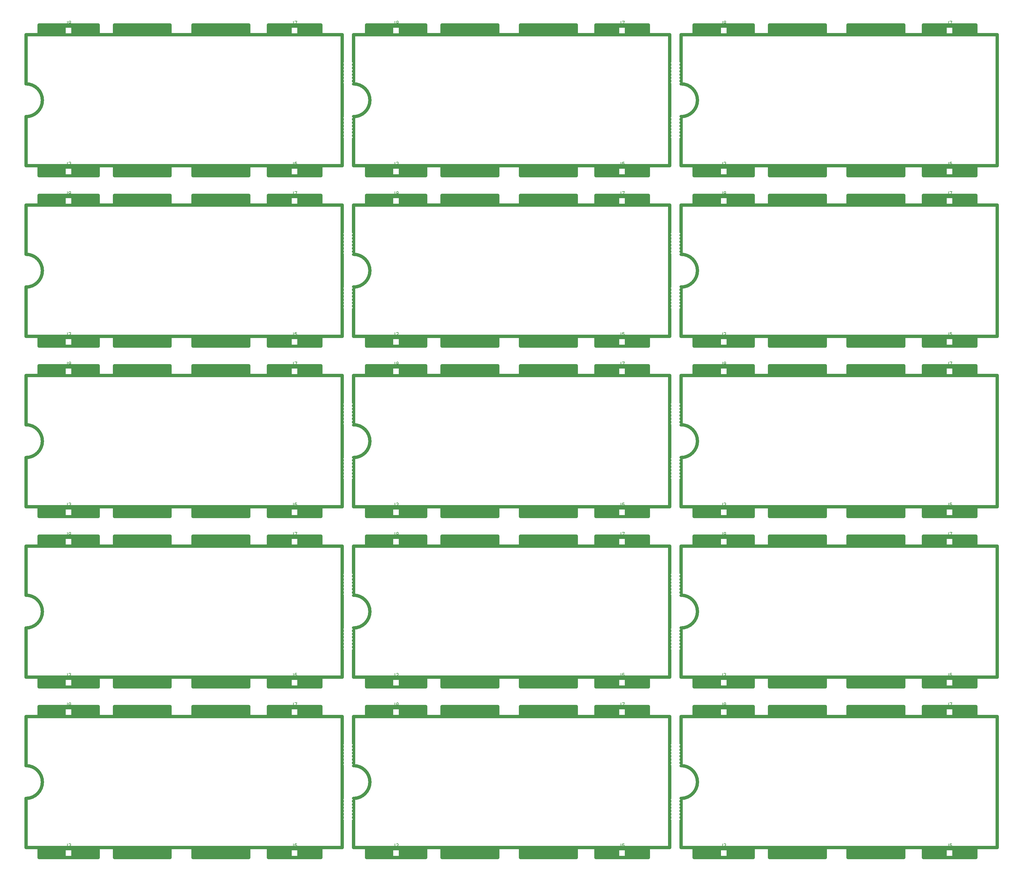
<source format=gto>
%TF.GenerationSoftware,KiCad,Pcbnew,7.0.1-3b83917a11~171~ubuntu20.04.1*%
%TF.CreationDate,2023-10-26T02:19:52+02:00*%
%TF.ProjectId,panel_top,70616e65-6c5f-4746-9f70-2e6b69636164,rev?*%
%TF.SameCoordinates,Original*%
%TF.FileFunction,Legend,Top*%
%TF.FilePolarity,Positive*%
%FSLAX46Y46*%
G04 Gerber Fmt 4.6, Leading zero omitted, Abs format (unit mm)*
G04 Created by KiCad (PCBNEW 7.0.1-3b83917a11~171~ubuntu20.04.1) date 2023-10-26 02:19:52*
%MOMM*%
%LPD*%
G01*
G04 APERTURE LIST*
%ADD10C,1.000000*%
%ADD11C,0.150000*%
%ADD12C,0.120000*%
%ADD13C,0.500000*%
%ADD14R,1.700000X1.700000*%
G04 APERTURE END LIST*
D10*
X44200000Y-22000000D02*
X44200000Y-25000000D01*
X144200000Y-22000000D02*
X144200000Y-25000000D01*
X244200000Y-22000000D02*
X244200000Y-25000000D01*
X44200000Y-74000000D02*
X44200000Y-77000000D01*
X144200000Y-74000000D02*
X144200000Y-77000000D01*
X244200000Y-74000000D02*
X244200000Y-77000000D01*
X44200000Y-126000000D02*
X44200000Y-129000000D01*
X144200000Y-126000000D02*
X144200000Y-129000000D01*
X244200000Y-126000000D02*
X244200000Y-129000000D01*
X44200000Y-178000000D02*
X44200000Y-181000000D01*
X144200000Y-178000000D02*
X144200000Y-181000000D01*
X244200000Y-178000000D02*
X244200000Y-181000000D01*
X44200000Y-230000000D02*
X44200000Y-233000000D01*
X144200000Y-230000000D02*
X144200000Y-233000000D01*
X244200000Y-230000000D02*
X244200000Y-233000000D01*
X68200000Y-22000000D02*
X68200000Y-25000000D01*
X168200000Y-22000000D02*
X168200000Y-25000000D01*
X268200000Y-22000000D02*
X268200000Y-25000000D01*
X68200000Y-74000000D02*
X68200000Y-77000000D01*
X168200000Y-74000000D02*
X168200000Y-77000000D01*
X268200000Y-74000000D02*
X268200000Y-77000000D01*
X68200000Y-126000000D02*
X68200000Y-129000000D01*
X168200000Y-126000000D02*
X168200000Y-129000000D01*
X268200000Y-126000000D02*
X268200000Y-129000000D01*
X68200000Y-178000000D02*
X68200000Y-181000000D01*
X168200000Y-178000000D02*
X168200000Y-181000000D01*
X268200000Y-178000000D02*
X268200000Y-181000000D01*
X68200000Y-230000000D02*
X68200000Y-233000000D01*
X168200000Y-230000000D02*
X168200000Y-233000000D01*
X268200000Y-230000000D02*
X268200000Y-233000000D01*
X43200000Y-22000000D02*
X44200000Y-22000000D01*
X143200000Y-22000000D02*
X144200000Y-22000000D01*
X243200000Y-22000000D02*
X244200000Y-22000000D01*
X43200000Y-74000000D02*
X44200000Y-74000000D01*
X143200000Y-74000000D02*
X144200000Y-74000000D01*
X243200000Y-74000000D02*
X244200000Y-74000000D01*
X43200000Y-126000000D02*
X44200000Y-126000000D01*
X143200000Y-126000000D02*
X144200000Y-126000000D01*
X243200000Y-126000000D02*
X244200000Y-126000000D01*
X43200000Y-178000000D02*
X44200000Y-178000000D01*
X143200000Y-178000000D02*
X144200000Y-178000000D01*
X243200000Y-178000000D02*
X244200000Y-178000000D01*
X43200000Y-230000000D02*
X44200000Y-230000000D01*
X143200000Y-230000000D02*
X144200000Y-230000000D01*
X243200000Y-230000000D02*
X244200000Y-230000000D01*
X96700000Y-25000000D02*
X96700000Y-65000000D01*
X196700000Y-25000000D02*
X196700000Y-65000000D01*
X296700000Y-25000000D02*
X296700000Y-65000000D01*
X96700000Y-77000000D02*
X96700000Y-117000000D01*
X196700000Y-77000000D02*
X196700000Y-117000000D01*
X296700000Y-77000000D02*
X296700000Y-117000000D01*
X96700000Y-129000000D02*
X96700000Y-169000000D01*
X196700000Y-129000000D02*
X196700000Y-169000000D01*
X296700000Y-129000000D02*
X296700000Y-169000000D01*
X96700000Y-181000000D02*
X96700000Y-221000000D01*
X196700000Y-181000000D02*
X196700000Y-221000000D01*
X296700000Y-181000000D02*
X296700000Y-221000000D01*
X96700000Y-233000000D02*
X96700000Y-273000000D01*
X196700000Y-233000000D02*
X196700000Y-273000000D01*
X296700000Y-233000000D02*
X296700000Y-273000000D01*
X68200000Y-22000000D02*
X52200000Y-22000000D01*
X168200000Y-22000000D02*
X152200000Y-22000000D01*
X268200000Y-22000000D02*
X252200000Y-22000000D01*
X68200000Y-74000000D02*
X52200000Y-74000000D01*
X168200000Y-74000000D02*
X152200000Y-74000000D01*
X268200000Y-74000000D02*
X252200000Y-74000000D01*
X68200000Y-126000000D02*
X52200000Y-126000000D01*
X168200000Y-126000000D02*
X152200000Y-126000000D01*
X268200000Y-126000000D02*
X252200000Y-126000000D01*
X68200000Y-178000000D02*
X52200000Y-178000000D01*
X168200000Y-178000000D02*
X152200000Y-178000000D01*
X268200000Y-178000000D02*
X252200000Y-178000000D01*
X68200000Y-230000000D02*
X52200000Y-230000000D01*
X168200000Y-230000000D02*
X152200000Y-230000000D01*
X268200000Y-230000000D02*
X252200000Y-230000000D01*
X51200000Y-68000000D02*
X51200000Y-65000000D01*
X151200000Y-68000000D02*
X151200000Y-65000000D01*
X251200000Y-68000000D02*
X251200000Y-65000000D01*
X51200000Y-120000000D02*
X51200000Y-117000000D01*
X151200000Y-120000000D02*
X151200000Y-117000000D01*
X251200000Y-120000000D02*
X251200000Y-117000000D01*
X51200000Y-172000000D02*
X51200000Y-169000000D01*
X151200000Y-172000000D02*
X151200000Y-169000000D01*
X251200000Y-172000000D02*
X251200000Y-169000000D01*
X51200000Y-224000000D02*
X51200000Y-221000000D01*
X151200000Y-224000000D02*
X151200000Y-221000000D01*
X251200000Y-224000000D02*
X251200000Y-221000000D01*
X51200000Y-276000000D02*
X51200000Y-273000000D01*
X151200000Y-276000000D02*
X151200000Y-273000000D01*
X251200000Y-276000000D02*
X251200000Y-273000000D01*
X200200000Y-117000000D02*
X208200000Y-117000000D01*
X200000Y-169000000D02*
X8200000Y-169000000D01*
X100200000Y-169000000D02*
X108200000Y-169000000D01*
X200200000Y-169000000D02*
X208200000Y-169000000D01*
X200000Y-221000000D02*
X8200000Y-221000000D01*
X100200000Y-221000000D02*
X108200000Y-221000000D01*
X200200000Y-221000000D02*
X208200000Y-221000000D01*
X200000Y-273000000D02*
X8200000Y-273000000D01*
X100200000Y-273000000D02*
X108200000Y-273000000D01*
X200200000Y-273000000D02*
X208200000Y-273000000D01*
X200000Y-65000000D02*
X8200000Y-65000000D01*
X100200000Y-65000000D02*
X108200000Y-65000000D01*
X200200000Y-65000000D02*
X208200000Y-65000000D01*
X200000Y-117000000D02*
X8200000Y-117000000D01*
X100200000Y-117000000D02*
X108200000Y-117000000D01*
X5200000Y-22000000D02*
X21200000Y-22000000D01*
X105200000Y-22000000D02*
X121200000Y-22000000D01*
X205200000Y-22000000D02*
X221200000Y-22000000D01*
X5200000Y-74000000D02*
X21200000Y-74000000D01*
X105200000Y-74000000D02*
X121200000Y-74000000D01*
X205200000Y-74000000D02*
X221200000Y-74000000D01*
X5200000Y-126000000D02*
X21200000Y-126000000D01*
X105200000Y-126000000D02*
X121200000Y-126000000D01*
X205200000Y-126000000D02*
X221200000Y-126000000D01*
X5200000Y-178000000D02*
X21200000Y-178000000D01*
X105200000Y-178000000D02*
X121200000Y-178000000D01*
X205200000Y-178000000D02*
X221200000Y-178000000D01*
X5200000Y-230000000D02*
X21200000Y-230000000D01*
X105200000Y-230000000D02*
X121200000Y-230000000D01*
X205200000Y-230000000D02*
X221200000Y-230000000D01*
X8200000Y-65000000D02*
X96700000Y-65000000D01*
X108200000Y-65000000D02*
X196700000Y-65000000D01*
X208200000Y-65000000D02*
X296700000Y-65000000D01*
X8200000Y-117000000D02*
X96700000Y-117000000D01*
X108200000Y-117000000D02*
X196700000Y-117000000D01*
X208200000Y-117000000D02*
X296700000Y-117000000D01*
X8200000Y-169000000D02*
X96700000Y-169000000D01*
X108200000Y-169000000D02*
X196700000Y-169000000D01*
X208200000Y-169000000D02*
X296700000Y-169000000D01*
X8200000Y-221000000D02*
X96700000Y-221000000D01*
X108200000Y-221000000D02*
X196700000Y-221000000D01*
X208200000Y-221000000D02*
X296700000Y-221000000D01*
X8200000Y-273000000D02*
X96700000Y-273000000D01*
X108200000Y-273000000D02*
X196700000Y-273000000D01*
X208200000Y-273000000D02*
X296700000Y-273000000D01*
X43200000Y-68000000D02*
X44200000Y-68000000D01*
X143200000Y-68000000D02*
X144200000Y-68000000D01*
X243200000Y-68000000D02*
X244200000Y-68000000D01*
X43200000Y-120000000D02*
X44200000Y-120000000D01*
X143200000Y-120000000D02*
X144200000Y-120000000D01*
X243200000Y-120000000D02*
X244200000Y-120000000D01*
X43200000Y-172000000D02*
X44200000Y-172000000D01*
X143200000Y-172000000D02*
X144200000Y-172000000D01*
X243200000Y-172000000D02*
X244200000Y-172000000D01*
X43200000Y-224000000D02*
X44200000Y-224000000D01*
X143200000Y-224000000D02*
X144200000Y-224000000D01*
X243200000Y-224000000D02*
X244200000Y-224000000D01*
X43200000Y-276000000D02*
X44200000Y-276000000D01*
X143200000Y-276000000D02*
X144200000Y-276000000D01*
X243200000Y-276000000D02*
X244200000Y-276000000D01*
X200000Y-25000000D02*
X200000Y-40000000D01*
X100200000Y-25000000D02*
X100200000Y-40000000D01*
X200200000Y-25000000D02*
X200200000Y-40000000D01*
X200000Y-77000000D02*
X200000Y-92000000D01*
X100200000Y-77000000D02*
X100200000Y-92000000D01*
X200200000Y-77000000D02*
X200200000Y-92000000D01*
X200000Y-129000000D02*
X200000Y-144000000D01*
X100200000Y-129000000D02*
X100200000Y-144000000D01*
X200200000Y-129000000D02*
X200200000Y-144000000D01*
X200000Y-181000000D02*
X200000Y-196000000D01*
X100200000Y-181000000D02*
X100200000Y-196000000D01*
X200200000Y-181000000D02*
X200200000Y-196000000D01*
X200000Y-233000000D02*
X200000Y-248000000D01*
X100200000Y-233000000D02*
X100200000Y-248000000D01*
X200200000Y-233000000D02*
X200200000Y-248000000D01*
X200000Y-25000000D02*
X8200000Y-25000000D01*
X100200000Y-25000000D02*
X108200000Y-25000000D01*
X200200000Y-25000000D02*
X208200000Y-25000000D01*
X200000Y-77000000D02*
X8200000Y-77000000D01*
X100200000Y-77000000D02*
X108200000Y-77000000D01*
X200200000Y-77000000D02*
X208200000Y-77000000D01*
X200000Y-129000000D02*
X8200000Y-129000000D01*
X100200000Y-129000000D02*
X108200000Y-129000000D01*
X200200000Y-129000000D02*
X208200000Y-129000000D01*
X200000Y-181000000D02*
X8200000Y-181000000D01*
X100200000Y-181000000D02*
X108200000Y-181000000D01*
X200200000Y-181000000D02*
X208200000Y-181000000D01*
X200000Y-233000000D02*
X8200000Y-233000000D01*
X100200000Y-233000000D02*
X108200000Y-233000000D01*
X200200000Y-233000000D02*
X208200000Y-233000000D01*
X200000Y-50000000D02*
X200000Y-65000000D01*
X100200000Y-50000000D02*
X100200000Y-65000000D01*
X200200000Y-50000000D02*
X200200000Y-65000000D01*
X200000Y-102000000D02*
X200000Y-117000000D01*
X100200000Y-102000000D02*
X100200000Y-117000000D01*
X200200000Y-102000000D02*
X200200000Y-117000000D01*
X200000Y-154000000D02*
X200000Y-169000000D01*
X100200000Y-154000000D02*
X100200000Y-169000000D01*
X200200000Y-154000000D02*
X200200000Y-169000000D01*
X200000Y-206000000D02*
X200000Y-221000000D01*
X100200000Y-206000000D02*
X100200000Y-221000000D01*
X200200000Y-206000000D02*
X200200000Y-221000000D01*
X200000Y-258000000D02*
X200000Y-273000000D01*
X100200000Y-258000000D02*
X100200000Y-273000000D01*
X200200000Y-258000000D02*
X200200000Y-273000000D01*
X22200000Y-68000000D02*
X22200000Y-65000000D01*
X122200000Y-68000000D02*
X122200000Y-65000000D01*
X222200000Y-68000000D02*
X222200000Y-65000000D01*
X22200000Y-120000000D02*
X22200000Y-117000000D01*
X122200000Y-120000000D02*
X122200000Y-117000000D01*
X222200000Y-120000000D02*
X222200000Y-117000000D01*
X22200000Y-172000000D02*
X22200000Y-169000000D01*
X122200000Y-172000000D02*
X122200000Y-169000000D01*
X222200000Y-172000000D02*
X222200000Y-169000000D01*
X22200000Y-224000000D02*
X22200000Y-221000000D01*
X122200000Y-224000000D02*
X122200000Y-221000000D01*
X222200000Y-224000000D02*
X222200000Y-221000000D01*
X22200000Y-276000000D02*
X22200000Y-273000000D01*
X122200000Y-276000000D02*
X122200000Y-273000000D01*
X222200000Y-276000000D02*
X222200000Y-273000000D01*
X22200000Y-22000000D02*
X22200000Y-25000000D01*
X122200000Y-22000000D02*
X122200000Y-25000000D01*
X222200000Y-22000000D02*
X222200000Y-25000000D01*
X22200000Y-74000000D02*
X22200000Y-77000000D01*
X122200000Y-74000000D02*
X122200000Y-77000000D01*
X222200000Y-74000000D02*
X222200000Y-77000000D01*
X22200000Y-126000000D02*
X22200000Y-129000000D01*
X122200000Y-126000000D02*
X122200000Y-129000000D01*
X222200000Y-126000000D02*
X222200000Y-129000000D01*
X22200000Y-178000000D02*
X22200000Y-181000000D01*
X122200000Y-178000000D02*
X122200000Y-181000000D01*
X222200000Y-178000000D02*
X222200000Y-181000000D01*
X22200000Y-230000000D02*
X22200000Y-233000000D01*
X122200000Y-230000000D02*
X122200000Y-233000000D01*
X222200000Y-230000000D02*
X222200000Y-233000000D01*
X4200000Y-68000000D02*
X4200000Y-65000000D01*
X104200000Y-68000000D02*
X104200000Y-65000000D01*
X204200000Y-68000000D02*
X204200000Y-65000000D01*
X4200000Y-120000000D02*
X4200000Y-117000000D01*
X104200000Y-120000000D02*
X104200000Y-117000000D01*
X204200000Y-120000000D02*
X204200000Y-117000000D01*
X4200000Y-172000000D02*
X4200000Y-169000000D01*
X104200000Y-172000000D02*
X104200000Y-169000000D01*
X204200000Y-172000000D02*
X204200000Y-169000000D01*
X4200000Y-224000000D02*
X4200000Y-221000000D01*
X104200000Y-224000000D02*
X104200000Y-221000000D01*
X204200000Y-224000000D02*
X204200000Y-221000000D01*
X4200000Y-276000000D02*
X4200000Y-273000000D01*
X104200000Y-276000000D02*
X104200000Y-273000000D01*
X204200000Y-276000000D02*
X204200000Y-273000000D01*
X74200000Y-68000000D02*
X74200000Y-65000000D01*
X174200000Y-68000000D02*
X174200000Y-65000000D01*
X274200000Y-68000000D02*
X274200000Y-65000000D01*
X74200000Y-120000000D02*
X74200000Y-117000000D01*
X174200000Y-120000000D02*
X174200000Y-117000000D01*
X274200000Y-120000000D02*
X274200000Y-117000000D01*
X74200000Y-172000000D02*
X74200000Y-169000000D01*
X174200000Y-172000000D02*
X174200000Y-169000000D01*
X274200000Y-172000000D02*
X274200000Y-169000000D01*
X74200000Y-224000000D02*
X74200000Y-221000000D01*
X174200000Y-224000000D02*
X174200000Y-221000000D01*
X274200000Y-224000000D02*
X274200000Y-221000000D01*
X74200000Y-276000000D02*
X74200000Y-273000000D01*
X174200000Y-276000000D02*
X174200000Y-273000000D01*
X274200000Y-276000000D02*
X274200000Y-273000000D01*
X51200000Y-22000000D02*
X51200000Y-25000000D01*
X151200000Y-22000000D02*
X151200000Y-25000000D01*
X251200000Y-22000000D02*
X251200000Y-25000000D01*
X51200000Y-74000000D02*
X51200000Y-77000000D01*
X151200000Y-74000000D02*
X151200000Y-77000000D01*
X251200000Y-74000000D02*
X251200000Y-77000000D01*
X51200000Y-126000000D02*
X51200000Y-129000000D01*
X151200000Y-126000000D02*
X151200000Y-129000000D01*
X251200000Y-126000000D02*
X251200000Y-129000000D01*
X51200000Y-178000000D02*
X51200000Y-181000000D01*
X151200000Y-178000000D02*
X151200000Y-181000000D01*
X251200000Y-178000000D02*
X251200000Y-181000000D01*
X51200000Y-230000000D02*
X51200000Y-233000000D01*
X151200000Y-230000000D02*
X151200000Y-233000000D01*
X251200000Y-230000000D02*
X251200000Y-233000000D01*
X8200000Y-25000000D02*
X96700000Y-25000000D01*
X108200000Y-25000000D02*
X196700000Y-25000000D01*
X208200000Y-25000000D02*
X296700000Y-25000000D01*
X8200000Y-77000000D02*
X96700000Y-77000000D01*
X108200000Y-77000000D02*
X196700000Y-77000000D01*
X208200000Y-77000000D02*
X296700000Y-77000000D01*
X8200000Y-129000000D02*
X96700000Y-129000000D01*
X108200000Y-129000000D02*
X196700000Y-129000000D01*
X208200000Y-129000000D02*
X296700000Y-129000000D01*
X8200000Y-181000000D02*
X96700000Y-181000000D01*
X108200000Y-181000000D02*
X196700000Y-181000000D01*
X208200000Y-181000000D02*
X296700000Y-181000000D01*
X8200000Y-233000000D02*
X96700000Y-233000000D01*
X108200000Y-233000000D02*
X196700000Y-233000000D01*
X208200000Y-233000000D02*
X296700000Y-233000000D01*
X90200000Y-22000000D02*
X90200000Y-25000000D01*
X190200000Y-22000000D02*
X190200000Y-25000000D01*
X290200000Y-22000000D02*
X290200000Y-25000000D01*
X90200000Y-74000000D02*
X90200000Y-77000000D01*
X190200000Y-74000000D02*
X190200000Y-77000000D01*
X290200000Y-74000000D02*
X290200000Y-77000000D01*
X90200000Y-126000000D02*
X90200000Y-129000000D01*
X190200000Y-126000000D02*
X190200000Y-129000000D01*
X290200000Y-126000000D02*
X290200000Y-129000000D01*
X90200000Y-178000000D02*
X90200000Y-181000000D01*
X190200000Y-178000000D02*
X190200000Y-181000000D01*
X290200000Y-178000000D02*
X290200000Y-181000000D01*
X90200000Y-230000000D02*
X90200000Y-233000000D01*
X190200000Y-230000000D02*
X190200000Y-233000000D01*
X290200000Y-230000000D02*
X290200000Y-233000000D01*
X21200000Y-68000000D02*
X22200000Y-68000000D01*
X121200000Y-68000000D02*
X122200000Y-68000000D01*
X221200000Y-68000000D02*
X222200000Y-68000000D01*
X21200000Y-120000000D02*
X22200000Y-120000000D01*
X121200000Y-120000000D02*
X122200000Y-120000000D01*
X221200000Y-120000000D02*
X222200000Y-120000000D01*
X21200000Y-172000000D02*
X22200000Y-172000000D01*
X121200000Y-172000000D02*
X122200000Y-172000000D01*
X221200000Y-172000000D02*
X222200000Y-172000000D01*
X21200000Y-224000000D02*
X22200000Y-224000000D01*
X121200000Y-224000000D02*
X122200000Y-224000000D01*
X221200000Y-224000000D02*
X222200000Y-224000000D01*
X21200000Y-276000000D02*
X22200000Y-276000000D01*
X121200000Y-276000000D02*
X122200000Y-276000000D01*
X221200000Y-276000000D02*
X222200000Y-276000000D01*
X27200000Y-68000000D02*
X43200000Y-68000000D01*
X127200000Y-68000000D02*
X143200000Y-68000000D01*
X227200000Y-68000000D02*
X243200000Y-68000000D01*
X27200000Y-120000000D02*
X43200000Y-120000000D01*
X127200000Y-120000000D02*
X143200000Y-120000000D01*
X227200000Y-120000000D02*
X243200000Y-120000000D01*
X27200000Y-172000000D02*
X43200000Y-172000000D01*
X127200000Y-172000000D02*
X143200000Y-172000000D01*
X227200000Y-172000000D02*
X243200000Y-172000000D01*
X27200000Y-224000000D02*
X43200000Y-224000000D01*
X127200000Y-224000000D02*
X143200000Y-224000000D01*
X227200000Y-224000000D02*
X243200000Y-224000000D01*
X27200000Y-276000000D02*
X43200000Y-276000000D01*
X127200000Y-276000000D02*
X143200000Y-276000000D01*
X227200000Y-276000000D02*
X243200000Y-276000000D01*
X27200000Y-22000000D02*
X43200000Y-22000000D01*
X127200000Y-22000000D02*
X143200000Y-22000000D01*
X227200000Y-22000000D02*
X243200000Y-22000000D01*
X27200000Y-74000000D02*
X43200000Y-74000000D01*
X127200000Y-74000000D02*
X143200000Y-74000000D01*
X227200000Y-74000000D02*
X243200000Y-74000000D01*
X27200000Y-126000000D02*
X43200000Y-126000000D01*
X127200000Y-126000000D02*
X143200000Y-126000000D01*
X227200000Y-126000000D02*
X243200000Y-126000000D01*
X27200000Y-178000000D02*
X43200000Y-178000000D01*
X127200000Y-178000000D02*
X143200000Y-178000000D01*
X227200000Y-178000000D02*
X243200000Y-178000000D01*
X27200000Y-230000000D02*
X43200000Y-230000000D01*
X127200000Y-230000000D02*
X143200000Y-230000000D01*
X227200000Y-230000000D02*
X243200000Y-230000000D01*
X90200000Y-68000000D02*
X90200000Y-65000000D01*
X190200000Y-68000000D02*
X190200000Y-65000000D01*
X290200000Y-68000000D02*
X290200000Y-65000000D01*
X90200000Y-120000000D02*
X90200000Y-117000000D01*
X190200000Y-120000000D02*
X190200000Y-117000000D01*
X290200000Y-120000000D02*
X290200000Y-117000000D01*
X90200000Y-172000000D02*
X90200000Y-169000000D01*
X190200000Y-172000000D02*
X190200000Y-169000000D01*
X290200000Y-172000000D02*
X290200000Y-169000000D01*
X90200000Y-224000000D02*
X90200000Y-221000000D01*
X190200000Y-224000000D02*
X190200000Y-221000000D01*
X290200000Y-224000000D02*
X290200000Y-221000000D01*
X90200000Y-276000000D02*
X90200000Y-273000000D01*
X190200000Y-276000000D02*
X190200000Y-273000000D01*
X290200000Y-276000000D02*
X290200000Y-273000000D01*
X90200000Y-22000000D02*
X74200000Y-22000000D01*
X190200000Y-22000000D02*
X174200000Y-22000000D01*
X290200000Y-22000000D02*
X274200000Y-22000000D01*
X90200000Y-74000000D02*
X74200000Y-74000000D01*
X190200000Y-74000000D02*
X174200000Y-74000000D01*
X290200000Y-74000000D02*
X274200000Y-74000000D01*
X90200000Y-126000000D02*
X74200000Y-126000000D01*
X190200000Y-126000000D02*
X174200000Y-126000000D01*
X290200000Y-126000000D02*
X274200000Y-126000000D01*
X90200000Y-178000000D02*
X74200000Y-178000000D01*
X190200000Y-178000000D02*
X174200000Y-178000000D01*
X290200000Y-178000000D02*
X274200000Y-178000000D01*
X90200000Y-230000000D02*
X74200000Y-230000000D01*
X190200000Y-230000000D02*
X174200000Y-230000000D01*
X290200000Y-230000000D02*
X274200000Y-230000000D01*
X4200000Y-22000000D02*
X5200000Y-22000000D01*
X104200000Y-22000000D02*
X105200000Y-22000000D01*
X204200000Y-22000000D02*
X205200000Y-22000000D01*
X4200000Y-74000000D02*
X5200000Y-74000000D01*
X104200000Y-74000000D02*
X105200000Y-74000000D01*
X204200000Y-74000000D02*
X205200000Y-74000000D01*
X4200000Y-126000000D02*
X5200000Y-126000000D01*
X104200000Y-126000000D02*
X105200000Y-126000000D01*
X204200000Y-126000000D02*
X205200000Y-126000000D01*
X4200000Y-178000000D02*
X5200000Y-178000000D01*
X104200000Y-178000000D02*
X105200000Y-178000000D01*
X204200000Y-178000000D02*
X205200000Y-178000000D01*
X4200000Y-230000000D02*
X5200000Y-230000000D01*
X104200000Y-230000000D02*
X105200000Y-230000000D01*
X204200000Y-230000000D02*
X205200000Y-230000000D01*
X52200000Y-22000000D02*
X51200000Y-22000000D01*
X152200000Y-22000000D02*
X151200000Y-22000000D01*
X252200000Y-22000000D02*
X251200000Y-22000000D01*
X52200000Y-74000000D02*
X51200000Y-74000000D01*
X152200000Y-74000000D02*
X151200000Y-74000000D01*
X252200000Y-74000000D02*
X251200000Y-74000000D01*
X52200000Y-126000000D02*
X51200000Y-126000000D01*
X152200000Y-126000000D02*
X151200000Y-126000000D01*
X252200000Y-126000000D02*
X251200000Y-126000000D01*
X52200000Y-178000000D02*
X51200000Y-178000000D01*
X152200000Y-178000000D02*
X151200000Y-178000000D01*
X252200000Y-178000000D02*
X251200000Y-178000000D01*
X52200000Y-230000000D02*
X51200000Y-230000000D01*
X152200000Y-230000000D02*
X151200000Y-230000000D01*
X252200000Y-230000000D02*
X251200000Y-230000000D01*
X68200000Y-68000000D02*
X68200000Y-65000000D01*
X168200000Y-68000000D02*
X168200000Y-65000000D01*
X268200000Y-68000000D02*
X268200000Y-65000000D01*
X68200000Y-120000000D02*
X68200000Y-117000000D01*
X168200000Y-120000000D02*
X168200000Y-117000000D01*
X268200000Y-120000000D02*
X268200000Y-117000000D01*
X68200000Y-172000000D02*
X68200000Y-169000000D01*
X168200000Y-172000000D02*
X168200000Y-169000000D01*
X268200000Y-172000000D02*
X268200000Y-169000000D01*
X68200000Y-224000000D02*
X68200000Y-221000000D01*
X168200000Y-224000000D02*
X168200000Y-221000000D01*
X268200000Y-224000000D02*
X268200000Y-221000000D01*
X68200000Y-276000000D02*
X68200000Y-273000000D01*
X168200000Y-276000000D02*
X168200000Y-273000000D01*
X268200000Y-276000000D02*
X268200000Y-273000000D01*
X4200000Y-22000000D02*
X4200000Y-25000000D01*
X104200000Y-22000000D02*
X104200000Y-25000000D01*
X204200000Y-22000000D02*
X204200000Y-25000000D01*
X4200000Y-74000000D02*
X4200000Y-77000000D01*
X104200000Y-74000000D02*
X104200000Y-77000000D01*
X204200000Y-74000000D02*
X204200000Y-77000000D01*
X4200000Y-126000000D02*
X4200000Y-129000000D01*
X104200000Y-126000000D02*
X104200000Y-129000000D01*
X204200000Y-126000000D02*
X204200000Y-129000000D01*
X4200000Y-178000000D02*
X4200000Y-181000000D01*
X104200000Y-178000000D02*
X104200000Y-181000000D01*
X204200000Y-178000000D02*
X204200000Y-181000000D01*
X4200000Y-230000000D02*
X4200000Y-233000000D01*
X104200000Y-230000000D02*
X104200000Y-233000000D01*
X204200000Y-230000000D02*
X204200000Y-233000000D01*
X44200000Y-68000000D02*
X44200000Y-65000000D01*
X144200000Y-68000000D02*
X144200000Y-65000000D01*
X244200000Y-68000000D02*
X244200000Y-65000000D01*
X44200000Y-120000000D02*
X44200000Y-117000000D01*
X144200000Y-120000000D02*
X144200000Y-117000000D01*
X244200000Y-120000000D02*
X244200000Y-117000000D01*
X44200000Y-172000000D02*
X44200000Y-169000000D01*
X144200000Y-172000000D02*
X144200000Y-169000000D01*
X244200000Y-172000000D02*
X244200000Y-169000000D01*
X44200000Y-224000000D02*
X44200000Y-221000000D01*
X144200000Y-224000000D02*
X144200000Y-221000000D01*
X244200000Y-224000000D02*
X244200000Y-221000000D01*
X44200000Y-276000000D02*
X44200000Y-273000000D01*
X144200000Y-276000000D02*
X144200000Y-273000000D01*
X244200000Y-276000000D02*
X244200000Y-273000000D01*
D11*
X4200000Y-68000000D02*
X4200000Y-67000000D01*
X104200000Y-68000000D02*
X104200000Y-67000000D01*
X204200000Y-68000000D02*
X204200000Y-67000000D01*
X4200000Y-120000000D02*
X4200000Y-119000000D01*
X104200000Y-120000000D02*
X104200000Y-119000000D01*
X204200000Y-120000000D02*
X204200000Y-119000000D01*
X4200000Y-172000000D02*
X4200000Y-171000000D01*
X104200000Y-172000000D02*
X104200000Y-171000000D01*
X204200000Y-172000000D02*
X204200000Y-171000000D01*
X4200000Y-224000000D02*
X4200000Y-223000000D01*
X104200000Y-224000000D02*
X104200000Y-223000000D01*
X204200000Y-224000000D02*
X204200000Y-223000000D01*
X4200000Y-276000000D02*
X4200000Y-275000000D01*
X104200000Y-276000000D02*
X104200000Y-275000000D01*
X204200000Y-276000000D02*
X204200000Y-275000000D01*
D10*
X68200000Y-22000000D02*
X68200000Y-22000000D01*
X168200000Y-22000000D02*
X168200000Y-22000000D01*
X268200000Y-22000000D02*
X268200000Y-22000000D01*
X68200000Y-74000000D02*
X68200000Y-74000000D01*
X168200000Y-74000000D02*
X168200000Y-74000000D01*
X268200000Y-74000000D02*
X268200000Y-74000000D01*
X68200000Y-126000000D02*
X68200000Y-126000000D01*
X168200000Y-126000000D02*
X168200000Y-126000000D01*
X268200000Y-126000000D02*
X268200000Y-126000000D01*
X68200000Y-178000000D02*
X68200000Y-178000000D01*
X168200000Y-178000000D02*
X168200000Y-178000000D01*
X268200000Y-178000000D02*
X268200000Y-178000000D01*
X68200000Y-230000000D02*
X68200000Y-230000000D01*
X168200000Y-230000000D02*
X168200000Y-230000000D01*
X268200000Y-230000000D02*
X268200000Y-230000000D01*
X200000Y-50000000D02*
G75*
G03*
X200000Y-40000000I0J5000000D01*
G01*
X100200000Y-50000000D02*
G75*
G03*
X100200000Y-40000000I0J5000000D01*
G01*
X200200000Y-50000000D02*
G75*
G03*
X200200000Y-40000000I0J5000000D01*
G01*
X200000Y-102000000D02*
G75*
G03*
X200000Y-92000000I0J5000000D01*
G01*
X100200000Y-102000000D02*
G75*
G03*
X100200000Y-92000000I0J5000000D01*
G01*
X200200000Y-102000000D02*
G75*
G03*
X200200000Y-92000000I0J5000000D01*
G01*
X200000Y-154000000D02*
G75*
G03*
X200000Y-144000000I0J5000000D01*
G01*
X100200000Y-154000000D02*
G75*
G03*
X100200000Y-144000000I0J5000000D01*
G01*
X200200000Y-154000000D02*
G75*
G03*
X200200000Y-144000000I0J5000000D01*
G01*
X200000Y-206000000D02*
G75*
G03*
X200000Y-196000000I0J5000000D01*
G01*
X100200000Y-206000000D02*
G75*
G03*
X100200000Y-196000000I0J5000000D01*
G01*
X200200000Y-206000000D02*
G75*
G03*
X200200000Y-196000000I0J5000000D01*
G01*
X200000Y-258000000D02*
G75*
G03*
X200000Y-248000000I0J5000000D01*
G01*
X100200000Y-258000000D02*
G75*
G03*
X100200000Y-248000000I0J5000000D01*
G01*
X200200000Y-258000000D02*
G75*
G03*
X200200000Y-248000000I0J5000000D01*
G01*
X5200000Y-68000000D02*
X21200000Y-68000000D01*
X105200000Y-68000000D02*
X121200000Y-68000000D01*
X205200000Y-68000000D02*
X221200000Y-68000000D01*
X5200000Y-120000000D02*
X21200000Y-120000000D01*
X105200000Y-120000000D02*
X121200000Y-120000000D01*
X205200000Y-120000000D02*
X221200000Y-120000000D01*
X5200000Y-172000000D02*
X21200000Y-172000000D01*
X105200000Y-172000000D02*
X121200000Y-172000000D01*
X205200000Y-172000000D02*
X221200000Y-172000000D01*
X5200000Y-224000000D02*
X21200000Y-224000000D01*
X105200000Y-224000000D02*
X121200000Y-224000000D01*
X205200000Y-224000000D02*
X221200000Y-224000000D01*
X5200000Y-276000000D02*
X21200000Y-276000000D01*
X105200000Y-276000000D02*
X121200000Y-276000000D01*
X205200000Y-276000000D02*
X221200000Y-276000000D01*
X27200000Y-22000000D02*
X27200000Y-25000000D01*
X127200000Y-22000000D02*
X127200000Y-25000000D01*
X227200000Y-22000000D02*
X227200000Y-25000000D01*
X27200000Y-74000000D02*
X27200000Y-77000000D01*
X127200000Y-74000000D02*
X127200000Y-77000000D01*
X227200000Y-74000000D02*
X227200000Y-77000000D01*
X27200000Y-126000000D02*
X27200000Y-129000000D01*
X127200000Y-126000000D02*
X127200000Y-129000000D01*
X227200000Y-126000000D02*
X227200000Y-129000000D01*
X27200000Y-178000000D02*
X27200000Y-181000000D01*
X127200000Y-178000000D02*
X127200000Y-181000000D01*
X227200000Y-178000000D02*
X227200000Y-181000000D01*
X27200000Y-230000000D02*
X27200000Y-233000000D01*
X127200000Y-230000000D02*
X127200000Y-233000000D01*
X227200000Y-230000000D02*
X227200000Y-233000000D01*
X21200000Y-22000000D02*
X22200000Y-22000000D01*
X121200000Y-22000000D02*
X122200000Y-22000000D01*
X221200000Y-22000000D02*
X222200000Y-22000000D01*
X21200000Y-74000000D02*
X22200000Y-74000000D01*
X121200000Y-74000000D02*
X122200000Y-74000000D01*
X221200000Y-74000000D02*
X222200000Y-74000000D01*
X21200000Y-126000000D02*
X22200000Y-126000000D01*
X121200000Y-126000000D02*
X122200000Y-126000000D01*
X221200000Y-126000000D02*
X222200000Y-126000000D01*
X21200000Y-178000000D02*
X22200000Y-178000000D01*
X121200000Y-178000000D02*
X122200000Y-178000000D01*
X221200000Y-178000000D02*
X222200000Y-178000000D01*
X21200000Y-230000000D02*
X22200000Y-230000000D01*
X121200000Y-230000000D02*
X122200000Y-230000000D01*
X221200000Y-230000000D02*
X222200000Y-230000000D01*
X27200000Y-68000000D02*
X27200000Y-65000000D01*
X127200000Y-68000000D02*
X127200000Y-65000000D01*
X227200000Y-68000000D02*
X227200000Y-65000000D01*
X27200000Y-120000000D02*
X27200000Y-117000000D01*
X127200000Y-120000000D02*
X127200000Y-117000000D01*
X227200000Y-120000000D02*
X227200000Y-117000000D01*
X27200000Y-172000000D02*
X27200000Y-169000000D01*
X127200000Y-172000000D02*
X127200000Y-169000000D01*
X227200000Y-172000000D02*
X227200000Y-169000000D01*
X27200000Y-224000000D02*
X27200000Y-221000000D01*
X127200000Y-224000000D02*
X127200000Y-221000000D01*
X227200000Y-224000000D02*
X227200000Y-221000000D01*
X27200000Y-276000000D02*
X27200000Y-273000000D01*
X127200000Y-276000000D02*
X127200000Y-273000000D01*
X227200000Y-276000000D02*
X227200000Y-273000000D01*
D11*
X4200000Y-22000000D02*
X4200000Y-23000000D01*
X104200000Y-22000000D02*
X104200000Y-23000000D01*
X204200000Y-22000000D02*
X204200000Y-23000000D01*
X4200000Y-74000000D02*
X4200000Y-75000000D01*
X104200000Y-74000000D02*
X104200000Y-75000000D01*
X204200000Y-74000000D02*
X204200000Y-75000000D01*
X4200000Y-126000000D02*
X4200000Y-127000000D01*
X104200000Y-126000000D02*
X104200000Y-127000000D01*
X204200000Y-126000000D02*
X204200000Y-127000000D01*
X4200000Y-178000000D02*
X4200000Y-179000000D01*
X104200000Y-178000000D02*
X104200000Y-179000000D01*
X204200000Y-178000000D02*
X204200000Y-179000000D01*
X4200000Y-230000000D02*
X4200000Y-231000000D01*
X104200000Y-230000000D02*
X104200000Y-231000000D01*
X204200000Y-230000000D02*
X204200000Y-231000000D01*
D10*
X90200000Y-68000000D02*
X74200000Y-68000000D01*
X190200000Y-68000000D02*
X174200000Y-68000000D01*
X290200000Y-68000000D02*
X274200000Y-68000000D01*
X90200000Y-120000000D02*
X74200000Y-120000000D01*
X190200000Y-120000000D02*
X174200000Y-120000000D01*
X290200000Y-120000000D02*
X274200000Y-120000000D01*
X90200000Y-172000000D02*
X74200000Y-172000000D01*
X190200000Y-172000000D02*
X174200000Y-172000000D01*
X290200000Y-172000000D02*
X274200000Y-172000000D01*
X90200000Y-224000000D02*
X74200000Y-224000000D01*
X190200000Y-224000000D02*
X174200000Y-224000000D01*
X290200000Y-224000000D02*
X274200000Y-224000000D01*
X90200000Y-276000000D02*
X74200000Y-276000000D01*
X190200000Y-276000000D02*
X174200000Y-276000000D01*
X290200000Y-276000000D02*
X274200000Y-276000000D01*
X68200000Y-68000000D02*
X52200000Y-68000000D01*
X168200000Y-68000000D02*
X152200000Y-68000000D01*
X268200000Y-68000000D02*
X252200000Y-68000000D01*
X68200000Y-120000000D02*
X52200000Y-120000000D01*
X168200000Y-120000000D02*
X152200000Y-120000000D01*
X268200000Y-120000000D02*
X252200000Y-120000000D01*
X68200000Y-172000000D02*
X52200000Y-172000000D01*
X168200000Y-172000000D02*
X152200000Y-172000000D01*
X268200000Y-172000000D02*
X252200000Y-172000000D01*
X68200000Y-224000000D02*
X52200000Y-224000000D01*
X168200000Y-224000000D02*
X152200000Y-224000000D01*
X268200000Y-224000000D02*
X252200000Y-224000000D01*
X68200000Y-276000000D02*
X52200000Y-276000000D01*
X168200000Y-276000000D02*
X152200000Y-276000000D01*
X268200000Y-276000000D02*
X252200000Y-276000000D01*
X68200000Y-68000000D02*
X68200000Y-68000000D01*
X168200000Y-68000000D02*
X168200000Y-68000000D01*
X268200000Y-68000000D02*
X268200000Y-68000000D01*
X68200000Y-120000000D02*
X68200000Y-120000000D01*
X168200000Y-120000000D02*
X168200000Y-120000000D01*
X268200000Y-120000000D02*
X268200000Y-120000000D01*
X68200000Y-172000000D02*
X68200000Y-172000000D01*
X168200000Y-172000000D02*
X168200000Y-172000000D01*
X268200000Y-172000000D02*
X268200000Y-172000000D01*
X68200000Y-224000000D02*
X68200000Y-224000000D01*
X168200000Y-224000000D02*
X168200000Y-224000000D01*
X268200000Y-224000000D02*
X268200000Y-224000000D01*
X68200000Y-276000000D02*
X68200000Y-276000000D01*
X168200000Y-276000000D02*
X168200000Y-276000000D01*
X268200000Y-276000000D02*
X268200000Y-276000000D01*
X4200000Y-68000000D02*
X5200000Y-68000000D01*
X104200000Y-68000000D02*
X105200000Y-68000000D01*
X204200000Y-68000000D02*
X205200000Y-68000000D01*
X4200000Y-120000000D02*
X5200000Y-120000000D01*
X104200000Y-120000000D02*
X105200000Y-120000000D01*
X204200000Y-120000000D02*
X205200000Y-120000000D01*
X4200000Y-172000000D02*
X5200000Y-172000000D01*
X104200000Y-172000000D02*
X105200000Y-172000000D01*
X204200000Y-172000000D02*
X205200000Y-172000000D01*
X4200000Y-224000000D02*
X5200000Y-224000000D01*
X104200000Y-224000000D02*
X105200000Y-224000000D01*
X204200000Y-224000000D02*
X205200000Y-224000000D01*
X4200000Y-276000000D02*
X5200000Y-276000000D01*
X104200000Y-276000000D02*
X105200000Y-276000000D01*
X204200000Y-276000000D02*
X205200000Y-276000000D01*
X74200000Y-22000000D02*
X74200000Y-25000000D01*
X174200000Y-22000000D02*
X174200000Y-25000000D01*
X274200000Y-22000000D02*
X274200000Y-25000000D01*
X74200000Y-74000000D02*
X74200000Y-77000000D01*
X174200000Y-74000000D02*
X174200000Y-77000000D01*
X274200000Y-74000000D02*
X274200000Y-77000000D01*
X74200000Y-126000000D02*
X74200000Y-129000000D01*
X174200000Y-126000000D02*
X174200000Y-129000000D01*
X274200000Y-126000000D02*
X274200000Y-129000000D01*
X74200000Y-178000000D02*
X74200000Y-181000000D01*
X174200000Y-178000000D02*
X174200000Y-181000000D01*
X274200000Y-178000000D02*
X274200000Y-181000000D01*
X74200000Y-230000000D02*
X74200000Y-233000000D01*
X174200000Y-230000000D02*
X174200000Y-233000000D01*
X274200000Y-230000000D02*
X274200000Y-233000000D01*
X52200000Y-68000000D02*
X51200000Y-68000000D01*
X152200000Y-68000000D02*
X151200000Y-68000000D01*
X252200000Y-68000000D02*
X251200000Y-68000000D01*
X52200000Y-120000000D02*
X51200000Y-120000000D01*
X152200000Y-120000000D02*
X151200000Y-120000000D01*
X252200000Y-120000000D02*
X251200000Y-120000000D01*
X52200000Y-172000000D02*
X51200000Y-172000000D01*
X152200000Y-172000000D02*
X151200000Y-172000000D01*
X252200000Y-172000000D02*
X251200000Y-172000000D01*
X52200000Y-224000000D02*
X51200000Y-224000000D01*
X152200000Y-224000000D02*
X151200000Y-224000000D01*
X252200000Y-224000000D02*
X251200000Y-224000000D01*
X52200000Y-276000000D02*
X51200000Y-276000000D01*
X152200000Y-276000000D02*
X151200000Y-276000000D01*
X252200000Y-276000000D02*
X251200000Y-276000000D01*
D11*
%TO.C,J7*%
X181866666Y-72832619D02*
X181866666Y-73546904D01*
X181866666Y-73546904D02*
X181819047Y-73689761D01*
X181819047Y-73689761D02*
X181723809Y-73785000D01*
X181723809Y-73785000D02*
X181580952Y-73832619D01*
X181580952Y-73832619D02*
X181485714Y-73832619D01*
X182247619Y-72832619D02*
X182914285Y-72832619D01*
X182914285Y-72832619D02*
X182485714Y-73832619D01*
X281866666Y-72832619D02*
X281866666Y-73546904D01*
X281866666Y-73546904D02*
X281819047Y-73689761D01*
X281819047Y-73689761D02*
X281723809Y-73785000D01*
X281723809Y-73785000D02*
X281580952Y-73832619D01*
X281580952Y-73832619D02*
X281485714Y-73832619D01*
X282247619Y-72832619D02*
X282914285Y-72832619D01*
X282914285Y-72832619D02*
X282485714Y-73832619D01*
X81866666Y-124832619D02*
X81866666Y-125546904D01*
X81866666Y-125546904D02*
X81819047Y-125689761D01*
X81819047Y-125689761D02*
X81723809Y-125785000D01*
X81723809Y-125785000D02*
X81580952Y-125832619D01*
X81580952Y-125832619D02*
X81485714Y-125832619D01*
X82247619Y-124832619D02*
X82914285Y-124832619D01*
X82914285Y-124832619D02*
X82485714Y-125832619D01*
X181866666Y-20832619D02*
X181866666Y-21546904D01*
X181866666Y-21546904D02*
X181819047Y-21689761D01*
X181819047Y-21689761D02*
X181723809Y-21785000D01*
X181723809Y-21785000D02*
X181580952Y-21832619D01*
X181580952Y-21832619D02*
X181485714Y-21832619D01*
X182247619Y-20832619D02*
X182914285Y-20832619D01*
X182914285Y-20832619D02*
X182485714Y-21832619D01*
X281866666Y-20832619D02*
X281866666Y-21546904D01*
X281866666Y-21546904D02*
X281819047Y-21689761D01*
X281819047Y-21689761D02*
X281723809Y-21785000D01*
X281723809Y-21785000D02*
X281580952Y-21832619D01*
X281580952Y-21832619D02*
X281485714Y-21832619D01*
X282247619Y-20832619D02*
X282914285Y-20832619D01*
X282914285Y-20832619D02*
X282485714Y-21832619D01*
X81866666Y-72832619D02*
X81866666Y-73546904D01*
X81866666Y-73546904D02*
X81819047Y-73689761D01*
X81819047Y-73689761D02*
X81723809Y-73785000D01*
X81723809Y-73785000D02*
X81580952Y-73832619D01*
X81580952Y-73832619D02*
X81485714Y-73832619D01*
X82247619Y-72832619D02*
X82914285Y-72832619D01*
X82914285Y-72832619D02*
X82485714Y-73832619D01*
X81866666Y-20832619D02*
X81866666Y-21546904D01*
X81866666Y-21546904D02*
X81819047Y-21689761D01*
X81819047Y-21689761D02*
X81723809Y-21785000D01*
X81723809Y-21785000D02*
X81580952Y-21832619D01*
X81580952Y-21832619D02*
X81485714Y-21832619D01*
X82247619Y-20832619D02*
X82914285Y-20832619D01*
X82914285Y-20832619D02*
X82485714Y-21832619D01*
X181866666Y-176832619D02*
X181866666Y-177546904D01*
X181866666Y-177546904D02*
X181819047Y-177689761D01*
X181819047Y-177689761D02*
X181723809Y-177785000D01*
X181723809Y-177785000D02*
X181580952Y-177832619D01*
X181580952Y-177832619D02*
X181485714Y-177832619D01*
X182247619Y-176832619D02*
X182914285Y-176832619D01*
X182914285Y-176832619D02*
X182485714Y-177832619D01*
X281866666Y-176832619D02*
X281866666Y-177546904D01*
X281866666Y-177546904D02*
X281819047Y-177689761D01*
X281819047Y-177689761D02*
X281723809Y-177785000D01*
X281723809Y-177785000D02*
X281580952Y-177832619D01*
X281580952Y-177832619D02*
X281485714Y-177832619D01*
X282247619Y-176832619D02*
X282914285Y-176832619D01*
X282914285Y-176832619D02*
X282485714Y-177832619D01*
X81866666Y-228832619D02*
X81866666Y-229546904D01*
X81866666Y-229546904D02*
X81819047Y-229689761D01*
X81819047Y-229689761D02*
X81723809Y-229785000D01*
X81723809Y-229785000D02*
X81580952Y-229832619D01*
X81580952Y-229832619D02*
X81485714Y-229832619D01*
X82247619Y-228832619D02*
X82914285Y-228832619D01*
X82914285Y-228832619D02*
X82485714Y-229832619D01*
X181866666Y-228832619D02*
X181866666Y-229546904D01*
X181866666Y-229546904D02*
X181819047Y-229689761D01*
X181819047Y-229689761D02*
X181723809Y-229785000D01*
X181723809Y-229785000D02*
X181580952Y-229832619D01*
X181580952Y-229832619D02*
X181485714Y-229832619D01*
X182247619Y-228832619D02*
X182914285Y-228832619D01*
X182914285Y-228832619D02*
X182485714Y-229832619D01*
X281866666Y-228832619D02*
X281866666Y-229546904D01*
X281866666Y-229546904D02*
X281819047Y-229689761D01*
X281819047Y-229689761D02*
X281723809Y-229785000D01*
X281723809Y-229785000D02*
X281580952Y-229832619D01*
X281580952Y-229832619D02*
X281485714Y-229832619D01*
X282247619Y-228832619D02*
X282914285Y-228832619D01*
X282914285Y-228832619D02*
X282485714Y-229832619D01*
X181866666Y-124832619D02*
X181866666Y-125546904D01*
X181866666Y-125546904D02*
X181819047Y-125689761D01*
X181819047Y-125689761D02*
X181723809Y-125785000D01*
X181723809Y-125785000D02*
X181580952Y-125832619D01*
X181580952Y-125832619D02*
X181485714Y-125832619D01*
X182247619Y-124832619D02*
X182914285Y-124832619D01*
X182914285Y-124832619D02*
X182485714Y-125832619D01*
X281866666Y-124832619D02*
X281866666Y-125546904D01*
X281866666Y-125546904D02*
X281819047Y-125689761D01*
X281819047Y-125689761D02*
X281723809Y-125785000D01*
X281723809Y-125785000D02*
X281580952Y-125832619D01*
X281580952Y-125832619D02*
X281485714Y-125832619D01*
X282247619Y-124832619D02*
X282914285Y-124832619D01*
X282914285Y-124832619D02*
X282485714Y-125832619D01*
X81866666Y-176832619D02*
X81866666Y-177546904D01*
X81866666Y-177546904D02*
X81819047Y-177689761D01*
X81819047Y-177689761D02*
X81723809Y-177785000D01*
X81723809Y-177785000D02*
X81580952Y-177832619D01*
X81580952Y-177832619D02*
X81485714Y-177832619D01*
X82247619Y-176832619D02*
X82914285Y-176832619D01*
X82914285Y-176832619D02*
X82485714Y-177832619D01*
%TO.C,J5*%
X181866666Y-63832619D02*
X181866666Y-64546904D01*
X181866666Y-64546904D02*
X181819047Y-64689761D01*
X181819047Y-64689761D02*
X181723809Y-64785000D01*
X181723809Y-64785000D02*
X181580952Y-64832619D01*
X181580952Y-64832619D02*
X181485714Y-64832619D01*
X182819047Y-63832619D02*
X182342857Y-63832619D01*
X182342857Y-63832619D02*
X182295238Y-64308809D01*
X182295238Y-64308809D02*
X182342857Y-64261190D01*
X182342857Y-64261190D02*
X182438095Y-64213571D01*
X182438095Y-64213571D02*
X182676190Y-64213571D01*
X182676190Y-64213571D02*
X182771428Y-64261190D01*
X182771428Y-64261190D02*
X182819047Y-64308809D01*
X182819047Y-64308809D02*
X182866666Y-64404047D01*
X182866666Y-64404047D02*
X182866666Y-64642142D01*
X182866666Y-64642142D02*
X182819047Y-64737380D01*
X182819047Y-64737380D02*
X182771428Y-64785000D01*
X182771428Y-64785000D02*
X182676190Y-64832619D01*
X182676190Y-64832619D02*
X182438095Y-64832619D01*
X182438095Y-64832619D02*
X182342857Y-64785000D01*
X182342857Y-64785000D02*
X182295238Y-64737380D01*
X281866666Y-63832619D02*
X281866666Y-64546904D01*
X281866666Y-64546904D02*
X281819047Y-64689761D01*
X281819047Y-64689761D02*
X281723809Y-64785000D01*
X281723809Y-64785000D02*
X281580952Y-64832619D01*
X281580952Y-64832619D02*
X281485714Y-64832619D01*
X282819047Y-63832619D02*
X282342857Y-63832619D01*
X282342857Y-63832619D02*
X282295238Y-64308809D01*
X282295238Y-64308809D02*
X282342857Y-64261190D01*
X282342857Y-64261190D02*
X282438095Y-64213571D01*
X282438095Y-64213571D02*
X282676190Y-64213571D01*
X282676190Y-64213571D02*
X282771428Y-64261190D01*
X282771428Y-64261190D02*
X282819047Y-64308809D01*
X282819047Y-64308809D02*
X282866666Y-64404047D01*
X282866666Y-64404047D02*
X282866666Y-64642142D01*
X282866666Y-64642142D02*
X282819047Y-64737380D01*
X282819047Y-64737380D02*
X282771428Y-64785000D01*
X282771428Y-64785000D02*
X282676190Y-64832619D01*
X282676190Y-64832619D02*
X282438095Y-64832619D01*
X282438095Y-64832619D02*
X282342857Y-64785000D01*
X282342857Y-64785000D02*
X282295238Y-64737380D01*
X81866666Y-115832619D02*
X81866666Y-116546904D01*
X81866666Y-116546904D02*
X81819047Y-116689761D01*
X81819047Y-116689761D02*
X81723809Y-116785000D01*
X81723809Y-116785000D02*
X81580952Y-116832619D01*
X81580952Y-116832619D02*
X81485714Y-116832619D01*
X82819047Y-115832619D02*
X82342857Y-115832619D01*
X82342857Y-115832619D02*
X82295238Y-116308809D01*
X82295238Y-116308809D02*
X82342857Y-116261190D01*
X82342857Y-116261190D02*
X82438095Y-116213571D01*
X82438095Y-116213571D02*
X82676190Y-116213571D01*
X82676190Y-116213571D02*
X82771428Y-116261190D01*
X82771428Y-116261190D02*
X82819047Y-116308809D01*
X82819047Y-116308809D02*
X82866666Y-116404047D01*
X82866666Y-116404047D02*
X82866666Y-116642142D01*
X82866666Y-116642142D02*
X82819047Y-116737380D01*
X82819047Y-116737380D02*
X82771428Y-116785000D01*
X82771428Y-116785000D02*
X82676190Y-116832619D01*
X82676190Y-116832619D02*
X82438095Y-116832619D01*
X82438095Y-116832619D02*
X82342857Y-116785000D01*
X82342857Y-116785000D02*
X82295238Y-116737380D01*
X181866666Y-115832619D02*
X181866666Y-116546904D01*
X181866666Y-116546904D02*
X181819047Y-116689761D01*
X181819047Y-116689761D02*
X181723809Y-116785000D01*
X181723809Y-116785000D02*
X181580952Y-116832619D01*
X181580952Y-116832619D02*
X181485714Y-116832619D01*
X182819047Y-115832619D02*
X182342857Y-115832619D01*
X182342857Y-115832619D02*
X182295238Y-116308809D01*
X182295238Y-116308809D02*
X182342857Y-116261190D01*
X182342857Y-116261190D02*
X182438095Y-116213571D01*
X182438095Y-116213571D02*
X182676190Y-116213571D01*
X182676190Y-116213571D02*
X182771428Y-116261190D01*
X182771428Y-116261190D02*
X182819047Y-116308809D01*
X182819047Y-116308809D02*
X182866666Y-116404047D01*
X182866666Y-116404047D02*
X182866666Y-116642142D01*
X182866666Y-116642142D02*
X182819047Y-116737380D01*
X182819047Y-116737380D02*
X182771428Y-116785000D01*
X182771428Y-116785000D02*
X182676190Y-116832619D01*
X182676190Y-116832619D02*
X182438095Y-116832619D01*
X182438095Y-116832619D02*
X182342857Y-116785000D01*
X182342857Y-116785000D02*
X182295238Y-116737380D01*
X281866666Y-115832619D02*
X281866666Y-116546904D01*
X281866666Y-116546904D02*
X281819047Y-116689761D01*
X281819047Y-116689761D02*
X281723809Y-116785000D01*
X281723809Y-116785000D02*
X281580952Y-116832619D01*
X281580952Y-116832619D02*
X281485714Y-116832619D01*
X282819047Y-115832619D02*
X282342857Y-115832619D01*
X282342857Y-115832619D02*
X282295238Y-116308809D01*
X282295238Y-116308809D02*
X282342857Y-116261190D01*
X282342857Y-116261190D02*
X282438095Y-116213571D01*
X282438095Y-116213571D02*
X282676190Y-116213571D01*
X282676190Y-116213571D02*
X282771428Y-116261190D01*
X282771428Y-116261190D02*
X282819047Y-116308809D01*
X282819047Y-116308809D02*
X282866666Y-116404047D01*
X282866666Y-116404047D02*
X282866666Y-116642142D01*
X282866666Y-116642142D02*
X282819047Y-116737380D01*
X282819047Y-116737380D02*
X282771428Y-116785000D01*
X282771428Y-116785000D02*
X282676190Y-116832619D01*
X282676190Y-116832619D02*
X282438095Y-116832619D01*
X282438095Y-116832619D02*
X282342857Y-116785000D01*
X282342857Y-116785000D02*
X282295238Y-116737380D01*
X81866666Y-167832619D02*
X81866666Y-168546904D01*
X81866666Y-168546904D02*
X81819047Y-168689761D01*
X81819047Y-168689761D02*
X81723809Y-168785000D01*
X81723809Y-168785000D02*
X81580952Y-168832619D01*
X81580952Y-168832619D02*
X81485714Y-168832619D01*
X82819047Y-167832619D02*
X82342857Y-167832619D01*
X82342857Y-167832619D02*
X82295238Y-168308809D01*
X82295238Y-168308809D02*
X82342857Y-168261190D01*
X82342857Y-168261190D02*
X82438095Y-168213571D01*
X82438095Y-168213571D02*
X82676190Y-168213571D01*
X82676190Y-168213571D02*
X82771428Y-168261190D01*
X82771428Y-168261190D02*
X82819047Y-168308809D01*
X82819047Y-168308809D02*
X82866666Y-168404047D01*
X82866666Y-168404047D02*
X82866666Y-168642142D01*
X82866666Y-168642142D02*
X82819047Y-168737380D01*
X82819047Y-168737380D02*
X82771428Y-168785000D01*
X82771428Y-168785000D02*
X82676190Y-168832619D01*
X82676190Y-168832619D02*
X82438095Y-168832619D01*
X82438095Y-168832619D02*
X82342857Y-168785000D01*
X82342857Y-168785000D02*
X82295238Y-168737380D01*
X181866666Y-167832619D02*
X181866666Y-168546904D01*
X181866666Y-168546904D02*
X181819047Y-168689761D01*
X181819047Y-168689761D02*
X181723809Y-168785000D01*
X181723809Y-168785000D02*
X181580952Y-168832619D01*
X181580952Y-168832619D02*
X181485714Y-168832619D01*
X182819047Y-167832619D02*
X182342857Y-167832619D01*
X182342857Y-167832619D02*
X182295238Y-168308809D01*
X182295238Y-168308809D02*
X182342857Y-168261190D01*
X182342857Y-168261190D02*
X182438095Y-168213571D01*
X182438095Y-168213571D02*
X182676190Y-168213571D01*
X182676190Y-168213571D02*
X182771428Y-168261190D01*
X182771428Y-168261190D02*
X182819047Y-168308809D01*
X182819047Y-168308809D02*
X182866666Y-168404047D01*
X182866666Y-168404047D02*
X182866666Y-168642142D01*
X182866666Y-168642142D02*
X182819047Y-168737380D01*
X182819047Y-168737380D02*
X182771428Y-168785000D01*
X182771428Y-168785000D02*
X182676190Y-168832619D01*
X182676190Y-168832619D02*
X182438095Y-168832619D01*
X182438095Y-168832619D02*
X182342857Y-168785000D01*
X182342857Y-168785000D02*
X182295238Y-168737380D01*
X281866666Y-167832619D02*
X281866666Y-168546904D01*
X281866666Y-168546904D02*
X281819047Y-168689761D01*
X281819047Y-168689761D02*
X281723809Y-168785000D01*
X281723809Y-168785000D02*
X281580952Y-168832619D01*
X281580952Y-168832619D02*
X281485714Y-168832619D01*
X282819047Y-167832619D02*
X282342857Y-167832619D01*
X282342857Y-167832619D02*
X282295238Y-168308809D01*
X282295238Y-168308809D02*
X282342857Y-168261190D01*
X282342857Y-168261190D02*
X282438095Y-168213571D01*
X282438095Y-168213571D02*
X282676190Y-168213571D01*
X282676190Y-168213571D02*
X282771428Y-168261190D01*
X282771428Y-168261190D02*
X282819047Y-168308809D01*
X282819047Y-168308809D02*
X282866666Y-168404047D01*
X282866666Y-168404047D02*
X282866666Y-168642142D01*
X282866666Y-168642142D02*
X282819047Y-168737380D01*
X282819047Y-168737380D02*
X282771428Y-168785000D01*
X282771428Y-168785000D02*
X282676190Y-168832619D01*
X282676190Y-168832619D02*
X282438095Y-168832619D01*
X282438095Y-168832619D02*
X282342857Y-168785000D01*
X282342857Y-168785000D02*
X282295238Y-168737380D01*
X81866666Y-219832619D02*
X81866666Y-220546904D01*
X81866666Y-220546904D02*
X81819047Y-220689761D01*
X81819047Y-220689761D02*
X81723809Y-220785000D01*
X81723809Y-220785000D02*
X81580952Y-220832619D01*
X81580952Y-220832619D02*
X81485714Y-220832619D01*
X82819047Y-219832619D02*
X82342857Y-219832619D01*
X82342857Y-219832619D02*
X82295238Y-220308809D01*
X82295238Y-220308809D02*
X82342857Y-220261190D01*
X82342857Y-220261190D02*
X82438095Y-220213571D01*
X82438095Y-220213571D02*
X82676190Y-220213571D01*
X82676190Y-220213571D02*
X82771428Y-220261190D01*
X82771428Y-220261190D02*
X82819047Y-220308809D01*
X82819047Y-220308809D02*
X82866666Y-220404047D01*
X82866666Y-220404047D02*
X82866666Y-220642142D01*
X82866666Y-220642142D02*
X82819047Y-220737380D01*
X82819047Y-220737380D02*
X82771428Y-220785000D01*
X82771428Y-220785000D02*
X82676190Y-220832619D01*
X82676190Y-220832619D02*
X82438095Y-220832619D01*
X82438095Y-220832619D02*
X82342857Y-220785000D01*
X82342857Y-220785000D02*
X82295238Y-220737380D01*
X181866666Y-219832619D02*
X181866666Y-220546904D01*
X181866666Y-220546904D02*
X181819047Y-220689761D01*
X181819047Y-220689761D02*
X181723809Y-220785000D01*
X181723809Y-220785000D02*
X181580952Y-220832619D01*
X181580952Y-220832619D02*
X181485714Y-220832619D01*
X182819047Y-219832619D02*
X182342857Y-219832619D01*
X182342857Y-219832619D02*
X182295238Y-220308809D01*
X182295238Y-220308809D02*
X182342857Y-220261190D01*
X182342857Y-220261190D02*
X182438095Y-220213571D01*
X182438095Y-220213571D02*
X182676190Y-220213571D01*
X182676190Y-220213571D02*
X182771428Y-220261190D01*
X182771428Y-220261190D02*
X182819047Y-220308809D01*
X182819047Y-220308809D02*
X182866666Y-220404047D01*
X182866666Y-220404047D02*
X182866666Y-220642142D01*
X182866666Y-220642142D02*
X182819047Y-220737380D01*
X182819047Y-220737380D02*
X182771428Y-220785000D01*
X182771428Y-220785000D02*
X182676190Y-220832619D01*
X182676190Y-220832619D02*
X182438095Y-220832619D01*
X182438095Y-220832619D02*
X182342857Y-220785000D01*
X182342857Y-220785000D02*
X182295238Y-220737380D01*
X281866666Y-219832619D02*
X281866666Y-220546904D01*
X281866666Y-220546904D02*
X281819047Y-220689761D01*
X281819047Y-220689761D02*
X281723809Y-220785000D01*
X281723809Y-220785000D02*
X281580952Y-220832619D01*
X281580952Y-220832619D02*
X281485714Y-220832619D01*
X282819047Y-219832619D02*
X282342857Y-219832619D01*
X282342857Y-219832619D02*
X282295238Y-220308809D01*
X282295238Y-220308809D02*
X282342857Y-220261190D01*
X282342857Y-220261190D02*
X282438095Y-220213571D01*
X282438095Y-220213571D02*
X282676190Y-220213571D01*
X282676190Y-220213571D02*
X282771428Y-220261190D01*
X282771428Y-220261190D02*
X282819047Y-220308809D01*
X282819047Y-220308809D02*
X282866666Y-220404047D01*
X282866666Y-220404047D02*
X282866666Y-220642142D01*
X282866666Y-220642142D02*
X282819047Y-220737380D01*
X282819047Y-220737380D02*
X282771428Y-220785000D01*
X282771428Y-220785000D02*
X282676190Y-220832619D01*
X282676190Y-220832619D02*
X282438095Y-220832619D01*
X282438095Y-220832619D02*
X282342857Y-220785000D01*
X282342857Y-220785000D02*
X282295238Y-220737380D01*
X81866666Y-271832619D02*
X81866666Y-272546904D01*
X81866666Y-272546904D02*
X81819047Y-272689761D01*
X81819047Y-272689761D02*
X81723809Y-272785000D01*
X81723809Y-272785000D02*
X81580952Y-272832619D01*
X81580952Y-272832619D02*
X81485714Y-272832619D01*
X82819047Y-271832619D02*
X82342857Y-271832619D01*
X82342857Y-271832619D02*
X82295238Y-272308809D01*
X82295238Y-272308809D02*
X82342857Y-272261190D01*
X82342857Y-272261190D02*
X82438095Y-272213571D01*
X82438095Y-272213571D02*
X82676190Y-272213571D01*
X82676190Y-272213571D02*
X82771428Y-272261190D01*
X82771428Y-272261190D02*
X82819047Y-272308809D01*
X82819047Y-272308809D02*
X82866666Y-272404047D01*
X82866666Y-272404047D02*
X82866666Y-272642142D01*
X82866666Y-272642142D02*
X82819047Y-272737380D01*
X82819047Y-272737380D02*
X82771428Y-272785000D01*
X82771428Y-272785000D02*
X82676190Y-272832619D01*
X82676190Y-272832619D02*
X82438095Y-272832619D01*
X82438095Y-272832619D02*
X82342857Y-272785000D01*
X82342857Y-272785000D02*
X82295238Y-272737380D01*
X181866666Y-271832619D02*
X181866666Y-272546904D01*
X181866666Y-272546904D02*
X181819047Y-272689761D01*
X181819047Y-272689761D02*
X181723809Y-272785000D01*
X181723809Y-272785000D02*
X181580952Y-272832619D01*
X181580952Y-272832619D02*
X181485714Y-272832619D01*
X182819047Y-271832619D02*
X182342857Y-271832619D01*
X182342857Y-271832619D02*
X182295238Y-272308809D01*
X182295238Y-272308809D02*
X182342857Y-272261190D01*
X182342857Y-272261190D02*
X182438095Y-272213571D01*
X182438095Y-272213571D02*
X182676190Y-272213571D01*
X182676190Y-272213571D02*
X182771428Y-272261190D01*
X182771428Y-272261190D02*
X182819047Y-272308809D01*
X182819047Y-272308809D02*
X182866666Y-272404047D01*
X182866666Y-272404047D02*
X182866666Y-272642142D01*
X182866666Y-272642142D02*
X182819047Y-272737380D01*
X182819047Y-272737380D02*
X182771428Y-272785000D01*
X182771428Y-272785000D02*
X182676190Y-272832619D01*
X182676190Y-272832619D02*
X182438095Y-272832619D01*
X182438095Y-272832619D02*
X182342857Y-272785000D01*
X182342857Y-272785000D02*
X182295238Y-272737380D01*
X281866666Y-271832619D02*
X281866666Y-272546904D01*
X281866666Y-272546904D02*
X281819047Y-272689761D01*
X281819047Y-272689761D02*
X281723809Y-272785000D01*
X281723809Y-272785000D02*
X281580952Y-272832619D01*
X281580952Y-272832619D02*
X281485714Y-272832619D01*
X282819047Y-271832619D02*
X282342857Y-271832619D01*
X282342857Y-271832619D02*
X282295238Y-272308809D01*
X282295238Y-272308809D02*
X282342857Y-272261190D01*
X282342857Y-272261190D02*
X282438095Y-272213571D01*
X282438095Y-272213571D02*
X282676190Y-272213571D01*
X282676190Y-272213571D02*
X282771428Y-272261190D01*
X282771428Y-272261190D02*
X282819047Y-272308809D01*
X282819047Y-272308809D02*
X282866666Y-272404047D01*
X282866666Y-272404047D02*
X282866666Y-272642142D01*
X282866666Y-272642142D02*
X282819047Y-272737380D01*
X282819047Y-272737380D02*
X282771428Y-272785000D01*
X282771428Y-272785000D02*
X282676190Y-272832619D01*
X282676190Y-272832619D02*
X282438095Y-272832619D01*
X282438095Y-272832619D02*
X282342857Y-272785000D01*
X282342857Y-272785000D02*
X282295238Y-272737380D01*
X81866666Y-63832619D02*
X81866666Y-64546904D01*
X81866666Y-64546904D02*
X81819047Y-64689761D01*
X81819047Y-64689761D02*
X81723809Y-64785000D01*
X81723809Y-64785000D02*
X81580952Y-64832619D01*
X81580952Y-64832619D02*
X81485714Y-64832619D01*
X82819047Y-63832619D02*
X82342857Y-63832619D01*
X82342857Y-63832619D02*
X82295238Y-64308809D01*
X82295238Y-64308809D02*
X82342857Y-64261190D01*
X82342857Y-64261190D02*
X82438095Y-64213571D01*
X82438095Y-64213571D02*
X82676190Y-64213571D01*
X82676190Y-64213571D02*
X82771428Y-64261190D01*
X82771428Y-64261190D02*
X82819047Y-64308809D01*
X82819047Y-64308809D02*
X82866666Y-64404047D01*
X82866666Y-64404047D02*
X82866666Y-64642142D01*
X82866666Y-64642142D02*
X82819047Y-64737380D01*
X82819047Y-64737380D02*
X82771428Y-64785000D01*
X82771428Y-64785000D02*
X82676190Y-64832619D01*
X82676190Y-64832619D02*
X82438095Y-64832619D01*
X82438095Y-64832619D02*
X82342857Y-64785000D01*
X82342857Y-64785000D02*
X82295238Y-64737380D01*
%TO.C,J2*%
X212866666Y-219832619D02*
X212866666Y-220546904D01*
X212866666Y-220546904D02*
X212819047Y-220689761D01*
X212819047Y-220689761D02*
X212723809Y-220785000D01*
X212723809Y-220785000D02*
X212580952Y-220832619D01*
X212580952Y-220832619D02*
X212485714Y-220832619D01*
X213295238Y-219927857D02*
X213342857Y-219880238D01*
X213342857Y-219880238D02*
X213438095Y-219832619D01*
X213438095Y-219832619D02*
X213676190Y-219832619D01*
X213676190Y-219832619D02*
X213771428Y-219880238D01*
X213771428Y-219880238D02*
X213819047Y-219927857D01*
X213819047Y-219927857D02*
X213866666Y-220023095D01*
X213866666Y-220023095D02*
X213866666Y-220118333D01*
X213866666Y-220118333D02*
X213819047Y-220261190D01*
X213819047Y-220261190D02*
X213247619Y-220832619D01*
X213247619Y-220832619D02*
X213866666Y-220832619D01*
X12866666Y-115832619D02*
X12866666Y-116546904D01*
X12866666Y-116546904D02*
X12819047Y-116689761D01*
X12819047Y-116689761D02*
X12723809Y-116785000D01*
X12723809Y-116785000D02*
X12580952Y-116832619D01*
X12580952Y-116832619D02*
X12485714Y-116832619D01*
X13295238Y-115927857D02*
X13342857Y-115880238D01*
X13342857Y-115880238D02*
X13438095Y-115832619D01*
X13438095Y-115832619D02*
X13676190Y-115832619D01*
X13676190Y-115832619D02*
X13771428Y-115880238D01*
X13771428Y-115880238D02*
X13819047Y-115927857D01*
X13819047Y-115927857D02*
X13866666Y-116023095D01*
X13866666Y-116023095D02*
X13866666Y-116118333D01*
X13866666Y-116118333D02*
X13819047Y-116261190D01*
X13819047Y-116261190D02*
X13247619Y-116832619D01*
X13247619Y-116832619D02*
X13866666Y-116832619D01*
X112866666Y-115832619D02*
X112866666Y-116546904D01*
X112866666Y-116546904D02*
X112819047Y-116689761D01*
X112819047Y-116689761D02*
X112723809Y-116785000D01*
X112723809Y-116785000D02*
X112580952Y-116832619D01*
X112580952Y-116832619D02*
X112485714Y-116832619D01*
X113295238Y-115927857D02*
X113342857Y-115880238D01*
X113342857Y-115880238D02*
X113438095Y-115832619D01*
X113438095Y-115832619D02*
X113676190Y-115832619D01*
X113676190Y-115832619D02*
X113771428Y-115880238D01*
X113771428Y-115880238D02*
X113819047Y-115927857D01*
X113819047Y-115927857D02*
X113866666Y-116023095D01*
X113866666Y-116023095D02*
X113866666Y-116118333D01*
X113866666Y-116118333D02*
X113819047Y-116261190D01*
X113819047Y-116261190D02*
X113247619Y-116832619D01*
X113247619Y-116832619D02*
X113866666Y-116832619D01*
X212866666Y-115832619D02*
X212866666Y-116546904D01*
X212866666Y-116546904D02*
X212819047Y-116689761D01*
X212819047Y-116689761D02*
X212723809Y-116785000D01*
X212723809Y-116785000D02*
X212580952Y-116832619D01*
X212580952Y-116832619D02*
X212485714Y-116832619D01*
X213295238Y-115927857D02*
X213342857Y-115880238D01*
X213342857Y-115880238D02*
X213438095Y-115832619D01*
X213438095Y-115832619D02*
X213676190Y-115832619D01*
X213676190Y-115832619D02*
X213771428Y-115880238D01*
X213771428Y-115880238D02*
X213819047Y-115927857D01*
X213819047Y-115927857D02*
X213866666Y-116023095D01*
X213866666Y-116023095D02*
X213866666Y-116118333D01*
X213866666Y-116118333D02*
X213819047Y-116261190D01*
X213819047Y-116261190D02*
X213247619Y-116832619D01*
X213247619Y-116832619D02*
X213866666Y-116832619D01*
X12866666Y-167832619D02*
X12866666Y-168546904D01*
X12866666Y-168546904D02*
X12819047Y-168689761D01*
X12819047Y-168689761D02*
X12723809Y-168785000D01*
X12723809Y-168785000D02*
X12580952Y-168832619D01*
X12580952Y-168832619D02*
X12485714Y-168832619D01*
X13295238Y-167927857D02*
X13342857Y-167880238D01*
X13342857Y-167880238D02*
X13438095Y-167832619D01*
X13438095Y-167832619D02*
X13676190Y-167832619D01*
X13676190Y-167832619D02*
X13771428Y-167880238D01*
X13771428Y-167880238D02*
X13819047Y-167927857D01*
X13819047Y-167927857D02*
X13866666Y-168023095D01*
X13866666Y-168023095D02*
X13866666Y-168118333D01*
X13866666Y-168118333D02*
X13819047Y-168261190D01*
X13819047Y-168261190D02*
X13247619Y-168832619D01*
X13247619Y-168832619D02*
X13866666Y-168832619D01*
X112866666Y-167832619D02*
X112866666Y-168546904D01*
X112866666Y-168546904D02*
X112819047Y-168689761D01*
X112819047Y-168689761D02*
X112723809Y-168785000D01*
X112723809Y-168785000D02*
X112580952Y-168832619D01*
X112580952Y-168832619D02*
X112485714Y-168832619D01*
X113295238Y-167927857D02*
X113342857Y-167880238D01*
X113342857Y-167880238D02*
X113438095Y-167832619D01*
X113438095Y-167832619D02*
X113676190Y-167832619D01*
X113676190Y-167832619D02*
X113771428Y-167880238D01*
X113771428Y-167880238D02*
X113819047Y-167927857D01*
X113819047Y-167927857D02*
X113866666Y-168023095D01*
X113866666Y-168023095D02*
X113866666Y-168118333D01*
X113866666Y-168118333D02*
X113819047Y-168261190D01*
X113819047Y-168261190D02*
X113247619Y-168832619D01*
X113247619Y-168832619D02*
X113866666Y-168832619D01*
X212866666Y-167832619D02*
X212866666Y-168546904D01*
X212866666Y-168546904D02*
X212819047Y-168689761D01*
X212819047Y-168689761D02*
X212723809Y-168785000D01*
X212723809Y-168785000D02*
X212580952Y-168832619D01*
X212580952Y-168832619D02*
X212485714Y-168832619D01*
X213295238Y-167927857D02*
X213342857Y-167880238D01*
X213342857Y-167880238D02*
X213438095Y-167832619D01*
X213438095Y-167832619D02*
X213676190Y-167832619D01*
X213676190Y-167832619D02*
X213771428Y-167880238D01*
X213771428Y-167880238D02*
X213819047Y-167927857D01*
X213819047Y-167927857D02*
X213866666Y-168023095D01*
X213866666Y-168023095D02*
X213866666Y-168118333D01*
X213866666Y-168118333D02*
X213819047Y-168261190D01*
X213819047Y-168261190D02*
X213247619Y-168832619D01*
X213247619Y-168832619D02*
X213866666Y-168832619D01*
X12866666Y-219832619D02*
X12866666Y-220546904D01*
X12866666Y-220546904D02*
X12819047Y-220689761D01*
X12819047Y-220689761D02*
X12723809Y-220785000D01*
X12723809Y-220785000D02*
X12580952Y-220832619D01*
X12580952Y-220832619D02*
X12485714Y-220832619D01*
X13295238Y-219927857D02*
X13342857Y-219880238D01*
X13342857Y-219880238D02*
X13438095Y-219832619D01*
X13438095Y-219832619D02*
X13676190Y-219832619D01*
X13676190Y-219832619D02*
X13771428Y-219880238D01*
X13771428Y-219880238D02*
X13819047Y-219927857D01*
X13819047Y-219927857D02*
X13866666Y-220023095D01*
X13866666Y-220023095D02*
X13866666Y-220118333D01*
X13866666Y-220118333D02*
X13819047Y-220261190D01*
X13819047Y-220261190D02*
X13247619Y-220832619D01*
X13247619Y-220832619D02*
X13866666Y-220832619D01*
X112866666Y-219832619D02*
X112866666Y-220546904D01*
X112866666Y-220546904D02*
X112819047Y-220689761D01*
X112819047Y-220689761D02*
X112723809Y-220785000D01*
X112723809Y-220785000D02*
X112580952Y-220832619D01*
X112580952Y-220832619D02*
X112485714Y-220832619D01*
X113295238Y-219927857D02*
X113342857Y-219880238D01*
X113342857Y-219880238D02*
X113438095Y-219832619D01*
X113438095Y-219832619D02*
X113676190Y-219832619D01*
X113676190Y-219832619D02*
X113771428Y-219880238D01*
X113771428Y-219880238D02*
X113819047Y-219927857D01*
X113819047Y-219927857D02*
X113866666Y-220023095D01*
X113866666Y-220023095D02*
X113866666Y-220118333D01*
X113866666Y-220118333D02*
X113819047Y-220261190D01*
X113819047Y-220261190D02*
X113247619Y-220832619D01*
X113247619Y-220832619D02*
X113866666Y-220832619D01*
X12866666Y-271832619D02*
X12866666Y-272546904D01*
X12866666Y-272546904D02*
X12819047Y-272689761D01*
X12819047Y-272689761D02*
X12723809Y-272785000D01*
X12723809Y-272785000D02*
X12580952Y-272832619D01*
X12580952Y-272832619D02*
X12485714Y-272832619D01*
X13295238Y-271927857D02*
X13342857Y-271880238D01*
X13342857Y-271880238D02*
X13438095Y-271832619D01*
X13438095Y-271832619D02*
X13676190Y-271832619D01*
X13676190Y-271832619D02*
X13771428Y-271880238D01*
X13771428Y-271880238D02*
X13819047Y-271927857D01*
X13819047Y-271927857D02*
X13866666Y-272023095D01*
X13866666Y-272023095D02*
X13866666Y-272118333D01*
X13866666Y-272118333D02*
X13819047Y-272261190D01*
X13819047Y-272261190D02*
X13247619Y-272832619D01*
X13247619Y-272832619D02*
X13866666Y-272832619D01*
X112866666Y-271832619D02*
X112866666Y-272546904D01*
X112866666Y-272546904D02*
X112819047Y-272689761D01*
X112819047Y-272689761D02*
X112723809Y-272785000D01*
X112723809Y-272785000D02*
X112580952Y-272832619D01*
X112580952Y-272832619D02*
X112485714Y-272832619D01*
X113295238Y-271927857D02*
X113342857Y-271880238D01*
X113342857Y-271880238D02*
X113438095Y-271832619D01*
X113438095Y-271832619D02*
X113676190Y-271832619D01*
X113676190Y-271832619D02*
X113771428Y-271880238D01*
X113771428Y-271880238D02*
X113819047Y-271927857D01*
X113819047Y-271927857D02*
X113866666Y-272023095D01*
X113866666Y-272023095D02*
X113866666Y-272118333D01*
X113866666Y-272118333D02*
X113819047Y-272261190D01*
X113819047Y-272261190D02*
X113247619Y-272832619D01*
X113247619Y-272832619D02*
X113866666Y-272832619D01*
X212866666Y-271832619D02*
X212866666Y-272546904D01*
X212866666Y-272546904D02*
X212819047Y-272689761D01*
X212819047Y-272689761D02*
X212723809Y-272785000D01*
X212723809Y-272785000D02*
X212580952Y-272832619D01*
X212580952Y-272832619D02*
X212485714Y-272832619D01*
X213295238Y-271927857D02*
X213342857Y-271880238D01*
X213342857Y-271880238D02*
X213438095Y-271832619D01*
X213438095Y-271832619D02*
X213676190Y-271832619D01*
X213676190Y-271832619D02*
X213771428Y-271880238D01*
X213771428Y-271880238D02*
X213819047Y-271927857D01*
X213819047Y-271927857D02*
X213866666Y-272023095D01*
X213866666Y-272023095D02*
X213866666Y-272118333D01*
X213866666Y-272118333D02*
X213819047Y-272261190D01*
X213819047Y-272261190D02*
X213247619Y-272832619D01*
X213247619Y-272832619D02*
X213866666Y-272832619D01*
X12866666Y-63832619D02*
X12866666Y-64546904D01*
X12866666Y-64546904D02*
X12819047Y-64689761D01*
X12819047Y-64689761D02*
X12723809Y-64785000D01*
X12723809Y-64785000D02*
X12580952Y-64832619D01*
X12580952Y-64832619D02*
X12485714Y-64832619D01*
X13295238Y-63927857D02*
X13342857Y-63880238D01*
X13342857Y-63880238D02*
X13438095Y-63832619D01*
X13438095Y-63832619D02*
X13676190Y-63832619D01*
X13676190Y-63832619D02*
X13771428Y-63880238D01*
X13771428Y-63880238D02*
X13819047Y-63927857D01*
X13819047Y-63927857D02*
X13866666Y-64023095D01*
X13866666Y-64023095D02*
X13866666Y-64118333D01*
X13866666Y-64118333D02*
X13819047Y-64261190D01*
X13819047Y-64261190D02*
X13247619Y-64832619D01*
X13247619Y-64832619D02*
X13866666Y-64832619D01*
X112866666Y-63832619D02*
X112866666Y-64546904D01*
X112866666Y-64546904D02*
X112819047Y-64689761D01*
X112819047Y-64689761D02*
X112723809Y-64785000D01*
X112723809Y-64785000D02*
X112580952Y-64832619D01*
X112580952Y-64832619D02*
X112485714Y-64832619D01*
X113295238Y-63927857D02*
X113342857Y-63880238D01*
X113342857Y-63880238D02*
X113438095Y-63832619D01*
X113438095Y-63832619D02*
X113676190Y-63832619D01*
X113676190Y-63832619D02*
X113771428Y-63880238D01*
X113771428Y-63880238D02*
X113819047Y-63927857D01*
X113819047Y-63927857D02*
X113866666Y-64023095D01*
X113866666Y-64023095D02*
X113866666Y-64118333D01*
X113866666Y-64118333D02*
X113819047Y-64261190D01*
X113819047Y-64261190D02*
X113247619Y-64832619D01*
X113247619Y-64832619D02*
X113866666Y-64832619D01*
X212866666Y-63832619D02*
X212866666Y-64546904D01*
X212866666Y-64546904D02*
X212819047Y-64689761D01*
X212819047Y-64689761D02*
X212723809Y-64785000D01*
X212723809Y-64785000D02*
X212580952Y-64832619D01*
X212580952Y-64832619D02*
X212485714Y-64832619D01*
X213295238Y-63927857D02*
X213342857Y-63880238D01*
X213342857Y-63880238D02*
X213438095Y-63832619D01*
X213438095Y-63832619D02*
X213676190Y-63832619D01*
X213676190Y-63832619D02*
X213771428Y-63880238D01*
X213771428Y-63880238D02*
X213819047Y-63927857D01*
X213819047Y-63927857D02*
X213866666Y-64023095D01*
X213866666Y-64023095D02*
X213866666Y-64118333D01*
X213866666Y-64118333D02*
X213819047Y-64261190D01*
X213819047Y-64261190D02*
X213247619Y-64832619D01*
X213247619Y-64832619D02*
X213866666Y-64832619D01*
%TO.C,J9*%
X12866666Y-20832619D02*
X12866666Y-21546904D01*
X12866666Y-21546904D02*
X12819047Y-21689761D01*
X12819047Y-21689761D02*
X12723809Y-21785000D01*
X12723809Y-21785000D02*
X12580952Y-21832619D01*
X12580952Y-21832619D02*
X12485714Y-21832619D01*
X13390476Y-21832619D02*
X13580952Y-21832619D01*
X13580952Y-21832619D02*
X13676190Y-21785000D01*
X13676190Y-21785000D02*
X13723809Y-21737380D01*
X13723809Y-21737380D02*
X13819047Y-21594523D01*
X13819047Y-21594523D02*
X13866666Y-21404047D01*
X13866666Y-21404047D02*
X13866666Y-21023095D01*
X13866666Y-21023095D02*
X13819047Y-20927857D01*
X13819047Y-20927857D02*
X13771428Y-20880238D01*
X13771428Y-20880238D02*
X13676190Y-20832619D01*
X13676190Y-20832619D02*
X13485714Y-20832619D01*
X13485714Y-20832619D02*
X13390476Y-20880238D01*
X13390476Y-20880238D02*
X13342857Y-20927857D01*
X13342857Y-20927857D02*
X13295238Y-21023095D01*
X13295238Y-21023095D02*
X13295238Y-21261190D01*
X13295238Y-21261190D02*
X13342857Y-21356428D01*
X13342857Y-21356428D02*
X13390476Y-21404047D01*
X13390476Y-21404047D02*
X13485714Y-21451666D01*
X13485714Y-21451666D02*
X13676190Y-21451666D01*
X13676190Y-21451666D02*
X13771428Y-21404047D01*
X13771428Y-21404047D02*
X13819047Y-21356428D01*
X13819047Y-21356428D02*
X13866666Y-21261190D01*
X112866666Y-20832619D02*
X112866666Y-21546904D01*
X112866666Y-21546904D02*
X112819047Y-21689761D01*
X112819047Y-21689761D02*
X112723809Y-21785000D01*
X112723809Y-21785000D02*
X112580952Y-21832619D01*
X112580952Y-21832619D02*
X112485714Y-21832619D01*
X113390476Y-21832619D02*
X113580952Y-21832619D01*
X113580952Y-21832619D02*
X113676190Y-21785000D01*
X113676190Y-21785000D02*
X113723809Y-21737380D01*
X113723809Y-21737380D02*
X113819047Y-21594523D01*
X113819047Y-21594523D02*
X113866666Y-21404047D01*
X113866666Y-21404047D02*
X113866666Y-21023095D01*
X113866666Y-21023095D02*
X113819047Y-20927857D01*
X113819047Y-20927857D02*
X113771428Y-20880238D01*
X113771428Y-20880238D02*
X113676190Y-20832619D01*
X113676190Y-20832619D02*
X113485714Y-20832619D01*
X113485714Y-20832619D02*
X113390476Y-20880238D01*
X113390476Y-20880238D02*
X113342857Y-20927857D01*
X113342857Y-20927857D02*
X113295238Y-21023095D01*
X113295238Y-21023095D02*
X113295238Y-21261190D01*
X113295238Y-21261190D02*
X113342857Y-21356428D01*
X113342857Y-21356428D02*
X113390476Y-21404047D01*
X113390476Y-21404047D02*
X113485714Y-21451666D01*
X113485714Y-21451666D02*
X113676190Y-21451666D01*
X113676190Y-21451666D02*
X113771428Y-21404047D01*
X113771428Y-21404047D02*
X113819047Y-21356428D01*
X113819047Y-21356428D02*
X113866666Y-21261190D01*
X212866666Y-20832619D02*
X212866666Y-21546904D01*
X212866666Y-21546904D02*
X212819047Y-21689761D01*
X212819047Y-21689761D02*
X212723809Y-21785000D01*
X212723809Y-21785000D02*
X212580952Y-21832619D01*
X212580952Y-21832619D02*
X212485714Y-21832619D01*
X213390476Y-21832619D02*
X213580952Y-21832619D01*
X213580952Y-21832619D02*
X213676190Y-21785000D01*
X213676190Y-21785000D02*
X213723809Y-21737380D01*
X213723809Y-21737380D02*
X213819047Y-21594523D01*
X213819047Y-21594523D02*
X213866666Y-21404047D01*
X213866666Y-21404047D02*
X213866666Y-21023095D01*
X213866666Y-21023095D02*
X213819047Y-20927857D01*
X213819047Y-20927857D02*
X213771428Y-20880238D01*
X213771428Y-20880238D02*
X213676190Y-20832619D01*
X213676190Y-20832619D02*
X213485714Y-20832619D01*
X213485714Y-20832619D02*
X213390476Y-20880238D01*
X213390476Y-20880238D02*
X213342857Y-20927857D01*
X213342857Y-20927857D02*
X213295238Y-21023095D01*
X213295238Y-21023095D02*
X213295238Y-21261190D01*
X213295238Y-21261190D02*
X213342857Y-21356428D01*
X213342857Y-21356428D02*
X213390476Y-21404047D01*
X213390476Y-21404047D02*
X213485714Y-21451666D01*
X213485714Y-21451666D02*
X213676190Y-21451666D01*
X213676190Y-21451666D02*
X213771428Y-21404047D01*
X213771428Y-21404047D02*
X213819047Y-21356428D01*
X213819047Y-21356428D02*
X213866666Y-21261190D01*
X12866666Y-72832619D02*
X12866666Y-73546904D01*
X12866666Y-73546904D02*
X12819047Y-73689761D01*
X12819047Y-73689761D02*
X12723809Y-73785000D01*
X12723809Y-73785000D02*
X12580952Y-73832619D01*
X12580952Y-73832619D02*
X12485714Y-73832619D01*
X13390476Y-73832619D02*
X13580952Y-73832619D01*
X13580952Y-73832619D02*
X13676190Y-73785000D01*
X13676190Y-73785000D02*
X13723809Y-73737380D01*
X13723809Y-73737380D02*
X13819047Y-73594523D01*
X13819047Y-73594523D02*
X13866666Y-73404047D01*
X13866666Y-73404047D02*
X13866666Y-73023095D01*
X13866666Y-73023095D02*
X13819047Y-72927857D01*
X13819047Y-72927857D02*
X13771428Y-72880238D01*
X13771428Y-72880238D02*
X13676190Y-72832619D01*
X13676190Y-72832619D02*
X13485714Y-72832619D01*
X13485714Y-72832619D02*
X13390476Y-72880238D01*
X13390476Y-72880238D02*
X13342857Y-72927857D01*
X13342857Y-72927857D02*
X13295238Y-73023095D01*
X13295238Y-73023095D02*
X13295238Y-73261190D01*
X13295238Y-73261190D02*
X13342857Y-73356428D01*
X13342857Y-73356428D02*
X13390476Y-73404047D01*
X13390476Y-73404047D02*
X13485714Y-73451666D01*
X13485714Y-73451666D02*
X13676190Y-73451666D01*
X13676190Y-73451666D02*
X13771428Y-73404047D01*
X13771428Y-73404047D02*
X13819047Y-73356428D01*
X13819047Y-73356428D02*
X13866666Y-73261190D01*
X112866666Y-72832619D02*
X112866666Y-73546904D01*
X112866666Y-73546904D02*
X112819047Y-73689761D01*
X112819047Y-73689761D02*
X112723809Y-73785000D01*
X112723809Y-73785000D02*
X112580952Y-73832619D01*
X112580952Y-73832619D02*
X112485714Y-73832619D01*
X113390476Y-73832619D02*
X113580952Y-73832619D01*
X113580952Y-73832619D02*
X113676190Y-73785000D01*
X113676190Y-73785000D02*
X113723809Y-73737380D01*
X113723809Y-73737380D02*
X113819047Y-73594523D01*
X113819047Y-73594523D02*
X113866666Y-73404047D01*
X113866666Y-73404047D02*
X113866666Y-73023095D01*
X113866666Y-73023095D02*
X113819047Y-72927857D01*
X113819047Y-72927857D02*
X113771428Y-72880238D01*
X113771428Y-72880238D02*
X113676190Y-72832619D01*
X113676190Y-72832619D02*
X113485714Y-72832619D01*
X113485714Y-72832619D02*
X113390476Y-72880238D01*
X113390476Y-72880238D02*
X113342857Y-72927857D01*
X113342857Y-72927857D02*
X113295238Y-73023095D01*
X113295238Y-73023095D02*
X113295238Y-73261190D01*
X113295238Y-73261190D02*
X113342857Y-73356428D01*
X113342857Y-73356428D02*
X113390476Y-73404047D01*
X113390476Y-73404047D02*
X113485714Y-73451666D01*
X113485714Y-73451666D02*
X113676190Y-73451666D01*
X113676190Y-73451666D02*
X113771428Y-73404047D01*
X113771428Y-73404047D02*
X113819047Y-73356428D01*
X113819047Y-73356428D02*
X113866666Y-73261190D01*
X212866666Y-72832619D02*
X212866666Y-73546904D01*
X212866666Y-73546904D02*
X212819047Y-73689761D01*
X212819047Y-73689761D02*
X212723809Y-73785000D01*
X212723809Y-73785000D02*
X212580952Y-73832619D01*
X212580952Y-73832619D02*
X212485714Y-73832619D01*
X213390476Y-73832619D02*
X213580952Y-73832619D01*
X213580952Y-73832619D02*
X213676190Y-73785000D01*
X213676190Y-73785000D02*
X213723809Y-73737380D01*
X213723809Y-73737380D02*
X213819047Y-73594523D01*
X213819047Y-73594523D02*
X213866666Y-73404047D01*
X213866666Y-73404047D02*
X213866666Y-73023095D01*
X213866666Y-73023095D02*
X213819047Y-72927857D01*
X213819047Y-72927857D02*
X213771428Y-72880238D01*
X213771428Y-72880238D02*
X213676190Y-72832619D01*
X213676190Y-72832619D02*
X213485714Y-72832619D01*
X213485714Y-72832619D02*
X213390476Y-72880238D01*
X213390476Y-72880238D02*
X213342857Y-72927857D01*
X213342857Y-72927857D02*
X213295238Y-73023095D01*
X213295238Y-73023095D02*
X213295238Y-73261190D01*
X213295238Y-73261190D02*
X213342857Y-73356428D01*
X213342857Y-73356428D02*
X213390476Y-73404047D01*
X213390476Y-73404047D02*
X213485714Y-73451666D01*
X213485714Y-73451666D02*
X213676190Y-73451666D01*
X213676190Y-73451666D02*
X213771428Y-73404047D01*
X213771428Y-73404047D02*
X213819047Y-73356428D01*
X213819047Y-73356428D02*
X213866666Y-73261190D01*
X12866666Y-124832619D02*
X12866666Y-125546904D01*
X12866666Y-125546904D02*
X12819047Y-125689761D01*
X12819047Y-125689761D02*
X12723809Y-125785000D01*
X12723809Y-125785000D02*
X12580952Y-125832619D01*
X12580952Y-125832619D02*
X12485714Y-125832619D01*
X13390476Y-125832619D02*
X13580952Y-125832619D01*
X13580952Y-125832619D02*
X13676190Y-125785000D01*
X13676190Y-125785000D02*
X13723809Y-125737380D01*
X13723809Y-125737380D02*
X13819047Y-125594523D01*
X13819047Y-125594523D02*
X13866666Y-125404047D01*
X13866666Y-125404047D02*
X13866666Y-125023095D01*
X13866666Y-125023095D02*
X13819047Y-124927857D01*
X13819047Y-124927857D02*
X13771428Y-124880238D01*
X13771428Y-124880238D02*
X13676190Y-124832619D01*
X13676190Y-124832619D02*
X13485714Y-124832619D01*
X13485714Y-124832619D02*
X13390476Y-124880238D01*
X13390476Y-124880238D02*
X13342857Y-124927857D01*
X13342857Y-124927857D02*
X13295238Y-125023095D01*
X13295238Y-125023095D02*
X13295238Y-125261190D01*
X13295238Y-125261190D02*
X13342857Y-125356428D01*
X13342857Y-125356428D02*
X13390476Y-125404047D01*
X13390476Y-125404047D02*
X13485714Y-125451666D01*
X13485714Y-125451666D02*
X13676190Y-125451666D01*
X13676190Y-125451666D02*
X13771428Y-125404047D01*
X13771428Y-125404047D02*
X13819047Y-125356428D01*
X13819047Y-125356428D02*
X13866666Y-125261190D01*
X112866666Y-124832619D02*
X112866666Y-125546904D01*
X112866666Y-125546904D02*
X112819047Y-125689761D01*
X112819047Y-125689761D02*
X112723809Y-125785000D01*
X112723809Y-125785000D02*
X112580952Y-125832619D01*
X112580952Y-125832619D02*
X112485714Y-125832619D01*
X113390476Y-125832619D02*
X113580952Y-125832619D01*
X113580952Y-125832619D02*
X113676190Y-125785000D01*
X113676190Y-125785000D02*
X113723809Y-125737380D01*
X113723809Y-125737380D02*
X113819047Y-125594523D01*
X113819047Y-125594523D02*
X113866666Y-125404047D01*
X113866666Y-125404047D02*
X113866666Y-125023095D01*
X113866666Y-125023095D02*
X113819047Y-124927857D01*
X113819047Y-124927857D02*
X113771428Y-124880238D01*
X113771428Y-124880238D02*
X113676190Y-124832619D01*
X113676190Y-124832619D02*
X113485714Y-124832619D01*
X113485714Y-124832619D02*
X113390476Y-124880238D01*
X113390476Y-124880238D02*
X113342857Y-124927857D01*
X113342857Y-124927857D02*
X113295238Y-125023095D01*
X113295238Y-125023095D02*
X113295238Y-125261190D01*
X113295238Y-125261190D02*
X113342857Y-125356428D01*
X113342857Y-125356428D02*
X113390476Y-125404047D01*
X113390476Y-125404047D02*
X113485714Y-125451666D01*
X113485714Y-125451666D02*
X113676190Y-125451666D01*
X113676190Y-125451666D02*
X113771428Y-125404047D01*
X113771428Y-125404047D02*
X113819047Y-125356428D01*
X113819047Y-125356428D02*
X113866666Y-125261190D01*
X212866666Y-124832619D02*
X212866666Y-125546904D01*
X212866666Y-125546904D02*
X212819047Y-125689761D01*
X212819047Y-125689761D02*
X212723809Y-125785000D01*
X212723809Y-125785000D02*
X212580952Y-125832619D01*
X212580952Y-125832619D02*
X212485714Y-125832619D01*
X213390476Y-125832619D02*
X213580952Y-125832619D01*
X213580952Y-125832619D02*
X213676190Y-125785000D01*
X213676190Y-125785000D02*
X213723809Y-125737380D01*
X213723809Y-125737380D02*
X213819047Y-125594523D01*
X213819047Y-125594523D02*
X213866666Y-125404047D01*
X213866666Y-125404047D02*
X213866666Y-125023095D01*
X213866666Y-125023095D02*
X213819047Y-124927857D01*
X213819047Y-124927857D02*
X213771428Y-124880238D01*
X213771428Y-124880238D02*
X213676190Y-124832619D01*
X213676190Y-124832619D02*
X213485714Y-124832619D01*
X213485714Y-124832619D02*
X213390476Y-124880238D01*
X213390476Y-124880238D02*
X213342857Y-124927857D01*
X213342857Y-124927857D02*
X213295238Y-125023095D01*
X213295238Y-125023095D02*
X213295238Y-125261190D01*
X213295238Y-125261190D02*
X213342857Y-125356428D01*
X213342857Y-125356428D02*
X213390476Y-125404047D01*
X213390476Y-125404047D02*
X213485714Y-125451666D01*
X213485714Y-125451666D02*
X213676190Y-125451666D01*
X213676190Y-125451666D02*
X213771428Y-125404047D01*
X213771428Y-125404047D02*
X213819047Y-125356428D01*
X213819047Y-125356428D02*
X213866666Y-125261190D01*
X12866666Y-176832619D02*
X12866666Y-177546904D01*
X12866666Y-177546904D02*
X12819047Y-177689761D01*
X12819047Y-177689761D02*
X12723809Y-177785000D01*
X12723809Y-177785000D02*
X12580952Y-177832619D01*
X12580952Y-177832619D02*
X12485714Y-177832619D01*
X13390476Y-177832619D02*
X13580952Y-177832619D01*
X13580952Y-177832619D02*
X13676190Y-177785000D01*
X13676190Y-177785000D02*
X13723809Y-177737380D01*
X13723809Y-177737380D02*
X13819047Y-177594523D01*
X13819047Y-177594523D02*
X13866666Y-177404047D01*
X13866666Y-177404047D02*
X13866666Y-177023095D01*
X13866666Y-177023095D02*
X13819047Y-176927857D01*
X13819047Y-176927857D02*
X13771428Y-176880238D01*
X13771428Y-176880238D02*
X13676190Y-176832619D01*
X13676190Y-176832619D02*
X13485714Y-176832619D01*
X13485714Y-176832619D02*
X13390476Y-176880238D01*
X13390476Y-176880238D02*
X13342857Y-176927857D01*
X13342857Y-176927857D02*
X13295238Y-177023095D01*
X13295238Y-177023095D02*
X13295238Y-177261190D01*
X13295238Y-177261190D02*
X13342857Y-177356428D01*
X13342857Y-177356428D02*
X13390476Y-177404047D01*
X13390476Y-177404047D02*
X13485714Y-177451666D01*
X13485714Y-177451666D02*
X13676190Y-177451666D01*
X13676190Y-177451666D02*
X13771428Y-177404047D01*
X13771428Y-177404047D02*
X13819047Y-177356428D01*
X13819047Y-177356428D02*
X13866666Y-177261190D01*
X112866666Y-176832619D02*
X112866666Y-177546904D01*
X112866666Y-177546904D02*
X112819047Y-177689761D01*
X112819047Y-177689761D02*
X112723809Y-177785000D01*
X112723809Y-177785000D02*
X112580952Y-177832619D01*
X112580952Y-177832619D02*
X112485714Y-177832619D01*
X113390476Y-177832619D02*
X113580952Y-177832619D01*
X113580952Y-177832619D02*
X113676190Y-177785000D01*
X113676190Y-177785000D02*
X113723809Y-177737380D01*
X113723809Y-177737380D02*
X113819047Y-177594523D01*
X113819047Y-177594523D02*
X113866666Y-177404047D01*
X113866666Y-177404047D02*
X113866666Y-177023095D01*
X113866666Y-177023095D02*
X113819047Y-176927857D01*
X113819047Y-176927857D02*
X113771428Y-176880238D01*
X113771428Y-176880238D02*
X113676190Y-176832619D01*
X113676190Y-176832619D02*
X113485714Y-176832619D01*
X113485714Y-176832619D02*
X113390476Y-176880238D01*
X113390476Y-176880238D02*
X113342857Y-176927857D01*
X113342857Y-176927857D02*
X113295238Y-177023095D01*
X113295238Y-177023095D02*
X113295238Y-177261190D01*
X113295238Y-177261190D02*
X113342857Y-177356428D01*
X113342857Y-177356428D02*
X113390476Y-177404047D01*
X113390476Y-177404047D02*
X113485714Y-177451666D01*
X113485714Y-177451666D02*
X113676190Y-177451666D01*
X113676190Y-177451666D02*
X113771428Y-177404047D01*
X113771428Y-177404047D02*
X113819047Y-177356428D01*
X113819047Y-177356428D02*
X113866666Y-177261190D01*
X212866666Y-176832619D02*
X212866666Y-177546904D01*
X212866666Y-177546904D02*
X212819047Y-177689761D01*
X212819047Y-177689761D02*
X212723809Y-177785000D01*
X212723809Y-177785000D02*
X212580952Y-177832619D01*
X212580952Y-177832619D02*
X212485714Y-177832619D01*
X213390476Y-177832619D02*
X213580952Y-177832619D01*
X213580952Y-177832619D02*
X213676190Y-177785000D01*
X213676190Y-177785000D02*
X213723809Y-177737380D01*
X213723809Y-177737380D02*
X213819047Y-177594523D01*
X213819047Y-177594523D02*
X213866666Y-177404047D01*
X213866666Y-177404047D02*
X213866666Y-177023095D01*
X213866666Y-177023095D02*
X213819047Y-176927857D01*
X213819047Y-176927857D02*
X213771428Y-176880238D01*
X213771428Y-176880238D02*
X213676190Y-176832619D01*
X213676190Y-176832619D02*
X213485714Y-176832619D01*
X213485714Y-176832619D02*
X213390476Y-176880238D01*
X213390476Y-176880238D02*
X213342857Y-176927857D01*
X213342857Y-176927857D02*
X213295238Y-177023095D01*
X213295238Y-177023095D02*
X213295238Y-177261190D01*
X213295238Y-177261190D02*
X213342857Y-177356428D01*
X213342857Y-177356428D02*
X213390476Y-177404047D01*
X213390476Y-177404047D02*
X213485714Y-177451666D01*
X213485714Y-177451666D02*
X213676190Y-177451666D01*
X213676190Y-177451666D02*
X213771428Y-177404047D01*
X213771428Y-177404047D02*
X213819047Y-177356428D01*
X213819047Y-177356428D02*
X213866666Y-177261190D01*
X12866666Y-228832619D02*
X12866666Y-229546904D01*
X12866666Y-229546904D02*
X12819047Y-229689761D01*
X12819047Y-229689761D02*
X12723809Y-229785000D01*
X12723809Y-229785000D02*
X12580952Y-229832619D01*
X12580952Y-229832619D02*
X12485714Y-229832619D01*
X13390476Y-229832619D02*
X13580952Y-229832619D01*
X13580952Y-229832619D02*
X13676190Y-229785000D01*
X13676190Y-229785000D02*
X13723809Y-229737380D01*
X13723809Y-229737380D02*
X13819047Y-229594523D01*
X13819047Y-229594523D02*
X13866666Y-229404047D01*
X13866666Y-229404047D02*
X13866666Y-229023095D01*
X13866666Y-229023095D02*
X13819047Y-228927857D01*
X13819047Y-228927857D02*
X13771428Y-228880238D01*
X13771428Y-228880238D02*
X13676190Y-228832619D01*
X13676190Y-228832619D02*
X13485714Y-228832619D01*
X13485714Y-228832619D02*
X13390476Y-228880238D01*
X13390476Y-228880238D02*
X13342857Y-228927857D01*
X13342857Y-228927857D02*
X13295238Y-229023095D01*
X13295238Y-229023095D02*
X13295238Y-229261190D01*
X13295238Y-229261190D02*
X13342857Y-229356428D01*
X13342857Y-229356428D02*
X13390476Y-229404047D01*
X13390476Y-229404047D02*
X13485714Y-229451666D01*
X13485714Y-229451666D02*
X13676190Y-229451666D01*
X13676190Y-229451666D02*
X13771428Y-229404047D01*
X13771428Y-229404047D02*
X13819047Y-229356428D01*
X13819047Y-229356428D02*
X13866666Y-229261190D01*
X112866666Y-228832619D02*
X112866666Y-229546904D01*
X112866666Y-229546904D02*
X112819047Y-229689761D01*
X112819047Y-229689761D02*
X112723809Y-229785000D01*
X112723809Y-229785000D02*
X112580952Y-229832619D01*
X112580952Y-229832619D02*
X112485714Y-229832619D01*
X113390476Y-229832619D02*
X113580952Y-229832619D01*
X113580952Y-229832619D02*
X113676190Y-229785000D01*
X113676190Y-229785000D02*
X113723809Y-229737380D01*
X113723809Y-229737380D02*
X113819047Y-229594523D01*
X113819047Y-229594523D02*
X113866666Y-229404047D01*
X113866666Y-229404047D02*
X113866666Y-229023095D01*
X113866666Y-229023095D02*
X113819047Y-228927857D01*
X113819047Y-228927857D02*
X113771428Y-228880238D01*
X113771428Y-228880238D02*
X113676190Y-228832619D01*
X113676190Y-228832619D02*
X113485714Y-228832619D01*
X113485714Y-228832619D02*
X113390476Y-228880238D01*
X113390476Y-228880238D02*
X113342857Y-228927857D01*
X113342857Y-228927857D02*
X113295238Y-229023095D01*
X113295238Y-229023095D02*
X113295238Y-229261190D01*
X113295238Y-229261190D02*
X113342857Y-229356428D01*
X113342857Y-229356428D02*
X113390476Y-229404047D01*
X113390476Y-229404047D02*
X113485714Y-229451666D01*
X113485714Y-229451666D02*
X113676190Y-229451666D01*
X113676190Y-229451666D02*
X113771428Y-229404047D01*
X113771428Y-229404047D02*
X113819047Y-229356428D01*
X113819047Y-229356428D02*
X113866666Y-229261190D01*
X212866666Y-228832619D02*
X212866666Y-229546904D01*
X212866666Y-229546904D02*
X212819047Y-229689761D01*
X212819047Y-229689761D02*
X212723809Y-229785000D01*
X212723809Y-229785000D02*
X212580952Y-229832619D01*
X212580952Y-229832619D02*
X212485714Y-229832619D01*
X213390476Y-229832619D02*
X213580952Y-229832619D01*
X213580952Y-229832619D02*
X213676190Y-229785000D01*
X213676190Y-229785000D02*
X213723809Y-229737380D01*
X213723809Y-229737380D02*
X213819047Y-229594523D01*
X213819047Y-229594523D02*
X213866666Y-229404047D01*
X213866666Y-229404047D02*
X213866666Y-229023095D01*
X213866666Y-229023095D02*
X213819047Y-228927857D01*
X213819047Y-228927857D02*
X213771428Y-228880238D01*
X213771428Y-228880238D02*
X213676190Y-228832619D01*
X213676190Y-228832619D02*
X213485714Y-228832619D01*
X213485714Y-228832619D02*
X213390476Y-228880238D01*
X213390476Y-228880238D02*
X213342857Y-228927857D01*
X213342857Y-228927857D02*
X213295238Y-229023095D01*
X213295238Y-229023095D02*
X213295238Y-229261190D01*
X213295238Y-229261190D02*
X213342857Y-229356428D01*
X213342857Y-229356428D02*
X213390476Y-229404047D01*
X213390476Y-229404047D02*
X213485714Y-229451666D01*
X213485714Y-229451666D02*
X213676190Y-229451666D01*
X213676190Y-229451666D02*
X213771428Y-229404047D01*
X213771428Y-229404047D02*
X213819047Y-229356428D01*
X213819047Y-229356428D02*
X213866666Y-229261190D01*
D12*
%TO.C,J7*%
X180870000Y-74370000D02*
X182200000Y-74370000D01*
X180870000Y-75700000D02*
X180870000Y-74370000D01*
X180870000Y-76970000D02*
X180870000Y-77030000D01*
X180870000Y-76970000D02*
X183530000Y-76970000D01*
X180870000Y-77030000D02*
X183530000Y-77030000D01*
X183530000Y-76970000D02*
X183530000Y-77030000D01*
X280870000Y-74370000D02*
X282200000Y-74370000D01*
X280870000Y-75700000D02*
X280870000Y-74370000D01*
X280870000Y-76970000D02*
X280870000Y-77030000D01*
X280870000Y-76970000D02*
X283530000Y-76970000D01*
X280870000Y-77030000D02*
X283530000Y-77030000D01*
X283530000Y-76970000D02*
X283530000Y-77030000D01*
X80870000Y-126370000D02*
X82200000Y-126370000D01*
X80870000Y-127700000D02*
X80870000Y-126370000D01*
X80870000Y-128970000D02*
X80870000Y-129030000D01*
X80870000Y-128970000D02*
X83530000Y-128970000D01*
X80870000Y-129030000D02*
X83530000Y-129030000D01*
X83530000Y-128970000D02*
X83530000Y-129030000D01*
X180870000Y-22370000D02*
X182200000Y-22370000D01*
X180870000Y-23700000D02*
X180870000Y-22370000D01*
X180870000Y-24970000D02*
X180870000Y-25030000D01*
X180870000Y-24970000D02*
X183530000Y-24970000D01*
X180870000Y-25030000D02*
X183530000Y-25030000D01*
X183530000Y-24970000D02*
X183530000Y-25030000D01*
X280870000Y-22370000D02*
X282200000Y-22370000D01*
X280870000Y-23700000D02*
X280870000Y-22370000D01*
X280870000Y-24970000D02*
X280870000Y-25030000D01*
X280870000Y-24970000D02*
X283530000Y-24970000D01*
X280870000Y-25030000D02*
X283530000Y-25030000D01*
X283530000Y-24970000D02*
X283530000Y-25030000D01*
X80870000Y-74370000D02*
X82200000Y-74370000D01*
X80870000Y-75700000D02*
X80870000Y-74370000D01*
X80870000Y-76970000D02*
X80870000Y-77030000D01*
X80870000Y-76970000D02*
X83530000Y-76970000D01*
X80870000Y-77030000D02*
X83530000Y-77030000D01*
X83530000Y-76970000D02*
X83530000Y-77030000D01*
X80870000Y-22370000D02*
X82200000Y-22370000D01*
X80870000Y-23700000D02*
X80870000Y-22370000D01*
X80870000Y-24970000D02*
X80870000Y-25030000D01*
X80870000Y-24970000D02*
X83530000Y-24970000D01*
X80870000Y-25030000D02*
X83530000Y-25030000D01*
X83530000Y-24970000D02*
X83530000Y-25030000D01*
X180870000Y-178370000D02*
X182200000Y-178370000D01*
X180870000Y-179700000D02*
X180870000Y-178370000D01*
X180870000Y-180970000D02*
X180870000Y-181030000D01*
X180870000Y-180970000D02*
X183530000Y-180970000D01*
X180870000Y-181030000D02*
X183530000Y-181030000D01*
X183530000Y-180970000D02*
X183530000Y-181030000D01*
X280870000Y-178370000D02*
X282200000Y-178370000D01*
X280870000Y-179700000D02*
X280870000Y-178370000D01*
X280870000Y-180970000D02*
X280870000Y-181030000D01*
X280870000Y-180970000D02*
X283530000Y-180970000D01*
X280870000Y-181030000D02*
X283530000Y-181030000D01*
X283530000Y-180970000D02*
X283530000Y-181030000D01*
X80870000Y-230370000D02*
X82200000Y-230370000D01*
X80870000Y-231700000D02*
X80870000Y-230370000D01*
X80870000Y-232970000D02*
X80870000Y-233030000D01*
X80870000Y-232970000D02*
X83530000Y-232970000D01*
X80870000Y-233030000D02*
X83530000Y-233030000D01*
X83530000Y-232970000D02*
X83530000Y-233030000D01*
X180870000Y-230370000D02*
X182200000Y-230370000D01*
X180870000Y-231700000D02*
X180870000Y-230370000D01*
X180870000Y-232970000D02*
X180870000Y-233030000D01*
X180870000Y-232970000D02*
X183530000Y-232970000D01*
X180870000Y-233030000D02*
X183530000Y-233030000D01*
X183530000Y-232970000D02*
X183530000Y-233030000D01*
X280870000Y-230370000D02*
X282200000Y-230370000D01*
X280870000Y-231700000D02*
X280870000Y-230370000D01*
X280870000Y-232970000D02*
X280870000Y-233030000D01*
X280870000Y-232970000D02*
X283530000Y-232970000D01*
X280870000Y-233030000D02*
X283530000Y-233030000D01*
X283530000Y-232970000D02*
X283530000Y-233030000D01*
X180870000Y-126370000D02*
X182200000Y-126370000D01*
X180870000Y-127700000D02*
X180870000Y-126370000D01*
X180870000Y-128970000D02*
X180870000Y-129030000D01*
X180870000Y-128970000D02*
X183530000Y-128970000D01*
X180870000Y-129030000D02*
X183530000Y-129030000D01*
X183530000Y-128970000D02*
X183530000Y-129030000D01*
X280870000Y-126370000D02*
X282200000Y-126370000D01*
X280870000Y-127700000D02*
X280870000Y-126370000D01*
X280870000Y-128970000D02*
X280870000Y-129030000D01*
X280870000Y-128970000D02*
X283530000Y-128970000D01*
X280870000Y-129030000D02*
X283530000Y-129030000D01*
X283530000Y-128970000D02*
X283530000Y-129030000D01*
X80870000Y-178370000D02*
X82200000Y-178370000D01*
X80870000Y-179700000D02*
X80870000Y-178370000D01*
X80870000Y-180970000D02*
X80870000Y-181030000D01*
X80870000Y-180970000D02*
X83530000Y-180970000D01*
X80870000Y-181030000D02*
X83530000Y-181030000D01*
X83530000Y-180970000D02*
X83530000Y-181030000D01*
%TO.C,J5*%
X180870000Y-65370000D02*
X182200000Y-65370000D01*
X180870000Y-66700000D02*
X180870000Y-65370000D01*
X180870000Y-67970000D02*
X180870000Y-68030000D01*
X180870000Y-67970000D02*
X183530000Y-67970000D01*
X180870000Y-68030000D02*
X183530000Y-68030000D01*
X183530000Y-67970000D02*
X183530000Y-68030000D01*
X280870000Y-65370000D02*
X282200000Y-65370000D01*
X280870000Y-66700000D02*
X280870000Y-65370000D01*
X280870000Y-67970000D02*
X280870000Y-68030000D01*
X280870000Y-67970000D02*
X283530000Y-67970000D01*
X280870000Y-68030000D02*
X283530000Y-68030000D01*
X283530000Y-67970000D02*
X283530000Y-68030000D01*
X80870000Y-117370000D02*
X82200000Y-117370000D01*
X80870000Y-118700000D02*
X80870000Y-117370000D01*
X80870000Y-119970000D02*
X80870000Y-120030000D01*
X80870000Y-119970000D02*
X83530000Y-119970000D01*
X80870000Y-120030000D02*
X83530000Y-120030000D01*
X83530000Y-119970000D02*
X83530000Y-120030000D01*
X180870000Y-117370000D02*
X182200000Y-117370000D01*
X180870000Y-118700000D02*
X180870000Y-117370000D01*
X180870000Y-119970000D02*
X180870000Y-120030000D01*
X180870000Y-119970000D02*
X183530000Y-119970000D01*
X180870000Y-120030000D02*
X183530000Y-120030000D01*
X183530000Y-119970000D02*
X183530000Y-120030000D01*
X280870000Y-117370000D02*
X282200000Y-117370000D01*
X280870000Y-118700000D02*
X280870000Y-117370000D01*
X280870000Y-119970000D02*
X280870000Y-120030000D01*
X280870000Y-119970000D02*
X283530000Y-119970000D01*
X280870000Y-120030000D02*
X283530000Y-120030000D01*
X283530000Y-119970000D02*
X283530000Y-120030000D01*
X80870000Y-169370000D02*
X82200000Y-169370000D01*
X80870000Y-170700000D02*
X80870000Y-169370000D01*
X80870000Y-171970000D02*
X80870000Y-172030000D01*
X80870000Y-171970000D02*
X83530000Y-171970000D01*
X80870000Y-172030000D02*
X83530000Y-172030000D01*
X83530000Y-171970000D02*
X83530000Y-172030000D01*
X180870000Y-169370000D02*
X182200000Y-169370000D01*
X180870000Y-170700000D02*
X180870000Y-169370000D01*
X180870000Y-171970000D02*
X180870000Y-172030000D01*
X180870000Y-171970000D02*
X183530000Y-171970000D01*
X180870000Y-172030000D02*
X183530000Y-172030000D01*
X183530000Y-171970000D02*
X183530000Y-172030000D01*
X280870000Y-169370000D02*
X282200000Y-169370000D01*
X280870000Y-170700000D02*
X280870000Y-169370000D01*
X280870000Y-171970000D02*
X280870000Y-172030000D01*
X280870000Y-171970000D02*
X283530000Y-171970000D01*
X280870000Y-172030000D02*
X283530000Y-172030000D01*
X283530000Y-171970000D02*
X283530000Y-172030000D01*
X80870000Y-221370000D02*
X82200000Y-221370000D01*
X80870000Y-222700000D02*
X80870000Y-221370000D01*
X80870000Y-223970000D02*
X80870000Y-224030000D01*
X80870000Y-223970000D02*
X83530000Y-223970000D01*
X80870000Y-224030000D02*
X83530000Y-224030000D01*
X83530000Y-223970000D02*
X83530000Y-224030000D01*
X180870000Y-221370000D02*
X182200000Y-221370000D01*
X180870000Y-222700000D02*
X180870000Y-221370000D01*
X180870000Y-223970000D02*
X180870000Y-224030000D01*
X180870000Y-223970000D02*
X183530000Y-223970000D01*
X180870000Y-224030000D02*
X183530000Y-224030000D01*
X183530000Y-223970000D02*
X183530000Y-224030000D01*
X280870000Y-221370000D02*
X282200000Y-221370000D01*
X280870000Y-222700000D02*
X280870000Y-221370000D01*
X280870000Y-223970000D02*
X280870000Y-224030000D01*
X280870000Y-223970000D02*
X283530000Y-223970000D01*
X280870000Y-224030000D02*
X283530000Y-224030000D01*
X283530000Y-223970000D02*
X283530000Y-224030000D01*
X80870000Y-273370000D02*
X82200000Y-273370000D01*
X80870000Y-274700000D02*
X80870000Y-273370000D01*
X80870000Y-275970000D02*
X80870000Y-276030000D01*
X80870000Y-275970000D02*
X83530000Y-275970000D01*
X80870000Y-276030000D02*
X83530000Y-276030000D01*
X83530000Y-275970000D02*
X83530000Y-276030000D01*
X180870000Y-273370000D02*
X182200000Y-273370000D01*
X180870000Y-274700000D02*
X180870000Y-273370000D01*
X180870000Y-275970000D02*
X180870000Y-276030000D01*
X180870000Y-275970000D02*
X183530000Y-275970000D01*
X180870000Y-276030000D02*
X183530000Y-276030000D01*
X183530000Y-275970000D02*
X183530000Y-276030000D01*
X280870000Y-273370000D02*
X282200000Y-273370000D01*
X280870000Y-274700000D02*
X280870000Y-273370000D01*
X280870000Y-275970000D02*
X280870000Y-276030000D01*
X280870000Y-275970000D02*
X283530000Y-275970000D01*
X280870000Y-276030000D02*
X283530000Y-276030000D01*
X283530000Y-275970000D02*
X283530000Y-276030000D01*
X80870000Y-65370000D02*
X82200000Y-65370000D01*
X80870000Y-66700000D02*
X80870000Y-65370000D01*
X80870000Y-67970000D02*
X80870000Y-68030000D01*
X80870000Y-67970000D02*
X83530000Y-67970000D01*
X80870000Y-68030000D02*
X83530000Y-68030000D01*
X83530000Y-67970000D02*
X83530000Y-68030000D01*
%TO.C,J2*%
X211870000Y-221370000D02*
X213200000Y-221370000D01*
X211870000Y-222700000D02*
X211870000Y-221370000D01*
X211870000Y-223970000D02*
X211870000Y-224030000D01*
X211870000Y-223970000D02*
X214530000Y-223970000D01*
X211870000Y-224030000D02*
X214530000Y-224030000D01*
X214530000Y-223970000D02*
X214530000Y-224030000D01*
X11870000Y-117370000D02*
X13200000Y-117370000D01*
X11870000Y-118700000D02*
X11870000Y-117370000D01*
X11870000Y-119970000D02*
X11870000Y-120030000D01*
X11870000Y-119970000D02*
X14530000Y-119970000D01*
X11870000Y-120030000D02*
X14530000Y-120030000D01*
X14530000Y-119970000D02*
X14530000Y-120030000D01*
X111870000Y-117370000D02*
X113200000Y-117370000D01*
X111870000Y-118700000D02*
X111870000Y-117370000D01*
X111870000Y-119970000D02*
X111870000Y-120030000D01*
X111870000Y-119970000D02*
X114530000Y-119970000D01*
X111870000Y-120030000D02*
X114530000Y-120030000D01*
X114530000Y-119970000D02*
X114530000Y-120030000D01*
X211870000Y-117370000D02*
X213200000Y-117370000D01*
X211870000Y-118700000D02*
X211870000Y-117370000D01*
X211870000Y-119970000D02*
X211870000Y-120030000D01*
X211870000Y-119970000D02*
X214530000Y-119970000D01*
X211870000Y-120030000D02*
X214530000Y-120030000D01*
X214530000Y-119970000D02*
X214530000Y-120030000D01*
X11870000Y-169370000D02*
X13200000Y-169370000D01*
X11870000Y-170700000D02*
X11870000Y-169370000D01*
X11870000Y-171970000D02*
X11870000Y-172030000D01*
X11870000Y-171970000D02*
X14530000Y-171970000D01*
X11870000Y-172030000D02*
X14530000Y-172030000D01*
X14530000Y-171970000D02*
X14530000Y-172030000D01*
X111870000Y-169370000D02*
X113200000Y-169370000D01*
X111870000Y-170700000D02*
X111870000Y-169370000D01*
X111870000Y-171970000D02*
X111870000Y-172030000D01*
X111870000Y-171970000D02*
X114530000Y-171970000D01*
X111870000Y-172030000D02*
X114530000Y-172030000D01*
X114530000Y-171970000D02*
X114530000Y-172030000D01*
X211870000Y-169370000D02*
X213200000Y-169370000D01*
X211870000Y-170700000D02*
X211870000Y-169370000D01*
X211870000Y-171970000D02*
X211870000Y-172030000D01*
X211870000Y-171970000D02*
X214530000Y-171970000D01*
X211870000Y-172030000D02*
X214530000Y-172030000D01*
X214530000Y-171970000D02*
X214530000Y-172030000D01*
X11870000Y-221370000D02*
X13200000Y-221370000D01*
X11870000Y-222700000D02*
X11870000Y-221370000D01*
X11870000Y-223970000D02*
X11870000Y-224030000D01*
X11870000Y-223970000D02*
X14530000Y-223970000D01*
X11870000Y-224030000D02*
X14530000Y-224030000D01*
X14530000Y-223970000D02*
X14530000Y-224030000D01*
X111870000Y-221370000D02*
X113200000Y-221370000D01*
X111870000Y-222700000D02*
X111870000Y-221370000D01*
X111870000Y-223970000D02*
X111870000Y-224030000D01*
X111870000Y-223970000D02*
X114530000Y-223970000D01*
X111870000Y-224030000D02*
X114530000Y-224030000D01*
X114530000Y-223970000D02*
X114530000Y-224030000D01*
X11870000Y-273370000D02*
X13200000Y-273370000D01*
X11870000Y-274700000D02*
X11870000Y-273370000D01*
X11870000Y-275970000D02*
X11870000Y-276030000D01*
X11870000Y-275970000D02*
X14530000Y-275970000D01*
X11870000Y-276030000D02*
X14530000Y-276030000D01*
X14530000Y-275970000D02*
X14530000Y-276030000D01*
X111870000Y-273370000D02*
X113200000Y-273370000D01*
X111870000Y-274700000D02*
X111870000Y-273370000D01*
X111870000Y-275970000D02*
X111870000Y-276030000D01*
X111870000Y-275970000D02*
X114530000Y-275970000D01*
X111870000Y-276030000D02*
X114530000Y-276030000D01*
X114530000Y-275970000D02*
X114530000Y-276030000D01*
X211870000Y-273370000D02*
X213200000Y-273370000D01*
X211870000Y-274700000D02*
X211870000Y-273370000D01*
X211870000Y-275970000D02*
X211870000Y-276030000D01*
X211870000Y-275970000D02*
X214530000Y-275970000D01*
X211870000Y-276030000D02*
X214530000Y-276030000D01*
X214530000Y-275970000D02*
X214530000Y-276030000D01*
X11870000Y-65370000D02*
X13200000Y-65370000D01*
X11870000Y-66700000D02*
X11870000Y-65370000D01*
X11870000Y-67970000D02*
X11870000Y-68030000D01*
X11870000Y-67970000D02*
X14530000Y-67970000D01*
X11870000Y-68030000D02*
X14530000Y-68030000D01*
X14530000Y-67970000D02*
X14530000Y-68030000D01*
X111870000Y-65370000D02*
X113200000Y-65370000D01*
X111870000Y-66700000D02*
X111870000Y-65370000D01*
X111870000Y-67970000D02*
X111870000Y-68030000D01*
X111870000Y-67970000D02*
X114530000Y-67970000D01*
X111870000Y-68030000D02*
X114530000Y-68030000D01*
X114530000Y-67970000D02*
X114530000Y-68030000D01*
X211870000Y-65370000D02*
X213200000Y-65370000D01*
X211870000Y-66700000D02*
X211870000Y-65370000D01*
X211870000Y-67970000D02*
X211870000Y-68030000D01*
X211870000Y-67970000D02*
X214530000Y-67970000D01*
X211870000Y-68030000D02*
X214530000Y-68030000D01*
X214530000Y-67970000D02*
X214530000Y-68030000D01*
%TO.C,J9*%
X11870000Y-22370000D02*
X13200000Y-22370000D01*
X11870000Y-23700000D02*
X11870000Y-22370000D01*
X11870000Y-24970000D02*
X11870000Y-25030000D01*
X11870000Y-24970000D02*
X14530000Y-24970000D01*
X11870000Y-25030000D02*
X14530000Y-25030000D01*
X14530000Y-24970000D02*
X14530000Y-25030000D01*
X111870000Y-22370000D02*
X113200000Y-22370000D01*
X111870000Y-23700000D02*
X111870000Y-22370000D01*
X111870000Y-24970000D02*
X111870000Y-25030000D01*
X111870000Y-24970000D02*
X114530000Y-24970000D01*
X111870000Y-25030000D02*
X114530000Y-25030000D01*
X114530000Y-24970000D02*
X114530000Y-25030000D01*
X211870000Y-22370000D02*
X213200000Y-22370000D01*
X211870000Y-23700000D02*
X211870000Y-22370000D01*
X211870000Y-24970000D02*
X211870000Y-25030000D01*
X211870000Y-24970000D02*
X214530000Y-24970000D01*
X211870000Y-25030000D02*
X214530000Y-25030000D01*
X214530000Y-24970000D02*
X214530000Y-25030000D01*
X11870000Y-74370000D02*
X13200000Y-74370000D01*
X11870000Y-75700000D02*
X11870000Y-74370000D01*
X11870000Y-76970000D02*
X11870000Y-77030000D01*
X11870000Y-76970000D02*
X14530000Y-76970000D01*
X11870000Y-77030000D02*
X14530000Y-77030000D01*
X14530000Y-76970000D02*
X14530000Y-77030000D01*
X111870000Y-74370000D02*
X113200000Y-74370000D01*
X111870000Y-75700000D02*
X111870000Y-74370000D01*
X111870000Y-76970000D02*
X111870000Y-77030000D01*
X111870000Y-76970000D02*
X114530000Y-76970000D01*
X111870000Y-77030000D02*
X114530000Y-77030000D01*
X114530000Y-76970000D02*
X114530000Y-77030000D01*
X211870000Y-74370000D02*
X213200000Y-74370000D01*
X211870000Y-75700000D02*
X211870000Y-74370000D01*
X211870000Y-76970000D02*
X211870000Y-77030000D01*
X211870000Y-76970000D02*
X214530000Y-76970000D01*
X211870000Y-77030000D02*
X214530000Y-77030000D01*
X214530000Y-76970000D02*
X214530000Y-77030000D01*
X11870000Y-126370000D02*
X13200000Y-126370000D01*
X11870000Y-127700000D02*
X11870000Y-126370000D01*
X11870000Y-128970000D02*
X11870000Y-129030000D01*
X11870000Y-128970000D02*
X14530000Y-128970000D01*
X11870000Y-129030000D02*
X14530000Y-129030000D01*
X14530000Y-128970000D02*
X14530000Y-129030000D01*
X111870000Y-126370000D02*
X113200000Y-126370000D01*
X111870000Y-127700000D02*
X111870000Y-126370000D01*
X111870000Y-128970000D02*
X111870000Y-129030000D01*
X111870000Y-128970000D02*
X114530000Y-128970000D01*
X111870000Y-129030000D02*
X114530000Y-129030000D01*
X114530000Y-128970000D02*
X114530000Y-129030000D01*
X211870000Y-126370000D02*
X213200000Y-126370000D01*
X211870000Y-127700000D02*
X211870000Y-126370000D01*
X211870000Y-128970000D02*
X211870000Y-129030000D01*
X211870000Y-128970000D02*
X214530000Y-128970000D01*
X211870000Y-129030000D02*
X214530000Y-129030000D01*
X214530000Y-128970000D02*
X214530000Y-129030000D01*
X11870000Y-178370000D02*
X13200000Y-178370000D01*
X11870000Y-179700000D02*
X11870000Y-178370000D01*
X11870000Y-180970000D02*
X11870000Y-181030000D01*
X11870000Y-180970000D02*
X14530000Y-180970000D01*
X11870000Y-181030000D02*
X14530000Y-181030000D01*
X14530000Y-180970000D02*
X14530000Y-181030000D01*
X111870000Y-178370000D02*
X113200000Y-178370000D01*
X111870000Y-179700000D02*
X111870000Y-178370000D01*
X111870000Y-180970000D02*
X111870000Y-181030000D01*
X111870000Y-180970000D02*
X114530000Y-180970000D01*
X111870000Y-181030000D02*
X114530000Y-181030000D01*
X114530000Y-180970000D02*
X114530000Y-181030000D01*
X211870000Y-178370000D02*
X213200000Y-178370000D01*
X211870000Y-179700000D02*
X211870000Y-178370000D01*
X211870000Y-180970000D02*
X211870000Y-181030000D01*
X211870000Y-180970000D02*
X214530000Y-180970000D01*
X211870000Y-181030000D02*
X214530000Y-181030000D01*
X214530000Y-180970000D02*
X214530000Y-181030000D01*
X11870000Y-230370000D02*
X13200000Y-230370000D01*
X11870000Y-231700000D02*
X11870000Y-230370000D01*
X11870000Y-232970000D02*
X11870000Y-233030000D01*
X11870000Y-232970000D02*
X14530000Y-232970000D01*
X11870000Y-233030000D02*
X14530000Y-233030000D01*
X14530000Y-232970000D02*
X14530000Y-233030000D01*
X111870000Y-230370000D02*
X113200000Y-230370000D01*
X111870000Y-231700000D02*
X111870000Y-230370000D01*
X111870000Y-232970000D02*
X111870000Y-233030000D01*
X111870000Y-232970000D02*
X114530000Y-232970000D01*
X111870000Y-233030000D02*
X114530000Y-233030000D01*
X114530000Y-232970000D02*
X114530000Y-233030000D01*
X211870000Y-230370000D02*
X213200000Y-230370000D01*
X211870000Y-231700000D02*
X211870000Y-230370000D01*
X211870000Y-232970000D02*
X211870000Y-233030000D01*
X211870000Y-232970000D02*
X214530000Y-232970000D01*
X211870000Y-233030000D02*
X214530000Y-233030000D01*
X214530000Y-232970000D02*
X214530000Y-233030000D01*
%TD*%
G36*
X168138000Y-22016613D02*
G01*
X168183387Y-22062000D01*
X168200000Y-22124000D01*
X168200000Y-24876000D01*
X168183387Y-24938000D01*
X168138000Y-24983387D01*
X168076000Y-25000000D01*
X151346377Y-25000000D01*
X151294236Y-24988505D01*
X151251763Y-24956150D01*
X151226831Y-24908936D01*
X151224064Y-24855615D01*
X151682731Y-22103615D01*
X151705119Y-22050576D01*
X151749047Y-22013364D01*
X151805044Y-22000000D01*
X168076000Y-22000000D01*
X168138000Y-22016613D01*
G37*
G36*
X68138000Y-178016613D02*
G01*
X68183387Y-178062000D01*
X68200000Y-178124000D01*
X68200000Y-180876000D01*
X68183387Y-180938000D01*
X68138000Y-180983387D01*
X68076000Y-181000000D01*
X51346377Y-181000000D01*
X51294236Y-180988505D01*
X51251763Y-180956150D01*
X51226831Y-180908936D01*
X51224064Y-180855615D01*
X51682731Y-178103615D01*
X51705119Y-178050576D01*
X51749047Y-178013364D01*
X51805044Y-178000000D01*
X68076000Y-178000000D01*
X68138000Y-178016613D01*
G37*
G36*
X268138000Y-126016613D02*
G01*
X268183387Y-126062000D01*
X268200000Y-126124000D01*
X268200000Y-128876000D01*
X268183387Y-128938000D01*
X268138000Y-128983387D01*
X268076000Y-129000000D01*
X251346377Y-129000000D01*
X251294236Y-128988505D01*
X251251763Y-128956150D01*
X251226831Y-128908936D01*
X251224064Y-128855615D01*
X251682731Y-126103615D01*
X251705119Y-126050576D01*
X251749047Y-126013364D01*
X251805044Y-126000000D01*
X268076000Y-126000000D01*
X268138000Y-126016613D01*
G37*
G36*
X268138000Y-22016613D02*
G01*
X268183387Y-22062000D01*
X268200000Y-22124000D01*
X268200000Y-24876000D01*
X268183387Y-24938000D01*
X268138000Y-24983387D01*
X268076000Y-25000000D01*
X251346377Y-25000000D01*
X251294236Y-24988505D01*
X251251763Y-24956150D01*
X251226831Y-24908936D01*
X251224064Y-24855615D01*
X251682731Y-22103615D01*
X251705119Y-22050576D01*
X251749047Y-22013364D01*
X251805044Y-22000000D01*
X268076000Y-22000000D01*
X268138000Y-22016613D01*
G37*
G36*
X68138000Y-74016613D02*
G01*
X68183387Y-74062000D01*
X68200000Y-74124000D01*
X68200000Y-76876000D01*
X68183387Y-76938000D01*
X68138000Y-76983387D01*
X68076000Y-77000000D01*
X51346377Y-77000000D01*
X51294236Y-76988505D01*
X51251763Y-76956150D01*
X51226831Y-76908936D01*
X51224064Y-76855615D01*
X51682731Y-74103615D01*
X51705119Y-74050576D01*
X51749047Y-74013364D01*
X51805044Y-74000000D01*
X68076000Y-74000000D01*
X68138000Y-74016613D01*
G37*
G36*
X268138000Y-74016613D02*
G01*
X268183387Y-74062000D01*
X268200000Y-74124000D01*
X268200000Y-76876000D01*
X268183387Y-76938000D01*
X268138000Y-76983387D01*
X268076000Y-77000000D01*
X251346377Y-77000000D01*
X251294236Y-76988505D01*
X251251763Y-76956150D01*
X251226831Y-76908936D01*
X251224064Y-76855615D01*
X251682731Y-74103615D01*
X251705119Y-74050576D01*
X251749047Y-74013364D01*
X251805044Y-74000000D01*
X268076000Y-74000000D01*
X268138000Y-74016613D01*
G37*
G36*
X168138000Y-74016613D02*
G01*
X168183387Y-74062000D01*
X168200000Y-74124000D01*
X168200000Y-76876000D01*
X168183387Y-76938000D01*
X168138000Y-76983387D01*
X168076000Y-77000000D01*
X151346377Y-77000000D01*
X151294236Y-76988505D01*
X151251763Y-76956150D01*
X151226831Y-76908936D01*
X151224064Y-76855615D01*
X151682731Y-74103615D01*
X151705119Y-74050576D01*
X151749047Y-74013364D01*
X151805044Y-74000000D01*
X168076000Y-74000000D01*
X168138000Y-74016613D01*
G37*
G36*
X168138000Y-178016613D02*
G01*
X168183387Y-178062000D01*
X168200000Y-178124000D01*
X168200000Y-180876000D01*
X168183387Y-180938000D01*
X168138000Y-180983387D01*
X168076000Y-181000000D01*
X151346377Y-181000000D01*
X151294236Y-180988505D01*
X151251763Y-180956150D01*
X151226831Y-180908936D01*
X151224064Y-180855615D01*
X151682731Y-178103615D01*
X151705119Y-178050576D01*
X151749047Y-178013364D01*
X151805044Y-178000000D01*
X168076000Y-178000000D01*
X168138000Y-178016613D01*
G37*
G36*
X268138000Y-178016613D02*
G01*
X268183387Y-178062000D01*
X268200000Y-178124000D01*
X268200000Y-180876000D01*
X268183387Y-180938000D01*
X268138000Y-180983387D01*
X268076000Y-181000000D01*
X251346377Y-181000000D01*
X251294236Y-180988505D01*
X251251763Y-180956150D01*
X251226831Y-180908936D01*
X251224064Y-180855615D01*
X251682731Y-178103615D01*
X251705119Y-178050576D01*
X251749047Y-178013364D01*
X251805044Y-178000000D01*
X268076000Y-178000000D01*
X268138000Y-178016613D01*
G37*
G36*
X68138000Y-230016613D02*
G01*
X68183387Y-230062000D01*
X68200000Y-230124000D01*
X68200000Y-232876000D01*
X68183387Y-232938000D01*
X68138000Y-232983387D01*
X68076000Y-233000000D01*
X51346377Y-233000000D01*
X51294236Y-232988505D01*
X51251763Y-232956150D01*
X51226831Y-232908936D01*
X51224064Y-232855615D01*
X51682731Y-230103615D01*
X51705119Y-230050576D01*
X51749047Y-230013364D01*
X51805044Y-230000000D01*
X68076000Y-230000000D01*
X68138000Y-230016613D01*
G37*
G36*
X168138000Y-126016613D02*
G01*
X168183387Y-126062000D01*
X168200000Y-126124000D01*
X168200000Y-128876000D01*
X168183387Y-128938000D01*
X168138000Y-128983387D01*
X168076000Y-129000000D01*
X151346377Y-129000000D01*
X151294236Y-128988505D01*
X151251763Y-128956150D01*
X151226831Y-128908936D01*
X151224064Y-128855615D01*
X151682731Y-126103615D01*
X151705119Y-126050576D01*
X151749047Y-126013364D01*
X151805044Y-126000000D01*
X168076000Y-126000000D01*
X168138000Y-126016613D01*
G37*
G36*
X68138000Y-126016613D02*
G01*
X68183387Y-126062000D01*
X68200000Y-126124000D01*
X68200000Y-128876000D01*
X68183387Y-128938000D01*
X68138000Y-128983387D01*
X68076000Y-129000000D01*
X51346377Y-129000000D01*
X51294236Y-128988505D01*
X51251763Y-128956150D01*
X51226831Y-128908936D01*
X51224064Y-128855615D01*
X51682731Y-126103615D01*
X51705119Y-126050576D01*
X51749047Y-126013364D01*
X51805044Y-126000000D01*
X68076000Y-126000000D01*
X68138000Y-126016613D01*
G37*
G36*
X68138000Y-22016613D02*
G01*
X68183387Y-22062000D01*
X68200000Y-22124000D01*
X68200000Y-24876000D01*
X68183387Y-24938000D01*
X68138000Y-24983387D01*
X68076000Y-25000000D01*
X51346377Y-25000000D01*
X51294236Y-24988505D01*
X51251763Y-24956150D01*
X51226831Y-24908936D01*
X51224064Y-24855615D01*
X51682731Y-22103615D01*
X51705119Y-22050576D01*
X51749047Y-22013364D01*
X51805044Y-22000000D01*
X68076000Y-22000000D01*
X68138000Y-22016613D01*
G37*
G36*
X168138000Y-230016613D02*
G01*
X168183387Y-230062000D01*
X168200000Y-230124000D01*
X168200000Y-232876000D01*
X168183387Y-232938000D01*
X168138000Y-232983387D01*
X168076000Y-233000000D01*
X151346377Y-233000000D01*
X151294236Y-232988505D01*
X151251763Y-232956150D01*
X151226831Y-232908936D01*
X151224064Y-232855615D01*
X151682731Y-230103615D01*
X151705119Y-230050576D01*
X151749047Y-230013364D01*
X151805044Y-230000000D01*
X168076000Y-230000000D01*
X168138000Y-230016613D01*
G37*
G36*
X268138000Y-230016613D02*
G01*
X268183387Y-230062000D01*
X268200000Y-230124000D01*
X268200000Y-232876000D01*
X268183387Y-232938000D01*
X268138000Y-232983387D01*
X268076000Y-233000000D01*
X251346377Y-233000000D01*
X251294236Y-232988505D01*
X251251763Y-232956150D01*
X251226831Y-232908936D01*
X251224064Y-232855615D01*
X251682731Y-230103615D01*
X251705119Y-230050576D01*
X251749047Y-230013364D01*
X251805044Y-230000000D01*
X268076000Y-230000000D01*
X268138000Y-230016613D01*
G37*
G36*
X22138000Y-65016613D02*
G01*
X22183387Y-65062000D01*
X22200000Y-65124000D01*
X22200000Y-67872508D01*
X22182809Y-67935499D01*
X22136001Y-67981025D01*
X22072557Y-67996460D01*
X4320557Y-67503349D01*
X4260023Y-67485618D01*
X4216044Y-67440400D01*
X4200000Y-67379397D01*
X4200000Y-65124000D01*
X4216613Y-65062000D01*
X4262000Y-65016613D01*
X4324000Y-65000000D01*
X22076000Y-65000000D01*
X22138000Y-65016613D01*
G37*
G36*
X122138000Y-65016613D02*
G01*
X122183387Y-65062000D01*
X122200000Y-65124000D01*
X122200000Y-67872508D01*
X122182809Y-67935499D01*
X122136001Y-67981025D01*
X122072557Y-67996460D01*
X104320557Y-67503349D01*
X104260023Y-67485618D01*
X104216044Y-67440400D01*
X104200000Y-67379397D01*
X104200000Y-65124000D01*
X104216613Y-65062000D01*
X104262000Y-65016613D01*
X104324000Y-65000000D01*
X122076000Y-65000000D01*
X122138000Y-65016613D01*
G37*
G36*
X222138000Y-65016613D02*
G01*
X222183387Y-65062000D01*
X222200000Y-65124000D01*
X222200000Y-67872508D01*
X222182809Y-67935499D01*
X222136001Y-67981025D01*
X222072557Y-67996460D01*
X204320557Y-67503349D01*
X204260023Y-67485618D01*
X204216044Y-67440400D01*
X204200000Y-67379397D01*
X204200000Y-65124000D01*
X204216613Y-65062000D01*
X204262000Y-65016613D01*
X204324000Y-65000000D01*
X222076000Y-65000000D01*
X222138000Y-65016613D01*
G37*
G36*
X22138000Y-117016613D02*
G01*
X22183387Y-117062000D01*
X22200000Y-117124000D01*
X22200000Y-119872508D01*
X22182809Y-119935499D01*
X22136001Y-119981025D01*
X22072557Y-119996460D01*
X4320557Y-119503349D01*
X4260023Y-119485618D01*
X4216044Y-119440400D01*
X4200000Y-119379397D01*
X4200000Y-117124000D01*
X4216613Y-117062000D01*
X4262000Y-117016613D01*
X4324000Y-117000000D01*
X22076000Y-117000000D01*
X22138000Y-117016613D01*
G37*
G36*
X122138000Y-117016613D02*
G01*
X122183387Y-117062000D01*
X122200000Y-117124000D01*
X122200000Y-119872508D01*
X122182809Y-119935499D01*
X122136001Y-119981025D01*
X122072557Y-119996460D01*
X104320557Y-119503349D01*
X104260023Y-119485618D01*
X104216044Y-119440400D01*
X104200000Y-119379397D01*
X104200000Y-117124000D01*
X104216613Y-117062000D01*
X104262000Y-117016613D01*
X104324000Y-117000000D01*
X122076000Y-117000000D01*
X122138000Y-117016613D01*
G37*
G36*
X222138000Y-117016613D02*
G01*
X222183387Y-117062000D01*
X222200000Y-117124000D01*
X222200000Y-119872508D01*
X222182809Y-119935499D01*
X222136001Y-119981025D01*
X222072557Y-119996460D01*
X204320557Y-119503349D01*
X204260023Y-119485618D01*
X204216044Y-119440400D01*
X204200000Y-119379397D01*
X204200000Y-117124000D01*
X204216613Y-117062000D01*
X204262000Y-117016613D01*
X204324000Y-117000000D01*
X222076000Y-117000000D01*
X222138000Y-117016613D01*
G37*
G36*
X22138000Y-169016613D02*
G01*
X22183387Y-169062000D01*
X22200000Y-169124000D01*
X22200000Y-171872508D01*
X22182809Y-171935499D01*
X22136001Y-171981025D01*
X22072557Y-171996460D01*
X4320557Y-171503349D01*
X4260023Y-171485618D01*
X4216044Y-171440400D01*
X4200000Y-171379397D01*
X4200000Y-169124000D01*
X4216613Y-169062000D01*
X4262000Y-169016613D01*
X4324000Y-169000000D01*
X22076000Y-169000000D01*
X22138000Y-169016613D01*
G37*
G36*
X122138000Y-169016613D02*
G01*
X122183387Y-169062000D01*
X122200000Y-169124000D01*
X122200000Y-171872508D01*
X122182809Y-171935499D01*
X122136001Y-171981025D01*
X122072557Y-171996460D01*
X104320557Y-171503349D01*
X104260023Y-171485618D01*
X104216044Y-171440400D01*
X104200000Y-171379397D01*
X104200000Y-169124000D01*
X104216613Y-169062000D01*
X104262000Y-169016613D01*
X104324000Y-169000000D01*
X122076000Y-169000000D01*
X122138000Y-169016613D01*
G37*
G36*
X222138000Y-169016613D02*
G01*
X222183387Y-169062000D01*
X222200000Y-169124000D01*
X222200000Y-171872508D01*
X222182809Y-171935499D01*
X222136001Y-171981025D01*
X222072557Y-171996460D01*
X204320557Y-171503349D01*
X204260023Y-171485618D01*
X204216044Y-171440400D01*
X204200000Y-171379397D01*
X204200000Y-169124000D01*
X204216613Y-169062000D01*
X204262000Y-169016613D01*
X204324000Y-169000000D01*
X222076000Y-169000000D01*
X222138000Y-169016613D01*
G37*
G36*
X22138000Y-221016613D02*
G01*
X22183387Y-221062000D01*
X22200000Y-221124000D01*
X22200000Y-223872508D01*
X22182809Y-223935499D01*
X22136001Y-223981025D01*
X22072557Y-223996460D01*
X4320557Y-223503349D01*
X4260023Y-223485618D01*
X4216044Y-223440400D01*
X4200000Y-223379397D01*
X4200000Y-221124000D01*
X4216613Y-221062000D01*
X4262000Y-221016613D01*
X4324000Y-221000000D01*
X22076000Y-221000000D01*
X22138000Y-221016613D01*
G37*
G36*
X122138000Y-221016613D02*
G01*
X122183387Y-221062000D01*
X122200000Y-221124000D01*
X122200000Y-223872508D01*
X122182809Y-223935499D01*
X122136001Y-223981025D01*
X122072557Y-223996460D01*
X104320557Y-223503349D01*
X104260023Y-223485618D01*
X104216044Y-223440400D01*
X104200000Y-223379397D01*
X104200000Y-221124000D01*
X104216613Y-221062000D01*
X104262000Y-221016613D01*
X104324000Y-221000000D01*
X122076000Y-221000000D01*
X122138000Y-221016613D01*
G37*
G36*
X222138000Y-221016613D02*
G01*
X222183387Y-221062000D01*
X222200000Y-221124000D01*
X222200000Y-223872508D01*
X222182809Y-223935499D01*
X222136001Y-223981025D01*
X222072557Y-223996460D01*
X204320557Y-223503349D01*
X204260023Y-223485618D01*
X204216044Y-223440400D01*
X204200000Y-223379397D01*
X204200000Y-221124000D01*
X204216613Y-221062000D01*
X204262000Y-221016613D01*
X204324000Y-221000000D01*
X222076000Y-221000000D01*
X222138000Y-221016613D01*
G37*
G36*
X22138000Y-273016613D02*
G01*
X22183387Y-273062000D01*
X22200000Y-273124000D01*
X22200000Y-275872508D01*
X22182809Y-275935499D01*
X22136001Y-275981025D01*
X22072557Y-275996460D01*
X4320557Y-275503349D01*
X4260023Y-275485618D01*
X4216044Y-275440400D01*
X4200000Y-275379397D01*
X4200000Y-273124000D01*
X4216613Y-273062000D01*
X4262000Y-273016613D01*
X4324000Y-273000000D01*
X22076000Y-273000000D01*
X22138000Y-273016613D01*
G37*
G36*
X122138000Y-273016613D02*
G01*
X122183387Y-273062000D01*
X122200000Y-273124000D01*
X122200000Y-275872508D01*
X122182809Y-275935499D01*
X122136001Y-275981025D01*
X122072557Y-275996460D01*
X104320557Y-275503349D01*
X104260023Y-275485618D01*
X104216044Y-275440400D01*
X104200000Y-275379397D01*
X104200000Y-273124000D01*
X104216613Y-273062000D01*
X104262000Y-273016613D01*
X104324000Y-273000000D01*
X122076000Y-273000000D01*
X122138000Y-273016613D01*
G37*
G36*
X222138000Y-273016613D02*
G01*
X222183387Y-273062000D01*
X222200000Y-273124000D01*
X222200000Y-275872508D01*
X222182809Y-275935499D01*
X222136001Y-275981025D01*
X222072557Y-275996460D01*
X204320557Y-275503349D01*
X204260023Y-275485618D01*
X204216044Y-275440400D01*
X204200000Y-275379397D01*
X204200000Y-273124000D01*
X204216613Y-273062000D01*
X204262000Y-273016613D01*
X204324000Y-273000000D01*
X222076000Y-273000000D01*
X222138000Y-273016613D01*
G37*
G36*
X90138000Y-65016613D02*
G01*
X90183387Y-65062000D01*
X90200000Y-65124000D01*
X90200000Y-67876000D01*
X90183387Y-67938000D01*
X90138000Y-67983387D01*
X90076000Y-68000000D01*
X74324000Y-68000000D01*
X74262000Y-67983387D01*
X74216613Y-67938000D01*
X74200000Y-67876000D01*
X74200000Y-65124000D01*
X74216613Y-65062000D01*
X74262000Y-65016613D01*
X74324000Y-65000000D01*
X90076000Y-65000000D01*
X90138000Y-65016613D01*
G37*
G36*
X190138000Y-65016613D02*
G01*
X190183387Y-65062000D01*
X190200000Y-65124000D01*
X190200000Y-67876000D01*
X190183387Y-67938000D01*
X190138000Y-67983387D01*
X190076000Y-68000000D01*
X174324000Y-68000000D01*
X174262000Y-67983387D01*
X174216613Y-67938000D01*
X174200000Y-67876000D01*
X174200000Y-65124000D01*
X174216613Y-65062000D01*
X174262000Y-65016613D01*
X174324000Y-65000000D01*
X190076000Y-65000000D01*
X190138000Y-65016613D01*
G37*
G36*
X290138000Y-65016613D02*
G01*
X290183387Y-65062000D01*
X290200000Y-65124000D01*
X290200000Y-67876000D01*
X290183387Y-67938000D01*
X290138000Y-67983387D01*
X290076000Y-68000000D01*
X274324000Y-68000000D01*
X274262000Y-67983387D01*
X274216613Y-67938000D01*
X274200000Y-67876000D01*
X274200000Y-65124000D01*
X274216613Y-65062000D01*
X274262000Y-65016613D01*
X274324000Y-65000000D01*
X290076000Y-65000000D01*
X290138000Y-65016613D01*
G37*
G36*
X90138000Y-117016613D02*
G01*
X90183387Y-117062000D01*
X90200000Y-117124000D01*
X90200000Y-119876000D01*
X90183387Y-119938000D01*
X90138000Y-119983387D01*
X90076000Y-120000000D01*
X74324000Y-120000000D01*
X74262000Y-119983387D01*
X74216613Y-119938000D01*
X74200000Y-119876000D01*
X74200000Y-117124000D01*
X74216613Y-117062000D01*
X74262000Y-117016613D01*
X74324000Y-117000000D01*
X90076000Y-117000000D01*
X90138000Y-117016613D01*
G37*
G36*
X190138000Y-117016613D02*
G01*
X190183387Y-117062000D01*
X190200000Y-117124000D01*
X190200000Y-119876000D01*
X190183387Y-119938000D01*
X190138000Y-119983387D01*
X190076000Y-120000000D01*
X174324000Y-120000000D01*
X174262000Y-119983387D01*
X174216613Y-119938000D01*
X174200000Y-119876000D01*
X174200000Y-117124000D01*
X174216613Y-117062000D01*
X174262000Y-117016613D01*
X174324000Y-117000000D01*
X190076000Y-117000000D01*
X190138000Y-117016613D01*
G37*
G36*
X290138000Y-117016613D02*
G01*
X290183387Y-117062000D01*
X290200000Y-117124000D01*
X290200000Y-119876000D01*
X290183387Y-119938000D01*
X290138000Y-119983387D01*
X290076000Y-120000000D01*
X274324000Y-120000000D01*
X274262000Y-119983387D01*
X274216613Y-119938000D01*
X274200000Y-119876000D01*
X274200000Y-117124000D01*
X274216613Y-117062000D01*
X274262000Y-117016613D01*
X274324000Y-117000000D01*
X290076000Y-117000000D01*
X290138000Y-117016613D01*
G37*
G36*
X90138000Y-169016613D02*
G01*
X90183387Y-169062000D01*
X90200000Y-169124000D01*
X90200000Y-171876000D01*
X90183387Y-171938000D01*
X90138000Y-171983387D01*
X90076000Y-172000000D01*
X74324000Y-172000000D01*
X74262000Y-171983387D01*
X74216613Y-171938000D01*
X74200000Y-171876000D01*
X74200000Y-169124000D01*
X74216613Y-169062000D01*
X74262000Y-169016613D01*
X74324000Y-169000000D01*
X90076000Y-169000000D01*
X90138000Y-169016613D01*
G37*
G36*
X190138000Y-169016613D02*
G01*
X190183387Y-169062000D01*
X190200000Y-169124000D01*
X190200000Y-171876000D01*
X190183387Y-171938000D01*
X190138000Y-171983387D01*
X190076000Y-172000000D01*
X174324000Y-172000000D01*
X174262000Y-171983387D01*
X174216613Y-171938000D01*
X174200000Y-171876000D01*
X174200000Y-169124000D01*
X174216613Y-169062000D01*
X174262000Y-169016613D01*
X174324000Y-169000000D01*
X190076000Y-169000000D01*
X190138000Y-169016613D01*
G37*
G36*
X290138000Y-169016613D02*
G01*
X290183387Y-169062000D01*
X290200000Y-169124000D01*
X290200000Y-171876000D01*
X290183387Y-171938000D01*
X290138000Y-171983387D01*
X290076000Y-172000000D01*
X274324000Y-172000000D01*
X274262000Y-171983387D01*
X274216613Y-171938000D01*
X274200000Y-171876000D01*
X274200000Y-169124000D01*
X274216613Y-169062000D01*
X274262000Y-169016613D01*
X274324000Y-169000000D01*
X290076000Y-169000000D01*
X290138000Y-169016613D01*
G37*
G36*
X90138000Y-221016613D02*
G01*
X90183387Y-221062000D01*
X90200000Y-221124000D01*
X90200000Y-223876000D01*
X90183387Y-223938000D01*
X90138000Y-223983387D01*
X90076000Y-224000000D01*
X74324000Y-224000000D01*
X74262000Y-223983387D01*
X74216613Y-223938000D01*
X74200000Y-223876000D01*
X74200000Y-221124000D01*
X74216613Y-221062000D01*
X74262000Y-221016613D01*
X74324000Y-221000000D01*
X90076000Y-221000000D01*
X90138000Y-221016613D01*
G37*
G36*
X190138000Y-221016613D02*
G01*
X190183387Y-221062000D01*
X190200000Y-221124000D01*
X190200000Y-223876000D01*
X190183387Y-223938000D01*
X190138000Y-223983387D01*
X190076000Y-224000000D01*
X174324000Y-224000000D01*
X174262000Y-223983387D01*
X174216613Y-223938000D01*
X174200000Y-223876000D01*
X174200000Y-221124000D01*
X174216613Y-221062000D01*
X174262000Y-221016613D01*
X174324000Y-221000000D01*
X190076000Y-221000000D01*
X190138000Y-221016613D01*
G37*
G36*
X290138000Y-221016613D02*
G01*
X290183387Y-221062000D01*
X290200000Y-221124000D01*
X290200000Y-223876000D01*
X290183387Y-223938000D01*
X290138000Y-223983387D01*
X290076000Y-224000000D01*
X274324000Y-224000000D01*
X274262000Y-223983387D01*
X274216613Y-223938000D01*
X274200000Y-223876000D01*
X274200000Y-221124000D01*
X274216613Y-221062000D01*
X274262000Y-221016613D01*
X274324000Y-221000000D01*
X290076000Y-221000000D01*
X290138000Y-221016613D01*
G37*
G36*
X90138000Y-273016613D02*
G01*
X90183387Y-273062000D01*
X90200000Y-273124000D01*
X90200000Y-275876000D01*
X90183387Y-275938000D01*
X90138000Y-275983387D01*
X90076000Y-276000000D01*
X74324000Y-276000000D01*
X74262000Y-275983387D01*
X74216613Y-275938000D01*
X74200000Y-275876000D01*
X74200000Y-273124000D01*
X74216613Y-273062000D01*
X74262000Y-273016613D01*
X74324000Y-273000000D01*
X90076000Y-273000000D01*
X90138000Y-273016613D01*
G37*
G36*
X190138000Y-273016613D02*
G01*
X190183387Y-273062000D01*
X190200000Y-273124000D01*
X190200000Y-275876000D01*
X190183387Y-275938000D01*
X190138000Y-275983387D01*
X190076000Y-276000000D01*
X174324000Y-276000000D01*
X174262000Y-275983387D01*
X174216613Y-275938000D01*
X174200000Y-275876000D01*
X174200000Y-273124000D01*
X174216613Y-273062000D01*
X174262000Y-273016613D01*
X174324000Y-273000000D01*
X190076000Y-273000000D01*
X190138000Y-273016613D01*
G37*
G36*
X290138000Y-273016613D02*
G01*
X290183387Y-273062000D01*
X290200000Y-273124000D01*
X290200000Y-275876000D01*
X290183387Y-275938000D01*
X290138000Y-275983387D01*
X290076000Y-276000000D01*
X274324000Y-276000000D01*
X274262000Y-275983387D01*
X274216613Y-275938000D01*
X274200000Y-275876000D01*
X274200000Y-273124000D01*
X274216613Y-273062000D01*
X274262000Y-273016613D01*
X274324000Y-273000000D01*
X290076000Y-273000000D01*
X290138000Y-273016613D01*
G37*
G36*
X44138000Y-65016613D02*
G01*
X44183387Y-65062000D01*
X44200000Y-65124000D01*
X44200000Y-67876000D01*
X44183387Y-67938000D01*
X44138000Y-67983387D01*
X44076000Y-68000000D01*
X27324000Y-68000000D01*
X27262000Y-67983387D01*
X27216613Y-67938000D01*
X27200000Y-67876000D01*
X27200000Y-65124000D01*
X27216613Y-65062000D01*
X27262000Y-65016613D01*
X27324000Y-65000000D01*
X44076000Y-65000000D01*
X44138000Y-65016613D01*
G37*
G36*
X144138000Y-65016613D02*
G01*
X144183387Y-65062000D01*
X144200000Y-65124000D01*
X144200000Y-67876000D01*
X144183387Y-67938000D01*
X144138000Y-67983387D01*
X144076000Y-68000000D01*
X127324000Y-68000000D01*
X127262000Y-67983387D01*
X127216613Y-67938000D01*
X127200000Y-67876000D01*
X127200000Y-65124000D01*
X127216613Y-65062000D01*
X127262000Y-65016613D01*
X127324000Y-65000000D01*
X144076000Y-65000000D01*
X144138000Y-65016613D01*
G37*
G36*
X244138000Y-65016613D02*
G01*
X244183387Y-65062000D01*
X244200000Y-65124000D01*
X244200000Y-67876000D01*
X244183387Y-67938000D01*
X244138000Y-67983387D01*
X244076000Y-68000000D01*
X227324000Y-68000000D01*
X227262000Y-67983387D01*
X227216613Y-67938000D01*
X227200000Y-67876000D01*
X227200000Y-65124000D01*
X227216613Y-65062000D01*
X227262000Y-65016613D01*
X227324000Y-65000000D01*
X244076000Y-65000000D01*
X244138000Y-65016613D01*
G37*
G36*
X44138000Y-117016613D02*
G01*
X44183387Y-117062000D01*
X44200000Y-117124000D01*
X44200000Y-119876000D01*
X44183387Y-119938000D01*
X44138000Y-119983387D01*
X44076000Y-120000000D01*
X27324000Y-120000000D01*
X27262000Y-119983387D01*
X27216613Y-119938000D01*
X27200000Y-119876000D01*
X27200000Y-117124000D01*
X27216613Y-117062000D01*
X27262000Y-117016613D01*
X27324000Y-117000000D01*
X44076000Y-117000000D01*
X44138000Y-117016613D01*
G37*
G36*
X144138000Y-117016613D02*
G01*
X144183387Y-117062000D01*
X144200000Y-117124000D01*
X144200000Y-119876000D01*
X144183387Y-119938000D01*
X144138000Y-119983387D01*
X144076000Y-120000000D01*
X127324000Y-120000000D01*
X127262000Y-119983387D01*
X127216613Y-119938000D01*
X127200000Y-119876000D01*
X127200000Y-117124000D01*
X127216613Y-117062000D01*
X127262000Y-117016613D01*
X127324000Y-117000000D01*
X144076000Y-117000000D01*
X144138000Y-117016613D01*
G37*
G36*
X244138000Y-117016613D02*
G01*
X244183387Y-117062000D01*
X244200000Y-117124000D01*
X244200000Y-119876000D01*
X244183387Y-119938000D01*
X244138000Y-119983387D01*
X244076000Y-120000000D01*
X227324000Y-120000000D01*
X227262000Y-119983387D01*
X227216613Y-119938000D01*
X227200000Y-119876000D01*
X227200000Y-117124000D01*
X227216613Y-117062000D01*
X227262000Y-117016613D01*
X227324000Y-117000000D01*
X244076000Y-117000000D01*
X244138000Y-117016613D01*
G37*
G36*
X44138000Y-169016613D02*
G01*
X44183387Y-169062000D01*
X44200000Y-169124000D01*
X44200000Y-171876000D01*
X44183387Y-171938000D01*
X44138000Y-171983387D01*
X44076000Y-172000000D01*
X27324000Y-172000000D01*
X27262000Y-171983387D01*
X27216613Y-171938000D01*
X27200000Y-171876000D01*
X27200000Y-169124000D01*
X27216613Y-169062000D01*
X27262000Y-169016613D01*
X27324000Y-169000000D01*
X44076000Y-169000000D01*
X44138000Y-169016613D01*
G37*
G36*
X144138000Y-169016613D02*
G01*
X144183387Y-169062000D01*
X144200000Y-169124000D01*
X144200000Y-171876000D01*
X144183387Y-171938000D01*
X144138000Y-171983387D01*
X144076000Y-172000000D01*
X127324000Y-172000000D01*
X127262000Y-171983387D01*
X127216613Y-171938000D01*
X127200000Y-171876000D01*
X127200000Y-169124000D01*
X127216613Y-169062000D01*
X127262000Y-169016613D01*
X127324000Y-169000000D01*
X144076000Y-169000000D01*
X144138000Y-169016613D01*
G37*
G36*
X244138000Y-169016613D02*
G01*
X244183387Y-169062000D01*
X244200000Y-169124000D01*
X244200000Y-171876000D01*
X244183387Y-171938000D01*
X244138000Y-171983387D01*
X244076000Y-172000000D01*
X227324000Y-172000000D01*
X227262000Y-171983387D01*
X227216613Y-171938000D01*
X227200000Y-171876000D01*
X227200000Y-169124000D01*
X227216613Y-169062000D01*
X227262000Y-169016613D01*
X227324000Y-169000000D01*
X244076000Y-169000000D01*
X244138000Y-169016613D01*
G37*
G36*
X44138000Y-221016613D02*
G01*
X44183387Y-221062000D01*
X44200000Y-221124000D01*
X44200000Y-223876000D01*
X44183387Y-223938000D01*
X44138000Y-223983387D01*
X44076000Y-224000000D01*
X27324000Y-224000000D01*
X27262000Y-223983387D01*
X27216613Y-223938000D01*
X27200000Y-223876000D01*
X27200000Y-221124000D01*
X27216613Y-221062000D01*
X27262000Y-221016613D01*
X27324000Y-221000000D01*
X44076000Y-221000000D01*
X44138000Y-221016613D01*
G37*
G36*
X144138000Y-221016613D02*
G01*
X144183387Y-221062000D01*
X144200000Y-221124000D01*
X144200000Y-223876000D01*
X144183387Y-223938000D01*
X144138000Y-223983387D01*
X144076000Y-224000000D01*
X127324000Y-224000000D01*
X127262000Y-223983387D01*
X127216613Y-223938000D01*
X127200000Y-223876000D01*
X127200000Y-221124000D01*
X127216613Y-221062000D01*
X127262000Y-221016613D01*
X127324000Y-221000000D01*
X144076000Y-221000000D01*
X144138000Y-221016613D01*
G37*
G36*
X244138000Y-221016613D02*
G01*
X244183387Y-221062000D01*
X244200000Y-221124000D01*
X244200000Y-223876000D01*
X244183387Y-223938000D01*
X244138000Y-223983387D01*
X244076000Y-224000000D01*
X227324000Y-224000000D01*
X227262000Y-223983387D01*
X227216613Y-223938000D01*
X227200000Y-223876000D01*
X227200000Y-221124000D01*
X227216613Y-221062000D01*
X227262000Y-221016613D01*
X227324000Y-221000000D01*
X244076000Y-221000000D01*
X244138000Y-221016613D01*
G37*
G36*
X44138000Y-273016613D02*
G01*
X44183387Y-273062000D01*
X44200000Y-273124000D01*
X44200000Y-275876000D01*
X44183387Y-275938000D01*
X44138000Y-275983387D01*
X44076000Y-276000000D01*
X27324000Y-276000000D01*
X27262000Y-275983387D01*
X27216613Y-275938000D01*
X27200000Y-275876000D01*
X27200000Y-273124000D01*
X27216613Y-273062000D01*
X27262000Y-273016613D01*
X27324000Y-273000000D01*
X44076000Y-273000000D01*
X44138000Y-273016613D01*
G37*
G36*
X144138000Y-273016613D02*
G01*
X144183387Y-273062000D01*
X144200000Y-273124000D01*
X144200000Y-275876000D01*
X144183387Y-275938000D01*
X144138000Y-275983387D01*
X144076000Y-276000000D01*
X127324000Y-276000000D01*
X127262000Y-275983387D01*
X127216613Y-275938000D01*
X127200000Y-275876000D01*
X127200000Y-273124000D01*
X127216613Y-273062000D01*
X127262000Y-273016613D01*
X127324000Y-273000000D01*
X144076000Y-273000000D01*
X144138000Y-273016613D01*
G37*
G36*
X244138000Y-273016613D02*
G01*
X244183387Y-273062000D01*
X244200000Y-273124000D01*
X244200000Y-275876000D01*
X244183387Y-275938000D01*
X244138000Y-275983387D01*
X244076000Y-276000000D01*
X227324000Y-276000000D01*
X227262000Y-275983387D01*
X227216613Y-275938000D01*
X227200000Y-275876000D01*
X227200000Y-273124000D01*
X227216613Y-273062000D01*
X227262000Y-273016613D01*
X227324000Y-273000000D01*
X244076000Y-273000000D01*
X244138000Y-273016613D01*
G37*
G36*
X44138000Y-22016613D02*
G01*
X44183387Y-22062000D01*
X44200000Y-22124000D01*
X44200000Y-24876000D01*
X44183387Y-24938000D01*
X44138000Y-24983387D01*
X44076000Y-25000000D01*
X27324000Y-25000000D01*
X27262000Y-24983387D01*
X27216613Y-24938000D01*
X27200000Y-24876000D01*
X27200000Y-22124000D01*
X27216613Y-22062000D01*
X27262000Y-22016613D01*
X27324000Y-22000000D01*
X44076000Y-22000000D01*
X44138000Y-22016613D01*
G37*
G36*
X144138000Y-22016613D02*
G01*
X144183387Y-22062000D01*
X144200000Y-22124000D01*
X144200000Y-24876000D01*
X144183387Y-24938000D01*
X144138000Y-24983387D01*
X144076000Y-25000000D01*
X127324000Y-25000000D01*
X127262000Y-24983387D01*
X127216613Y-24938000D01*
X127200000Y-24876000D01*
X127200000Y-22124000D01*
X127216613Y-22062000D01*
X127262000Y-22016613D01*
X127324000Y-22000000D01*
X144076000Y-22000000D01*
X144138000Y-22016613D01*
G37*
G36*
X244138000Y-22016613D02*
G01*
X244183387Y-22062000D01*
X244200000Y-22124000D01*
X244200000Y-24876000D01*
X244183387Y-24938000D01*
X244138000Y-24983387D01*
X244076000Y-25000000D01*
X227324000Y-25000000D01*
X227262000Y-24983387D01*
X227216613Y-24938000D01*
X227200000Y-24876000D01*
X227200000Y-22124000D01*
X227216613Y-22062000D01*
X227262000Y-22016613D01*
X227324000Y-22000000D01*
X244076000Y-22000000D01*
X244138000Y-22016613D01*
G37*
G36*
X44138000Y-74016613D02*
G01*
X44183387Y-74062000D01*
X44200000Y-74124000D01*
X44200000Y-76876000D01*
X44183387Y-76938000D01*
X44138000Y-76983387D01*
X44076000Y-77000000D01*
X27324000Y-77000000D01*
X27262000Y-76983387D01*
X27216613Y-76938000D01*
X27200000Y-76876000D01*
X27200000Y-74124000D01*
X27216613Y-74062000D01*
X27262000Y-74016613D01*
X27324000Y-74000000D01*
X44076000Y-74000000D01*
X44138000Y-74016613D01*
G37*
G36*
X144138000Y-74016613D02*
G01*
X144183387Y-74062000D01*
X144200000Y-74124000D01*
X144200000Y-76876000D01*
X144183387Y-76938000D01*
X144138000Y-76983387D01*
X144076000Y-77000000D01*
X127324000Y-77000000D01*
X127262000Y-76983387D01*
X127216613Y-76938000D01*
X127200000Y-76876000D01*
X127200000Y-74124000D01*
X127216613Y-74062000D01*
X127262000Y-74016613D01*
X127324000Y-74000000D01*
X144076000Y-74000000D01*
X144138000Y-74016613D01*
G37*
G36*
X244138000Y-74016613D02*
G01*
X244183387Y-74062000D01*
X244200000Y-74124000D01*
X244200000Y-76876000D01*
X244183387Y-76938000D01*
X244138000Y-76983387D01*
X244076000Y-77000000D01*
X227324000Y-77000000D01*
X227262000Y-76983387D01*
X227216613Y-76938000D01*
X227200000Y-76876000D01*
X227200000Y-74124000D01*
X227216613Y-74062000D01*
X227262000Y-74016613D01*
X227324000Y-74000000D01*
X244076000Y-74000000D01*
X244138000Y-74016613D01*
G37*
G36*
X44138000Y-126016613D02*
G01*
X44183387Y-126062000D01*
X44200000Y-126124000D01*
X44200000Y-128876000D01*
X44183387Y-128938000D01*
X44138000Y-128983387D01*
X44076000Y-129000000D01*
X27324000Y-129000000D01*
X27262000Y-128983387D01*
X27216613Y-128938000D01*
X27200000Y-128876000D01*
X27200000Y-126124000D01*
X27216613Y-126062000D01*
X27262000Y-126016613D01*
X27324000Y-126000000D01*
X44076000Y-126000000D01*
X44138000Y-126016613D01*
G37*
G36*
X144138000Y-126016613D02*
G01*
X144183387Y-126062000D01*
X144200000Y-126124000D01*
X144200000Y-128876000D01*
X144183387Y-128938000D01*
X144138000Y-128983387D01*
X144076000Y-129000000D01*
X127324000Y-129000000D01*
X127262000Y-128983387D01*
X127216613Y-128938000D01*
X127200000Y-128876000D01*
X127200000Y-126124000D01*
X127216613Y-126062000D01*
X127262000Y-126016613D01*
X127324000Y-126000000D01*
X144076000Y-126000000D01*
X144138000Y-126016613D01*
G37*
G36*
X244138000Y-126016613D02*
G01*
X244183387Y-126062000D01*
X244200000Y-126124000D01*
X244200000Y-128876000D01*
X244183387Y-128938000D01*
X244138000Y-128983387D01*
X244076000Y-129000000D01*
X227324000Y-129000000D01*
X227262000Y-128983387D01*
X227216613Y-128938000D01*
X227200000Y-128876000D01*
X227200000Y-126124000D01*
X227216613Y-126062000D01*
X227262000Y-126016613D01*
X227324000Y-126000000D01*
X244076000Y-126000000D01*
X244138000Y-126016613D01*
G37*
G36*
X44138000Y-178016613D02*
G01*
X44183387Y-178062000D01*
X44200000Y-178124000D01*
X44200000Y-180876000D01*
X44183387Y-180938000D01*
X44138000Y-180983387D01*
X44076000Y-181000000D01*
X27324000Y-181000000D01*
X27262000Y-180983387D01*
X27216613Y-180938000D01*
X27200000Y-180876000D01*
X27200000Y-178124000D01*
X27216613Y-178062000D01*
X27262000Y-178016613D01*
X27324000Y-178000000D01*
X44076000Y-178000000D01*
X44138000Y-178016613D01*
G37*
G36*
X144138000Y-178016613D02*
G01*
X144183387Y-178062000D01*
X144200000Y-178124000D01*
X144200000Y-180876000D01*
X144183387Y-180938000D01*
X144138000Y-180983387D01*
X144076000Y-181000000D01*
X127324000Y-181000000D01*
X127262000Y-180983387D01*
X127216613Y-180938000D01*
X127200000Y-180876000D01*
X127200000Y-178124000D01*
X127216613Y-178062000D01*
X127262000Y-178016613D01*
X127324000Y-178000000D01*
X144076000Y-178000000D01*
X144138000Y-178016613D01*
G37*
G36*
X244138000Y-178016613D02*
G01*
X244183387Y-178062000D01*
X244200000Y-178124000D01*
X244200000Y-180876000D01*
X244183387Y-180938000D01*
X244138000Y-180983387D01*
X244076000Y-181000000D01*
X227324000Y-181000000D01*
X227262000Y-180983387D01*
X227216613Y-180938000D01*
X227200000Y-180876000D01*
X227200000Y-178124000D01*
X227216613Y-178062000D01*
X227262000Y-178016613D01*
X227324000Y-178000000D01*
X244076000Y-178000000D01*
X244138000Y-178016613D01*
G37*
G36*
X44138000Y-230016613D02*
G01*
X44183387Y-230062000D01*
X44200000Y-230124000D01*
X44200000Y-232876000D01*
X44183387Y-232938000D01*
X44138000Y-232983387D01*
X44076000Y-233000000D01*
X27324000Y-233000000D01*
X27262000Y-232983387D01*
X27216613Y-232938000D01*
X27200000Y-232876000D01*
X27200000Y-230124000D01*
X27216613Y-230062000D01*
X27262000Y-230016613D01*
X27324000Y-230000000D01*
X44076000Y-230000000D01*
X44138000Y-230016613D01*
G37*
G36*
X144138000Y-230016613D02*
G01*
X144183387Y-230062000D01*
X144200000Y-230124000D01*
X144200000Y-232876000D01*
X144183387Y-232938000D01*
X144138000Y-232983387D01*
X144076000Y-233000000D01*
X127324000Y-233000000D01*
X127262000Y-232983387D01*
X127216613Y-232938000D01*
X127200000Y-232876000D01*
X127200000Y-230124000D01*
X127216613Y-230062000D01*
X127262000Y-230016613D01*
X127324000Y-230000000D01*
X144076000Y-230000000D01*
X144138000Y-230016613D01*
G37*
G36*
X244138000Y-230016613D02*
G01*
X244183387Y-230062000D01*
X244200000Y-230124000D01*
X244200000Y-232876000D01*
X244183387Y-232938000D01*
X244138000Y-232983387D01*
X244076000Y-233000000D01*
X227324000Y-233000000D01*
X227262000Y-232983387D01*
X227216613Y-232938000D01*
X227200000Y-232876000D01*
X227200000Y-230124000D01*
X227216613Y-230062000D01*
X227262000Y-230016613D01*
X227324000Y-230000000D01*
X244076000Y-230000000D01*
X244138000Y-230016613D01*
G37*
G36*
X22138000Y-22016613D02*
G01*
X22183387Y-22062000D01*
X22200000Y-22124000D01*
X22200000Y-24876000D01*
X22183387Y-24938000D01*
X22138000Y-24983387D01*
X22076000Y-25000000D01*
X4324000Y-25000000D01*
X4262000Y-24983387D01*
X4216613Y-24938000D01*
X4200000Y-24876000D01*
X4200000Y-22124000D01*
X4216613Y-22062000D01*
X4262000Y-22016613D01*
X4324000Y-22000000D01*
X22076000Y-22000000D01*
X22138000Y-22016613D01*
G37*
G36*
X122138000Y-22016613D02*
G01*
X122183387Y-22062000D01*
X122200000Y-22124000D01*
X122200000Y-24876000D01*
X122183387Y-24938000D01*
X122138000Y-24983387D01*
X122076000Y-25000000D01*
X104324000Y-25000000D01*
X104262000Y-24983387D01*
X104216613Y-24938000D01*
X104200000Y-24876000D01*
X104200000Y-22124000D01*
X104216613Y-22062000D01*
X104262000Y-22016613D01*
X104324000Y-22000000D01*
X122076000Y-22000000D01*
X122138000Y-22016613D01*
G37*
G36*
X222138000Y-22016613D02*
G01*
X222183387Y-22062000D01*
X222200000Y-22124000D01*
X222200000Y-24876000D01*
X222183387Y-24938000D01*
X222138000Y-24983387D01*
X222076000Y-25000000D01*
X204324000Y-25000000D01*
X204262000Y-24983387D01*
X204216613Y-24938000D01*
X204200000Y-24876000D01*
X204200000Y-22124000D01*
X204216613Y-22062000D01*
X204262000Y-22016613D01*
X204324000Y-22000000D01*
X222076000Y-22000000D01*
X222138000Y-22016613D01*
G37*
G36*
X22138000Y-74016613D02*
G01*
X22183387Y-74062000D01*
X22200000Y-74124000D01*
X22200000Y-76876000D01*
X22183387Y-76938000D01*
X22138000Y-76983387D01*
X22076000Y-77000000D01*
X4324000Y-77000000D01*
X4262000Y-76983387D01*
X4216613Y-76938000D01*
X4200000Y-76876000D01*
X4200000Y-74124000D01*
X4216613Y-74062000D01*
X4262000Y-74016613D01*
X4324000Y-74000000D01*
X22076000Y-74000000D01*
X22138000Y-74016613D01*
G37*
G36*
X122138000Y-74016613D02*
G01*
X122183387Y-74062000D01*
X122200000Y-74124000D01*
X122200000Y-76876000D01*
X122183387Y-76938000D01*
X122138000Y-76983387D01*
X122076000Y-77000000D01*
X104324000Y-77000000D01*
X104262000Y-76983387D01*
X104216613Y-76938000D01*
X104200000Y-76876000D01*
X104200000Y-74124000D01*
X104216613Y-74062000D01*
X104262000Y-74016613D01*
X104324000Y-74000000D01*
X122076000Y-74000000D01*
X122138000Y-74016613D01*
G37*
G36*
X222138000Y-74016613D02*
G01*
X222183387Y-74062000D01*
X222200000Y-74124000D01*
X222200000Y-76876000D01*
X222183387Y-76938000D01*
X222138000Y-76983387D01*
X222076000Y-77000000D01*
X204324000Y-77000000D01*
X204262000Y-76983387D01*
X204216613Y-76938000D01*
X204200000Y-76876000D01*
X204200000Y-74124000D01*
X204216613Y-74062000D01*
X204262000Y-74016613D01*
X204324000Y-74000000D01*
X222076000Y-74000000D01*
X222138000Y-74016613D01*
G37*
G36*
X22138000Y-126016613D02*
G01*
X22183387Y-126062000D01*
X22200000Y-126124000D01*
X22200000Y-128876000D01*
X22183387Y-128938000D01*
X22138000Y-128983387D01*
X22076000Y-129000000D01*
X4324000Y-129000000D01*
X4262000Y-128983387D01*
X4216613Y-128938000D01*
X4200000Y-128876000D01*
X4200000Y-126124000D01*
X4216613Y-126062000D01*
X4262000Y-126016613D01*
X4324000Y-126000000D01*
X22076000Y-126000000D01*
X22138000Y-126016613D01*
G37*
G36*
X122138000Y-126016613D02*
G01*
X122183387Y-126062000D01*
X122200000Y-126124000D01*
X122200000Y-128876000D01*
X122183387Y-128938000D01*
X122138000Y-128983387D01*
X122076000Y-129000000D01*
X104324000Y-129000000D01*
X104262000Y-128983387D01*
X104216613Y-128938000D01*
X104200000Y-128876000D01*
X104200000Y-126124000D01*
X104216613Y-126062000D01*
X104262000Y-126016613D01*
X104324000Y-126000000D01*
X122076000Y-126000000D01*
X122138000Y-126016613D01*
G37*
G36*
X222138000Y-126016613D02*
G01*
X222183387Y-126062000D01*
X222200000Y-126124000D01*
X222200000Y-128876000D01*
X222183387Y-128938000D01*
X222138000Y-128983387D01*
X222076000Y-129000000D01*
X204324000Y-129000000D01*
X204262000Y-128983387D01*
X204216613Y-128938000D01*
X204200000Y-128876000D01*
X204200000Y-126124000D01*
X204216613Y-126062000D01*
X204262000Y-126016613D01*
X204324000Y-126000000D01*
X222076000Y-126000000D01*
X222138000Y-126016613D01*
G37*
G36*
X22138000Y-178016613D02*
G01*
X22183387Y-178062000D01*
X22200000Y-178124000D01*
X22200000Y-180876000D01*
X22183387Y-180938000D01*
X22138000Y-180983387D01*
X22076000Y-181000000D01*
X4324000Y-181000000D01*
X4262000Y-180983387D01*
X4216613Y-180938000D01*
X4200000Y-180876000D01*
X4200000Y-178124000D01*
X4216613Y-178062000D01*
X4262000Y-178016613D01*
X4324000Y-178000000D01*
X22076000Y-178000000D01*
X22138000Y-178016613D01*
G37*
G36*
X122138000Y-178016613D02*
G01*
X122183387Y-178062000D01*
X122200000Y-178124000D01*
X122200000Y-180876000D01*
X122183387Y-180938000D01*
X122138000Y-180983387D01*
X122076000Y-181000000D01*
X104324000Y-181000000D01*
X104262000Y-180983387D01*
X104216613Y-180938000D01*
X104200000Y-180876000D01*
X104200000Y-178124000D01*
X104216613Y-178062000D01*
X104262000Y-178016613D01*
X104324000Y-178000000D01*
X122076000Y-178000000D01*
X122138000Y-178016613D01*
G37*
G36*
X222138000Y-178016613D02*
G01*
X222183387Y-178062000D01*
X222200000Y-178124000D01*
X222200000Y-180876000D01*
X222183387Y-180938000D01*
X222138000Y-180983387D01*
X222076000Y-181000000D01*
X204324000Y-181000000D01*
X204262000Y-180983387D01*
X204216613Y-180938000D01*
X204200000Y-180876000D01*
X204200000Y-178124000D01*
X204216613Y-178062000D01*
X204262000Y-178016613D01*
X204324000Y-178000000D01*
X222076000Y-178000000D01*
X222138000Y-178016613D01*
G37*
G36*
X22138000Y-230016613D02*
G01*
X22183387Y-230062000D01*
X22200000Y-230124000D01*
X22200000Y-232876000D01*
X22183387Y-232938000D01*
X22138000Y-232983387D01*
X22076000Y-233000000D01*
X4324000Y-233000000D01*
X4262000Y-232983387D01*
X4216613Y-232938000D01*
X4200000Y-232876000D01*
X4200000Y-230124000D01*
X4216613Y-230062000D01*
X4262000Y-230016613D01*
X4324000Y-230000000D01*
X22076000Y-230000000D01*
X22138000Y-230016613D01*
G37*
G36*
X122138000Y-230016613D02*
G01*
X122183387Y-230062000D01*
X122200000Y-230124000D01*
X122200000Y-232876000D01*
X122183387Y-232938000D01*
X122138000Y-232983387D01*
X122076000Y-233000000D01*
X104324000Y-233000000D01*
X104262000Y-232983387D01*
X104216613Y-232938000D01*
X104200000Y-232876000D01*
X104200000Y-230124000D01*
X104216613Y-230062000D01*
X104262000Y-230016613D01*
X104324000Y-230000000D01*
X122076000Y-230000000D01*
X122138000Y-230016613D01*
G37*
G36*
X222138000Y-230016613D02*
G01*
X222183387Y-230062000D01*
X222200000Y-230124000D01*
X222200000Y-232876000D01*
X222183387Y-232938000D01*
X222138000Y-232983387D01*
X222076000Y-233000000D01*
X204324000Y-233000000D01*
X204262000Y-232983387D01*
X204216613Y-232938000D01*
X204200000Y-232876000D01*
X204200000Y-230124000D01*
X204216613Y-230062000D01*
X204262000Y-230016613D01*
X204324000Y-230000000D01*
X222076000Y-230000000D01*
X222138000Y-230016613D01*
G37*
G36*
X90138000Y-22016613D02*
G01*
X90183387Y-22062000D01*
X90200000Y-22124000D01*
X90200000Y-24876000D01*
X90183387Y-24938000D01*
X90138000Y-24983387D01*
X90076000Y-25000000D01*
X74324000Y-25000000D01*
X74262000Y-24983387D01*
X74216613Y-24938000D01*
X74200000Y-24876000D01*
X74200000Y-22124000D01*
X74216613Y-22062000D01*
X74262000Y-22016613D01*
X74324000Y-22000000D01*
X90076000Y-22000000D01*
X90138000Y-22016613D01*
G37*
G36*
X190138000Y-22016613D02*
G01*
X190183387Y-22062000D01*
X190200000Y-22124000D01*
X190200000Y-24876000D01*
X190183387Y-24938000D01*
X190138000Y-24983387D01*
X190076000Y-25000000D01*
X174324000Y-25000000D01*
X174262000Y-24983387D01*
X174216613Y-24938000D01*
X174200000Y-24876000D01*
X174200000Y-22124000D01*
X174216613Y-22062000D01*
X174262000Y-22016613D01*
X174324000Y-22000000D01*
X190076000Y-22000000D01*
X190138000Y-22016613D01*
G37*
G36*
X290138000Y-22016613D02*
G01*
X290183387Y-22062000D01*
X290200000Y-22124000D01*
X290200000Y-24876000D01*
X290183387Y-24938000D01*
X290138000Y-24983387D01*
X290076000Y-25000000D01*
X274324000Y-25000000D01*
X274262000Y-24983387D01*
X274216613Y-24938000D01*
X274200000Y-24876000D01*
X274200000Y-22124000D01*
X274216613Y-22062000D01*
X274262000Y-22016613D01*
X274324000Y-22000000D01*
X290076000Y-22000000D01*
X290138000Y-22016613D01*
G37*
G36*
X90138000Y-74016613D02*
G01*
X90183387Y-74062000D01*
X90200000Y-74124000D01*
X90200000Y-76876000D01*
X90183387Y-76938000D01*
X90138000Y-76983387D01*
X90076000Y-77000000D01*
X74324000Y-77000000D01*
X74262000Y-76983387D01*
X74216613Y-76938000D01*
X74200000Y-76876000D01*
X74200000Y-74124000D01*
X74216613Y-74062000D01*
X74262000Y-74016613D01*
X74324000Y-74000000D01*
X90076000Y-74000000D01*
X90138000Y-74016613D01*
G37*
G36*
X190138000Y-74016613D02*
G01*
X190183387Y-74062000D01*
X190200000Y-74124000D01*
X190200000Y-76876000D01*
X190183387Y-76938000D01*
X190138000Y-76983387D01*
X190076000Y-77000000D01*
X174324000Y-77000000D01*
X174262000Y-76983387D01*
X174216613Y-76938000D01*
X174200000Y-76876000D01*
X174200000Y-74124000D01*
X174216613Y-74062000D01*
X174262000Y-74016613D01*
X174324000Y-74000000D01*
X190076000Y-74000000D01*
X190138000Y-74016613D01*
G37*
G36*
X290138000Y-74016613D02*
G01*
X290183387Y-74062000D01*
X290200000Y-74124000D01*
X290200000Y-76876000D01*
X290183387Y-76938000D01*
X290138000Y-76983387D01*
X290076000Y-77000000D01*
X274324000Y-77000000D01*
X274262000Y-76983387D01*
X274216613Y-76938000D01*
X274200000Y-76876000D01*
X274200000Y-74124000D01*
X274216613Y-74062000D01*
X274262000Y-74016613D01*
X274324000Y-74000000D01*
X290076000Y-74000000D01*
X290138000Y-74016613D01*
G37*
G36*
X90138000Y-126016613D02*
G01*
X90183387Y-126062000D01*
X90200000Y-126124000D01*
X90200000Y-128876000D01*
X90183387Y-128938000D01*
X90138000Y-128983387D01*
X90076000Y-129000000D01*
X74324000Y-129000000D01*
X74262000Y-128983387D01*
X74216613Y-128938000D01*
X74200000Y-128876000D01*
X74200000Y-126124000D01*
X74216613Y-126062000D01*
X74262000Y-126016613D01*
X74324000Y-126000000D01*
X90076000Y-126000000D01*
X90138000Y-126016613D01*
G37*
G36*
X190138000Y-126016613D02*
G01*
X190183387Y-126062000D01*
X190200000Y-126124000D01*
X190200000Y-128876000D01*
X190183387Y-128938000D01*
X190138000Y-128983387D01*
X190076000Y-129000000D01*
X174324000Y-129000000D01*
X174262000Y-128983387D01*
X174216613Y-128938000D01*
X174200000Y-128876000D01*
X174200000Y-126124000D01*
X174216613Y-126062000D01*
X174262000Y-126016613D01*
X174324000Y-126000000D01*
X190076000Y-126000000D01*
X190138000Y-126016613D01*
G37*
G36*
X290138000Y-126016613D02*
G01*
X290183387Y-126062000D01*
X290200000Y-126124000D01*
X290200000Y-128876000D01*
X290183387Y-128938000D01*
X290138000Y-128983387D01*
X290076000Y-129000000D01*
X274324000Y-129000000D01*
X274262000Y-128983387D01*
X274216613Y-128938000D01*
X274200000Y-128876000D01*
X274200000Y-126124000D01*
X274216613Y-126062000D01*
X274262000Y-126016613D01*
X274324000Y-126000000D01*
X290076000Y-126000000D01*
X290138000Y-126016613D01*
G37*
G36*
X90138000Y-178016613D02*
G01*
X90183387Y-178062000D01*
X90200000Y-178124000D01*
X90200000Y-180876000D01*
X90183387Y-180938000D01*
X90138000Y-180983387D01*
X90076000Y-181000000D01*
X74324000Y-181000000D01*
X74262000Y-180983387D01*
X74216613Y-180938000D01*
X74200000Y-180876000D01*
X74200000Y-178124000D01*
X74216613Y-178062000D01*
X74262000Y-178016613D01*
X74324000Y-178000000D01*
X90076000Y-178000000D01*
X90138000Y-178016613D01*
G37*
G36*
X190138000Y-178016613D02*
G01*
X190183387Y-178062000D01*
X190200000Y-178124000D01*
X190200000Y-180876000D01*
X190183387Y-180938000D01*
X190138000Y-180983387D01*
X190076000Y-181000000D01*
X174324000Y-181000000D01*
X174262000Y-180983387D01*
X174216613Y-180938000D01*
X174200000Y-180876000D01*
X174200000Y-178124000D01*
X174216613Y-178062000D01*
X174262000Y-178016613D01*
X174324000Y-178000000D01*
X190076000Y-178000000D01*
X190138000Y-178016613D01*
G37*
G36*
X290138000Y-178016613D02*
G01*
X290183387Y-178062000D01*
X290200000Y-178124000D01*
X290200000Y-180876000D01*
X290183387Y-180938000D01*
X290138000Y-180983387D01*
X290076000Y-181000000D01*
X274324000Y-181000000D01*
X274262000Y-180983387D01*
X274216613Y-180938000D01*
X274200000Y-180876000D01*
X274200000Y-178124000D01*
X274216613Y-178062000D01*
X274262000Y-178016613D01*
X274324000Y-178000000D01*
X290076000Y-178000000D01*
X290138000Y-178016613D01*
G37*
G36*
X90138000Y-230016613D02*
G01*
X90183387Y-230062000D01*
X90200000Y-230124000D01*
X90200000Y-232876000D01*
X90183387Y-232938000D01*
X90138000Y-232983387D01*
X90076000Y-233000000D01*
X74324000Y-233000000D01*
X74262000Y-232983387D01*
X74216613Y-232938000D01*
X74200000Y-232876000D01*
X74200000Y-230124000D01*
X74216613Y-230062000D01*
X74262000Y-230016613D01*
X74324000Y-230000000D01*
X90076000Y-230000000D01*
X90138000Y-230016613D01*
G37*
G36*
X190138000Y-230016613D02*
G01*
X190183387Y-230062000D01*
X190200000Y-230124000D01*
X190200000Y-232876000D01*
X190183387Y-232938000D01*
X190138000Y-232983387D01*
X190076000Y-233000000D01*
X174324000Y-233000000D01*
X174262000Y-232983387D01*
X174216613Y-232938000D01*
X174200000Y-232876000D01*
X174200000Y-230124000D01*
X174216613Y-230062000D01*
X174262000Y-230016613D01*
X174324000Y-230000000D01*
X190076000Y-230000000D01*
X190138000Y-230016613D01*
G37*
G36*
X290138000Y-230016613D02*
G01*
X290183387Y-230062000D01*
X290200000Y-230124000D01*
X290200000Y-232876000D01*
X290183387Y-232938000D01*
X290138000Y-232983387D01*
X290076000Y-233000000D01*
X274324000Y-233000000D01*
X274262000Y-232983387D01*
X274216613Y-232938000D01*
X274200000Y-232876000D01*
X274200000Y-230124000D01*
X274216613Y-230062000D01*
X274262000Y-230016613D01*
X274324000Y-230000000D01*
X290076000Y-230000000D01*
X290138000Y-230016613D01*
G37*
G36*
X68138000Y-65016613D02*
G01*
X68183387Y-65062000D01*
X68200000Y-65124000D01*
X68200000Y-67876000D01*
X68183387Y-67938000D01*
X68138000Y-67983387D01*
X68076000Y-68000000D01*
X51324000Y-68000000D01*
X51262000Y-67983387D01*
X51216613Y-67938000D01*
X51200000Y-67876000D01*
X51200000Y-65124000D01*
X51216613Y-65062000D01*
X51262000Y-65016613D01*
X51324000Y-65000000D01*
X68076000Y-65000000D01*
X68138000Y-65016613D01*
G37*
G36*
X168138000Y-65016613D02*
G01*
X168183387Y-65062000D01*
X168200000Y-65124000D01*
X168200000Y-67876000D01*
X168183387Y-67938000D01*
X168138000Y-67983387D01*
X168076000Y-68000000D01*
X151324000Y-68000000D01*
X151262000Y-67983387D01*
X151216613Y-67938000D01*
X151200000Y-67876000D01*
X151200000Y-65124000D01*
X151216613Y-65062000D01*
X151262000Y-65016613D01*
X151324000Y-65000000D01*
X168076000Y-65000000D01*
X168138000Y-65016613D01*
G37*
G36*
X268138000Y-65016613D02*
G01*
X268183387Y-65062000D01*
X268200000Y-65124000D01*
X268200000Y-67876000D01*
X268183387Y-67938000D01*
X268138000Y-67983387D01*
X268076000Y-68000000D01*
X251324000Y-68000000D01*
X251262000Y-67983387D01*
X251216613Y-67938000D01*
X251200000Y-67876000D01*
X251200000Y-65124000D01*
X251216613Y-65062000D01*
X251262000Y-65016613D01*
X251324000Y-65000000D01*
X268076000Y-65000000D01*
X268138000Y-65016613D01*
G37*
G36*
X68138000Y-117016613D02*
G01*
X68183387Y-117062000D01*
X68200000Y-117124000D01*
X68200000Y-119876000D01*
X68183387Y-119938000D01*
X68138000Y-119983387D01*
X68076000Y-120000000D01*
X51324000Y-120000000D01*
X51262000Y-119983387D01*
X51216613Y-119938000D01*
X51200000Y-119876000D01*
X51200000Y-117124000D01*
X51216613Y-117062000D01*
X51262000Y-117016613D01*
X51324000Y-117000000D01*
X68076000Y-117000000D01*
X68138000Y-117016613D01*
G37*
G36*
X168138000Y-117016613D02*
G01*
X168183387Y-117062000D01*
X168200000Y-117124000D01*
X168200000Y-119876000D01*
X168183387Y-119938000D01*
X168138000Y-119983387D01*
X168076000Y-120000000D01*
X151324000Y-120000000D01*
X151262000Y-119983387D01*
X151216613Y-119938000D01*
X151200000Y-119876000D01*
X151200000Y-117124000D01*
X151216613Y-117062000D01*
X151262000Y-117016613D01*
X151324000Y-117000000D01*
X168076000Y-117000000D01*
X168138000Y-117016613D01*
G37*
G36*
X268138000Y-117016613D02*
G01*
X268183387Y-117062000D01*
X268200000Y-117124000D01*
X268200000Y-119876000D01*
X268183387Y-119938000D01*
X268138000Y-119983387D01*
X268076000Y-120000000D01*
X251324000Y-120000000D01*
X251262000Y-119983387D01*
X251216613Y-119938000D01*
X251200000Y-119876000D01*
X251200000Y-117124000D01*
X251216613Y-117062000D01*
X251262000Y-117016613D01*
X251324000Y-117000000D01*
X268076000Y-117000000D01*
X268138000Y-117016613D01*
G37*
G36*
X68138000Y-169016613D02*
G01*
X68183387Y-169062000D01*
X68200000Y-169124000D01*
X68200000Y-171876000D01*
X68183387Y-171938000D01*
X68138000Y-171983387D01*
X68076000Y-172000000D01*
X51324000Y-172000000D01*
X51262000Y-171983387D01*
X51216613Y-171938000D01*
X51200000Y-171876000D01*
X51200000Y-169124000D01*
X51216613Y-169062000D01*
X51262000Y-169016613D01*
X51324000Y-169000000D01*
X68076000Y-169000000D01*
X68138000Y-169016613D01*
G37*
G36*
X168138000Y-169016613D02*
G01*
X168183387Y-169062000D01*
X168200000Y-169124000D01*
X168200000Y-171876000D01*
X168183387Y-171938000D01*
X168138000Y-171983387D01*
X168076000Y-172000000D01*
X151324000Y-172000000D01*
X151262000Y-171983387D01*
X151216613Y-171938000D01*
X151200000Y-171876000D01*
X151200000Y-169124000D01*
X151216613Y-169062000D01*
X151262000Y-169016613D01*
X151324000Y-169000000D01*
X168076000Y-169000000D01*
X168138000Y-169016613D01*
G37*
G36*
X268138000Y-169016613D02*
G01*
X268183387Y-169062000D01*
X268200000Y-169124000D01*
X268200000Y-171876000D01*
X268183387Y-171938000D01*
X268138000Y-171983387D01*
X268076000Y-172000000D01*
X251324000Y-172000000D01*
X251262000Y-171983387D01*
X251216613Y-171938000D01*
X251200000Y-171876000D01*
X251200000Y-169124000D01*
X251216613Y-169062000D01*
X251262000Y-169016613D01*
X251324000Y-169000000D01*
X268076000Y-169000000D01*
X268138000Y-169016613D01*
G37*
G36*
X68138000Y-221016613D02*
G01*
X68183387Y-221062000D01*
X68200000Y-221124000D01*
X68200000Y-223876000D01*
X68183387Y-223938000D01*
X68138000Y-223983387D01*
X68076000Y-224000000D01*
X51324000Y-224000000D01*
X51262000Y-223983387D01*
X51216613Y-223938000D01*
X51200000Y-223876000D01*
X51200000Y-221124000D01*
X51216613Y-221062000D01*
X51262000Y-221016613D01*
X51324000Y-221000000D01*
X68076000Y-221000000D01*
X68138000Y-221016613D01*
G37*
G36*
X168138000Y-221016613D02*
G01*
X168183387Y-221062000D01*
X168200000Y-221124000D01*
X168200000Y-223876000D01*
X168183387Y-223938000D01*
X168138000Y-223983387D01*
X168076000Y-224000000D01*
X151324000Y-224000000D01*
X151262000Y-223983387D01*
X151216613Y-223938000D01*
X151200000Y-223876000D01*
X151200000Y-221124000D01*
X151216613Y-221062000D01*
X151262000Y-221016613D01*
X151324000Y-221000000D01*
X168076000Y-221000000D01*
X168138000Y-221016613D01*
G37*
G36*
X268138000Y-221016613D02*
G01*
X268183387Y-221062000D01*
X268200000Y-221124000D01*
X268200000Y-223876000D01*
X268183387Y-223938000D01*
X268138000Y-223983387D01*
X268076000Y-224000000D01*
X251324000Y-224000000D01*
X251262000Y-223983387D01*
X251216613Y-223938000D01*
X251200000Y-223876000D01*
X251200000Y-221124000D01*
X251216613Y-221062000D01*
X251262000Y-221016613D01*
X251324000Y-221000000D01*
X268076000Y-221000000D01*
X268138000Y-221016613D01*
G37*
G36*
X68138000Y-273016613D02*
G01*
X68183387Y-273062000D01*
X68200000Y-273124000D01*
X68200000Y-275876000D01*
X68183387Y-275938000D01*
X68138000Y-275983387D01*
X68076000Y-276000000D01*
X51324000Y-276000000D01*
X51262000Y-275983387D01*
X51216613Y-275938000D01*
X51200000Y-275876000D01*
X51200000Y-273124000D01*
X51216613Y-273062000D01*
X51262000Y-273016613D01*
X51324000Y-273000000D01*
X68076000Y-273000000D01*
X68138000Y-273016613D01*
G37*
G36*
X168138000Y-273016613D02*
G01*
X168183387Y-273062000D01*
X168200000Y-273124000D01*
X168200000Y-275876000D01*
X168183387Y-275938000D01*
X168138000Y-275983387D01*
X168076000Y-276000000D01*
X151324000Y-276000000D01*
X151262000Y-275983387D01*
X151216613Y-275938000D01*
X151200000Y-275876000D01*
X151200000Y-273124000D01*
X151216613Y-273062000D01*
X151262000Y-273016613D01*
X151324000Y-273000000D01*
X168076000Y-273000000D01*
X168138000Y-273016613D01*
G37*
G36*
X268138000Y-273016613D02*
G01*
X268183387Y-273062000D01*
X268200000Y-273124000D01*
X268200000Y-275876000D01*
X268183387Y-275938000D01*
X268138000Y-275983387D01*
X268076000Y-276000000D01*
X251324000Y-276000000D01*
X251262000Y-275983387D01*
X251216613Y-275938000D01*
X251200000Y-275876000D01*
X251200000Y-273124000D01*
X251216613Y-273062000D01*
X251262000Y-273016613D01*
X251324000Y-273000000D01*
X268076000Y-273000000D01*
X268138000Y-273016613D01*
G37*
%LPC*%
D13*
%TO.C,KiKit_MB_44_4*%
X97300000Y-140666666D03*
%TD*%
%TO.C,KiKit_MB_15_3*%
X225000000Y-69800000D03*
%TD*%
%TO.C,KiKit_MB_8_4*%
X197300000Y-36666667D03*
%TD*%
%TO.C,KiKit_MB_100_4*%
X73000000Y-228200000D03*
%TD*%
%TO.C,KiKit_MB_26_1*%
X99700000Y-91666666D03*
%TD*%
%TO.C,KiKit_MB_75_6*%
X22000000Y-225800000D03*
%TD*%
%TO.C,KiKit_MB_93_7*%
X221000000Y-225800000D03*
%TD*%
%TO.C,KiKit_MB_29_1*%
X197300000Y-102333333D03*
%TD*%
%TO.C,KiKit_MB_81_7*%
X197300000Y-212333333D03*
%TD*%
%TO.C,KiKit_MB_58_6*%
X175000000Y-124200000D03*
%TD*%
%TO.C,KiKit_MB_95_2*%
X275000000Y-225800000D03*
%TD*%
%TO.C,KiKit_MB_84_4*%
X173000000Y-176200000D03*
%TD*%
%TO.C,KiKit_MB_72_2*%
X22000000Y-176200000D03*
%TD*%
%TO.C,KiKit_MB_69_4*%
X273000000Y-173800000D03*
%TD*%
%TO.C,KiKit_MB_83_3*%
X147500000Y-176200000D03*
%TD*%
%TO.C,KiKit_MB_109_5*%
X199700000Y-260333333D03*
%TD*%
%TO.C,KiKit_MB_10_2*%
X126000000Y-69800000D03*
%TD*%
%TO.C,KiKit_MB_95_3*%
X274000000Y-225800000D03*
%TD*%
%TO.C,KiKit_MB_11_4*%
X148500000Y-69800000D03*
%TD*%
%TO.C,KiKit_MB_25_4*%
X73000000Y-121800000D03*
%TD*%
%TO.C,KiKit_MB_108_6*%
X199700000Y-242666666D03*
%TD*%
%TO.C,KiKit_MB_59_1*%
X127000000Y-173800000D03*
%TD*%
%TO.C,KiKit_MB_99_5*%
X49500000Y-228200000D03*
%TD*%
%TO.C,KiKit_MB_106_1*%
X145500000Y-228200000D03*
%TD*%
%TO.C,KiKit_MB_108_1*%
X199700000Y-247666666D03*
%TD*%
%TO.C,KiKit_MB_92_6*%
X275000000Y-176200000D03*
%TD*%
%TO.C,KiKit_MB_51_1*%
X76000000Y-173800000D03*
%TD*%
%TO.C,KiKit_MB_52_3*%
X99700000Y-141666666D03*
%TD*%
%TO.C,KiKit_MB_22_6*%
X75000000Y-72200000D03*
%TD*%
%TO.C,KiKit_MB_32_6*%
X175000000Y-72200000D03*
%TD*%
%TO.C,KiKit_MB_91_1*%
X245500000Y-176200000D03*
%TD*%
%TO.C,KiKit_MB_14_5*%
X199700000Y-52333333D03*
%TD*%
%TO.C,KiKit_MB_76_5*%
X47500000Y-225800000D03*
%TD*%
%TO.C,KiKit_MB_89_3*%
X199700000Y-210333333D03*
%TD*%
%TO.C,KiKit_MB_46_1*%
X21000000Y-124200000D03*
%TD*%
%TO.C,KiKit_MB_80_5*%
X197300000Y-193666666D03*
%TD*%
%TO.C,KiKit_MB_48_4*%
X73000000Y-124200000D03*
%TD*%
%TO.C,KiKit_MB_5_4*%
X73000000Y-69800000D03*
%TD*%
%TO.C,KiKit_MB_43_5*%
X272000000Y-121800000D03*
%TD*%
%TO.C,KiKit_MB_43_4*%
X273000000Y-121800000D03*
%TD*%
%TO.C,KiKit_MB_100_7*%
X76000000Y-228200000D03*
%TD*%
%TO.C,KiKit_MB_52_1*%
X99700000Y-143666666D03*
%TD*%
%TO.C,KiKit_MB_55_7*%
X197300000Y-160333333D03*
%TD*%
%TO.C,KiKit_MB_102_2*%
X99700000Y-263333333D03*
%TD*%
%TO.C,KiKit_MB_112_3*%
X272000000Y-228200000D03*
%TD*%
%TO.C,KiKit_MB_22_4*%
X73000000Y-72200000D03*
%TD*%
%TO.C,KiKit_MB_92_2*%
X271000000Y-176200000D03*
%TD*%
%TO.C,KiKit_MB_106_4*%
X148500000Y-228200000D03*
%TD*%
%TO.C,KiKit_MB_84_2*%
X171000000Y-176200000D03*
%TD*%
%TO.C,KiKit_MB_112_4*%
X273000000Y-228200000D03*
%TD*%
%TO.C,KiKit_MB_29_2*%
X197300000Y-103333333D03*
%TD*%
%TO.C,KiKit_MB_89_4*%
X199700000Y-209333333D03*
%TD*%
%TO.C,KiKit_MB_7_6*%
X99700000Y-51333333D03*
%TD*%
%TO.C,KiKit_MB_71_6*%
X97300000Y-211333333D03*
%TD*%
%TO.C,KiKit_MB_103_6*%
X197300000Y-246666666D03*
%TD*%
%TO.C,KiKit_MB_105_6*%
X126000000Y-228200000D03*
%TD*%
%TO.C,KiKit_MB_104_6*%
X197300000Y-263333333D03*
%TD*%
%TO.C,KiKit_MB_57_3*%
X147500000Y-124200000D03*
%TD*%
%TO.C,KiKit_MB_11_1*%
X151500000Y-69800000D03*
%TD*%
%TO.C,KiKit_MB_7_7*%
X99700000Y-50333333D03*
%TD*%
%TO.C,KiKit_MB_6_7*%
X99700000Y-33666667D03*
%TD*%
%TO.C,KiKit_MB_72_5*%
X25000000Y-176200000D03*
%TD*%
%TO.C,KiKit_MB_35_5*%
X172000000Y-121800000D03*
%TD*%
%TO.C,KiKit_MB_76_6*%
X46500000Y-225800000D03*
%TD*%
%TO.C,KiKit_MB_95_1*%
X276000000Y-225800000D03*
%TD*%
%TO.C,KiKit_MB_89_5*%
X199700000Y-208333333D03*
%TD*%
%TO.C,KiKit_MB_5_2*%
X75000000Y-69800000D03*
%TD*%
%TO.C,KiKit_MB_68_6*%
X246500000Y-173800000D03*
%TD*%
%TO.C,KiKit_MB_90_2*%
X222000000Y-176200000D03*
%TD*%
%TO.C,KiKit_MB_30_7*%
X127000000Y-72200000D03*
%TD*%
%TO.C,KiKit_MB_2_4*%
X97300000Y-53333333D03*
%TD*%
%TO.C,KiKit_MB_56_7*%
X127000000Y-124200000D03*
%TD*%
%TO.C,KiKit_MB_20_4*%
X24000000Y-72200000D03*
%TD*%
%TO.C,KiKit_MB_105_3*%
X123000000Y-228200000D03*
%TD*%
%TO.C,KiKit_MB_86_7*%
X145500000Y-225800000D03*
%TD*%
%TO.C,KiKit_MB_27_6*%
X99700000Y-103333333D03*
%TD*%
%TO.C,KiKit_MB_32_1*%
X170000000Y-72200000D03*
%TD*%
%TO.C,KiKit_MB_61_6*%
X171000000Y-173800000D03*
%TD*%
%TO.C,KiKit_MB_6_5*%
X99700000Y-35666667D03*
%TD*%
%TO.C,KiKit_MB_47_2*%
X46500000Y-124200000D03*
%TD*%
%TO.C,KiKit_MB_35_3*%
X174000000Y-121800000D03*
%TD*%
%TO.C,KiKit_MB_54_3*%
X197300000Y-139666666D03*
%TD*%
%TO.C,KiKit_MB_76_1*%
X51500000Y-225800000D03*
%TD*%
%TO.C,KiKit_MB_77_2*%
X75000000Y-225800000D03*
%TD*%
%TO.C,KiKit_MB_91_5*%
X249500000Y-176200000D03*
%TD*%
%TO.C,KiKit_MB_4_4*%
X48500000Y-69800000D03*
%TD*%
%TO.C,KiKit_MB_11_3*%
X149500000Y-69800000D03*
%TD*%
%TO.C,KiKit_MB_27_4*%
X99700000Y-105333333D03*
%TD*%
%TO.C,KiKit_MB_60_4*%
X148500000Y-173800000D03*
%TD*%
%TO.C,KiKit_MB_31_3*%
X147500000Y-72200000D03*
%TD*%
%TO.C,KiKit_MB_87_3*%
X174000000Y-225800000D03*
%TD*%
%TO.C,KiKit_MB_50_1*%
X51500000Y-173800000D03*
%TD*%
%TO.C,KiKit_MB_75_7*%
X21000000Y-225800000D03*
%TD*%
%TO.C,KiKit_MB_73_3*%
X47500000Y-176200000D03*
%TD*%
%TO.C,KiKit_MB_72_3*%
X23000000Y-176200000D03*
%TD*%
%TO.C,KiKit_MB_57_4*%
X148500000Y-124200000D03*
%TD*%
%TO.C,KiKit_MB_35_6*%
X171000000Y-121800000D03*
%TD*%
%TO.C,KiKit_MB_89_7*%
X199700000Y-206333333D03*
%TD*%
%TO.C,KiKit_MB_37_3*%
X199700000Y-106333333D03*
%TD*%
%TO.C,KiKit_MB_15_7*%
X221000000Y-69800000D03*
%TD*%
%TO.C,KiKit_MB_90_3*%
X223000000Y-176200000D03*
%TD*%
%TO.C,KiKit_MB_43_7*%
X270000000Y-121800000D03*
%TD*%
%TO.C,KiKit_MB_70_2*%
X97300000Y-190666666D03*
%TD*%
%TO.C,KiKit_MB_25_2*%
X75000000Y-121800000D03*
%TD*%
%TO.C,KiKit_MB_103_4*%
X197300000Y-244666666D03*
%TD*%
%TO.C,KiKit_MB_74_2*%
X71000000Y-176200000D03*
%TD*%
%TO.C,KiKit_MB_97_2*%
X97300000Y-259333333D03*
%TD*%
%TO.C,KiKit_MB_20_1*%
X21000000Y-72200000D03*
%TD*%
%TO.C,KiKit_MB_46_7*%
X27000000Y-124200000D03*
%TD*%
%TO.C,KiKit_MB_18_6*%
X97300000Y-90666666D03*
%TD*%
%TO.C,KiKit_MB_13_3*%
X199700000Y-37666667D03*
%TD*%
%TO.C,KiKit_MB_89_6*%
X199700000Y-207333333D03*
%TD*%
%TO.C,KiKit_MB_48_1*%
X70000000Y-124200000D03*
%TD*%
%TO.C,KiKit_MB_4_3*%
X49500000Y-69800000D03*
%TD*%
%TO.C,KiKit_MB_6_1*%
X99700000Y-39666667D03*
%TD*%
%TO.C,KiKit_MB_37_7*%
X199700000Y-102333333D03*
%TD*%
%TO.C,KiKit_MB_26_2*%
X99700000Y-90666666D03*
%TD*%
%TO.C,KiKit_MB_67_6*%
X222000000Y-173800000D03*
%TD*%
%TO.C,KiKit_MB_86_1*%
X151500000Y-225800000D03*
%TD*%
%TO.C,KiKit_MB_88_5*%
X199700000Y-191666666D03*
%TD*%
%TO.C,KiKit_MB_61_2*%
X175000000Y-173800000D03*
%TD*%
%TO.C,KiKit_MB_28_4*%
X197300000Y-88666666D03*
%TD*%
%TO.C,KiKit_MB_20_5*%
X25000000Y-72200000D03*
%TD*%
%TO.C,KiKit_MB_20_2*%
X22000000Y-72200000D03*
%TD*%
%TO.C,KiKit_MB_83_6*%
X150500000Y-176200000D03*
%TD*%
%TO.C,KiKit_MB_21_6*%
X50500000Y-72200000D03*
%TD*%
%TO.C,KiKit_MB_55_1*%
X197300000Y-154333333D03*
%TD*%
%TO.C,KiKit_MB_31_7*%
X151500000Y-72200000D03*
%TD*%
%TO.C,KiKit_MB_44_2*%
X97300000Y-138666666D03*
%TD*%
%TO.C,KiKit_MB_87_6*%
X171000000Y-225800000D03*
%TD*%
%TO.C,KiKit_MB_7_4*%
X99700000Y-53333333D03*
%TD*%
%TO.C,KiKit_MB_72_7*%
X27000000Y-176200000D03*
%TD*%
%TO.C,KiKit_MB_65_3*%
X247500000Y-124200000D03*
%TD*%
%TO.C,KiKit_MB_67_4*%
X224000000Y-173800000D03*
%TD*%
%TO.C,KiKit_MB_74_3*%
X72000000Y-176200000D03*
%TD*%
%TO.C,KiKit_MB_49_1*%
X27000000Y-173800000D03*
%TD*%
%TO.C,KiKit_MB_54_5*%
X197300000Y-141666666D03*
%TD*%
%TO.C,KiKit_MB_1_5*%
X97300000Y-37666667D03*
%TD*%
%TO.C,KiKit_MB_104_2*%
X197300000Y-259333333D03*
%TD*%
%TO.C,KiKit_MB_22_5*%
X74000000Y-72200000D03*
%TD*%
%TO.C,KiKit_MB_39_7*%
X251500000Y-72200000D03*
%TD*%
%TO.C,KiKit_MB_111_1*%
X245500000Y-228200000D03*
%TD*%
%TO.C,KiKit_MB_111_5*%
X249500000Y-228200000D03*
%TD*%
%TO.C,KiKit_MB_88_6*%
X199700000Y-190666666D03*
%TD*%
%TO.C,KiKit_MB_34_3*%
X149500000Y-121800000D03*
%TD*%
%TO.C,KiKit_MB_76_7*%
X45500000Y-225800000D03*
%TD*%
%TO.C,KiKit_MB_111_6*%
X250500000Y-228200000D03*
%TD*%
%TO.C,KiKit_MB_36_6*%
X199700000Y-86666666D03*
%TD*%
%TO.C,KiKit_MB_20_7*%
X27000000Y-72200000D03*
%TD*%
%TO.C,KiKit_MB_81_1*%
X197300000Y-206333333D03*
%TD*%
%TO.C,KiKit_MB_104_4*%
X197300000Y-261333333D03*
%TD*%
%TO.C,KiKit_MB_37_6*%
X199700000Y-103333333D03*
%TD*%
%TO.C,KiKit_MB_110_4*%
X224000000Y-228200000D03*
%TD*%
%TO.C,KiKit_MB_96_1*%
X97300000Y-241666666D03*
%TD*%
%TO.C,KiKit_MB_88_3*%
X199700000Y-193666666D03*
%TD*%
%TO.C,KiKit_MB_99_3*%
X47500000Y-228200000D03*
%TD*%
%TO.C,KiKit_MB_12_2*%
X175000000Y-69800000D03*
%TD*%
%TO.C,KiKit_MB_75_4*%
X24000000Y-225800000D03*
%TD*%
%TO.C,KiKit_MB_42_7*%
X245500000Y-121800000D03*
%TD*%
%TO.C,KiKit_MB_45_2*%
X97300000Y-155333333D03*
%TD*%
%TO.C,KiKit_MB_58_2*%
X171000000Y-124200000D03*
%TD*%
%TO.C,KiKit_MB_73_5*%
X49500000Y-176200000D03*
%TD*%
%TO.C,KiKit_MB_55_6*%
X197300000Y-159333333D03*
%TD*%
%TO.C,KiKit_MB_91_4*%
X248500000Y-176200000D03*
%TD*%
%TO.C,KiKit_MB_71_2*%
X97300000Y-207333333D03*
%TD*%
%TO.C,KiKit_MB_19_1*%
X97300000Y-102333333D03*
%TD*%
%TO.C,KiKit_MB_58_4*%
X173000000Y-124200000D03*
%TD*%
%TO.C,KiKit_MB_72_6*%
X26000000Y-176200000D03*
%TD*%
%TO.C,KiKit_MB_61_7*%
X170000000Y-173800000D03*
%TD*%
%TO.C,KiKit_MB_105_2*%
X122000000Y-228200000D03*
%TD*%
%TO.C,KiKit_MB_31_5*%
X149500000Y-72200000D03*
%TD*%
%TO.C,KiKit_MB_45_6*%
X97300000Y-159333333D03*
%TD*%
%TO.C,KiKit_MB_35_2*%
X175000000Y-121800000D03*
%TD*%
%TO.C,KiKit_MB_58_5*%
X174000000Y-124200000D03*
%TD*%
%TO.C,KiKit_MB_30_4*%
X124000000Y-72200000D03*
%TD*%
%TO.C,KiKit_MB_3_7*%
X21000000Y-69800000D03*
%TD*%
%TO.C,KiKit_MB_93_2*%
X226000000Y-225800000D03*
%TD*%
%TO.C,KiKit_MB_31_6*%
X150500000Y-72200000D03*
%TD*%
%TO.C,KiKit_MB_42_3*%
X249500000Y-121800000D03*
%TD*%
%TO.C,KiKit_MB_83_7*%
X151500000Y-176200000D03*
%TD*%
%TO.C,KiKit_MB_81_6*%
X197300000Y-211333333D03*
%TD*%
%TO.C,KiKit_MB_85_6*%
X122000000Y-225800000D03*
%TD*%
%TO.C,KiKit_MB_34_2*%
X150500000Y-121800000D03*
%TD*%
%TO.C,KiKit_MB_55_2*%
X197300000Y-155333333D03*
%TD*%
%TO.C,KiKit_MB_50_6*%
X46500000Y-173800000D03*
%TD*%
%TO.C,KiKit_MB_53_3*%
X99700000Y-158333333D03*
%TD*%
%TO.C,KiKit_MB_82_5*%
X125000000Y-176200000D03*
%TD*%
%TO.C,KiKit_MB_63_3*%
X199700000Y-158333333D03*
%TD*%
%TO.C,KiKit_MB_103_3*%
X197300000Y-243666666D03*
%TD*%
%TO.C,KiKit_MB_21_5*%
X49500000Y-72200000D03*
%TD*%
%TO.C,KiKit_MB_80_1*%
X197300000Y-189666666D03*
%TD*%
%TO.C,KiKit_MB_72_1*%
X21000000Y-176200000D03*
%TD*%
%TO.C,KiKit_MB_44_3*%
X97300000Y-139666666D03*
%TD*%
%TO.C,KiKit_MB_77_5*%
X72000000Y-225800000D03*
%TD*%
%TO.C,KiKit_MB_107_2*%
X171000000Y-228200000D03*
%TD*%
%TO.C,KiKit_MB_108_3*%
X199700000Y-245666666D03*
%TD*%
%TO.C,KiKit_MB_51_3*%
X74000000Y-173800000D03*
%TD*%
%TO.C,KiKit_MB_32_5*%
X174000000Y-72200000D03*
%TD*%
%TO.C,KiKit_MB_11_6*%
X146500000Y-69800000D03*
%TD*%
%TO.C,KiKit_MB_18_3*%
X97300000Y-87666666D03*
%TD*%
%TO.C,KiKit_MB_37_5*%
X199700000Y-104333333D03*
%TD*%
%TO.C,KiKit_MB_79_3*%
X99700000Y-210333333D03*
%TD*%
%TO.C,KiKit_MB_105_4*%
X124000000Y-228200000D03*
%TD*%
%TO.C,KiKit_MB_86_3*%
X149500000Y-225800000D03*
%TD*%
%TO.C,KiKit_MB_10_7*%
X121000000Y-69800000D03*
%TD*%
%TO.C,KiKit_MB_33_5*%
X123000000Y-121800000D03*
%TD*%
%TO.C,KiKit_MB_18_5*%
X97300000Y-89666666D03*
%TD*%
%TO.C,KiKit_MB_97_6*%
X97300000Y-263333333D03*
%TD*%
%TO.C,KiKit_MB_71_3*%
X97300000Y-208333333D03*
%TD*%
%TO.C,KiKit_MB_13_4*%
X199700000Y-36666667D03*
%TD*%
%TO.C,KiKit_MB_37_4*%
X199700000Y-105333333D03*
%TD*%
%TO.C,KiKit_MB_58_3*%
X172000000Y-124200000D03*
%TD*%
%TO.C,KiKit_MB_54_4*%
X197300000Y-140666666D03*
%TD*%
%TO.C,KiKit_MB_8_1*%
X197300000Y-33666667D03*
%TD*%
%TO.C,KiKit_MB_4_5*%
X47500000Y-69800000D03*
%TD*%
%TO.C,KiKit_MB_34_5*%
X147500000Y-121800000D03*
%TD*%
%TO.C,KiKit_MB_9_4*%
X197300000Y-53333333D03*
%TD*%
%TO.C,KiKit_MB_57_7*%
X151500000Y-124200000D03*
%TD*%
%TO.C,KiKit_MB_38_3*%
X223000000Y-72200000D03*
%TD*%
%TO.C,KiKit_MB_59_4*%
X124000000Y-173800000D03*
%TD*%
D14*
%TO.C,J7*%
X182200000Y-75700000D03*
%TD*%
%TO.C,J7*%
X282200000Y-75700000D03*
%TD*%
%TO.C,J7*%
X82200000Y-127700000D03*
%TD*%
%TO.C,J7*%
X182200000Y-23700000D03*
%TD*%
%TO.C,J7*%
X282200000Y-23700000D03*
%TD*%
%TO.C,J7*%
X82200000Y-75700000D03*
%TD*%
%TO.C,J7*%
X82200000Y-23700000D03*
%TD*%
%TO.C,J7*%
X182200000Y-179700000D03*
%TD*%
%TO.C,J7*%
X282200000Y-179700000D03*
%TD*%
%TO.C,J7*%
X82200000Y-231700000D03*
%TD*%
%TO.C,J7*%
X182200000Y-231700000D03*
%TD*%
%TO.C,J7*%
X282200000Y-231700000D03*
%TD*%
%TO.C,J7*%
X182200000Y-127700000D03*
%TD*%
%TO.C,J7*%
X282200000Y-127700000D03*
%TD*%
%TO.C,J7*%
X82200000Y-179700000D03*
%TD*%
D13*
%TO.C,KiKit_MB_24_6*%
X46500000Y-121800000D03*
%TD*%
%TO.C,KiKit_MB_85_1*%
X127000000Y-225800000D03*
%TD*%
%TO.C,KiKit_MB_82_1*%
X121000000Y-176200000D03*
%TD*%
%TO.C,KiKit_MB_105_5*%
X125000000Y-228200000D03*
%TD*%
%TO.C,KiKit_MB_82_7*%
X127000000Y-176200000D03*
%TD*%
%TO.C,KiKit_MB_69_3*%
X274000000Y-173800000D03*
%TD*%
%TO.C,KiKit_MB_10_4*%
X124000000Y-69800000D03*
%TD*%
%TO.C,KiKit_MB_101_6*%
X99700000Y-242666666D03*
%TD*%
%TO.C,KiKit_MB_16_2*%
X250500000Y-69800000D03*
%TD*%
%TO.C,KiKit_MB_12_6*%
X171000000Y-69800000D03*
%TD*%
%TO.C,KiKit_MB_73_6*%
X50500000Y-176200000D03*
%TD*%
%TO.C,KiKit_MB_47_7*%
X51500000Y-124200000D03*
%TD*%
%TO.C,KiKit_MB_15_1*%
X227000000Y-69800000D03*
%TD*%
%TO.C,KiKit_MB_66_3*%
X272000000Y-124200000D03*
%TD*%
%TO.C,KiKit_MB_96_4*%
X97300000Y-244666666D03*
%TD*%
%TO.C,KiKit_MB_74_4*%
X73000000Y-176200000D03*
%TD*%
%TO.C,KiKit_MB_36_2*%
X199700000Y-90666666D03*
%TD*%
%TO.C,KiKit_MB_44_1*%
X97300000Y-137666666D03*
%TD*%
%TO.C,KiKit_MB_23_1*%
X27000000Y-121800000D03*
%TD*%
%TO.C,KiKit_MB_10_5*%
X123000000Y-69800000D03*
%TD*%
%TO.C,KiKit_MB_67_1*%
X227000000Y-173800000D03*
%TD*%
%TO.C,KiKit_MB_99_7*%
X51500000Y-228200000D03*
%TD*%
%TO.C,KiKit_MB_36_3*%
X199700000Y-89666666D03*
%TD*%
%TO.C,KiKit_MB_15_2*%
X226000000Y-69800000D03*
%TD*%
%TO.C,KiKit_MB_25_7*%
X70000000Y-121800000D03*
%TD*%
%TO.C,KiKit_MB_16_6*%
X246500000Y-69800000D03*
%TD*%
%TO.C,KiKit_MB_101_2*%
X99700000Y-246666666D03*
%TD*%
%TO.C,KiKit_MB_48_3*%
X72000000Y-124200000D03*
%TD*%
%TO.C,KiKit_MB_107_7*%
X176000000Y-228200000D03*
%TD*%
%TO.C,KiKit_MB_42_2*%
X250500000Y-121800000D03*
%TD*%
%TO.C,KiKit_MB_43_2*%
X275000000Y-121800000D03*
%TD*%
%TO.C,KiKit_MB_39_1*%
X245500000Y-72200000D03*
%TD*%
%TO.C,KiKit_MB_86_5*%
X147500000Y-225800000D03*
%TD*%
%TO.C,KiKit_MB_104_7*%
X197300000Y-264333333D03*
%TD*%
%TO.C,KiKit_MB_4_7*%
X45500000Y-69800000D03*
%TD*%
%TO.C,KiKit_MB_25_1*%
X76000000Y-121800000D03*
%TD*%
%TO.C,KiKit_MB_21_3*%
X47500000Y-72200000D03*
%TD*%
%TO.C,KiKit_MB_89_2*%
X199700000Y-211333333D03*
%TD*%
%TO.C,KiKit_MB_23_6*%
X22000000Y-121800000D03*
%TD*%
%TO.C,KiKit_MB_23_2*%
X26000000Y-121800000D03*
%TD*%
%TO.C,KiKit_MB_59_5*%
X123000000Y-173800000D03*
%TD*%
%TO.C,KiKit_MB_108_5*%
X199700000Y-243666666D03*
%TD*%
%TO.C,KiKit_MB_110_3*%
X223000000Y-228200000D03*
%TD*%
%TO.C,KiKit_MB_103_1*%
X197300000Y-241666666D03*
%TD*%
%TO.C,KiKit_MB_40_6*%
X275000000Y-72200000D03*
%TD*%
%TO.C,KiKit_MB_54_6*%
X197300000Y-142666666D03*
%TD*%
%TO.C,KiKit_MB_96_2*%
X97300000Y-242666666D03*
%TD*%
%TO.C,KiKit_MB_24_2*%
X50500000Y-121800000D03*
%TD*%
%TO.C,KiKit_MB_57_5*%
X149500000Y-124200000D03*
%TD*%
%TO.C,KiKit_MB_27_3*%
X99700000Y-106333333D03*
%TD*%
%TO.C,KiKit_MB_60_6*%
X146500000Y-173800000D03*
%TD*%
%TO.C,KiKit_MB_45_4*%
X97300000Y-157333333D03*
%TD*%
%TO.C,KiKit_MB_30_6*%
X126000000Y-72200000D03*
%TD*%
%TO.C,KiKit_MB_111_7*%
X251500000Y-228200000D03*
%TD*%
%TO.C,KiKit_MB_49_7*%
X21000000Y-173800000D03*
%TD*%
%TO.C,KiKit_MB_108_7*%
X199700000Y-241666666D03*
%TD*%
%TO.C,KiKit_MB_54_2*%
X197300000Y-138666666D03*
%TD*%
%TO.C,KiKit_MB_69_6*%
X271000000Y-173800000D03*
%TD*%
%TO.C,KiKit_MB_52_6*%
X99700000Y-138666666D03*
%TD*%
%TO.C,KiKit_MB_65_4*%
X248500000Y-124200000D03*
%TD*%
%TO.C,KiKit_MB_43_3*%
X274000000Y-121800000D03*
%TD*%
%TO.C,KiKit_MB_104_5*%
X197300000Y-262333333D03*
%TD*%
%TO.C,KiKit_MB_55_5*%
X197300000Y-158333333D03*
%TD*%
%TO.C,KiKit_MB_60_2*%
X150500000Y-173800000D03*
%TD*%
%TO.C,KiKit_MB_47_1*%
X45500000Y-124200000D03*
%TD*%
%TO.C,KiKit_MB_59_3*%
X125000000Y-173800000D03*
%TD*%
%TO.C,KiKit_MB_13_5*%
X199700000Y-35666667D03*
%TD*%
%TO.C,KiKit_MB_1_3*%
X97300000Y-35666667D03*
%TD*%
%TO.C,KiKit_MB_64_2*%
X222000000Y-124200000D03*
%TD*%
%TO.C,KiKit_MB_63_7*%
X199700000Y-154333333D03*
%TD*%
%TO.C,KiKit_MB_50_2*%
X50500000Y-173800000D03*
%TD*%
%TO.C,KiKit_MB_74_7*%
X76000000Y-176200000D03*
%TD*%
%TO.C,KiKit_MB_8_6*%
X197300000Y-38666667D03*
%TD*%
%TO.C,KiKit_MB_18_1*%
X97300000Y-85666666D03*
%TD*%
%TO.C,KiKit_MB_49_6*%
X22000000Y-173800000D03*
%TD*%
%TO.C,KiKit_MB_98_6*%
X26000000Y-228200000D03*
%TD*%
%TO.C,KiKit_MB_107_5*%
X174000000Y-228200000D03*
%TD*%
%TO.C,KiKit_MB_3_1*%
X27000000Y-69800000D03*
%TD*%
%TO.C,KiKit_MB_79_5*%
X99700000Y-208333333D03*
%TD*%
%TO.C,KiKit_MB_76_2*%
X50500000Y-225800000D03*
%TD*%
%TO.C,KiKit_MB_99_6*%
X50500000Y-228200000D03*
%TD*%
%TO.C,KiKit_MB_6_4*%
X99700000Y-36666667D03*
%TD*%
%TO.C,KiKit_MB_93_6*%
X222000000Y-225800000D03*
%TD*%
%TO.C,KiKit_MB_63_4*%
X199700000Y-157333333D03*
%TD*%
%TO.C,KiKit_MB_21_1*%
X45500000Y-72200000D03*
%TD*%
%TO.C,KiKit_MB_83_4*%
X148500000Y-176200000D03*
%TD*%
%TO.C,KiKit_MB_10_3*%
X125000000Y-69800000D03*
%TD*%
%TO.C,KiKit_MB_106_5*%
X149500000Y-228200000D03*
%TD*%
%TO.C,KiKit_MB_7_3*%
X99700000Y-54333333D03*
%TD*%
%TO.C,KiKit_MB_109_4*%
X199700000Y-261333333D03*
%TD*%
%TO.C,KiKit_MB_103_7*%
X197300000Y-247666666D03*
%TD*%
%TO.C,KiKit_MB_60_5*%
X147500000Y-173800000D03*
%TD*%
%TO.C,KiKit_MB_12_7*%
X170000000Y-69800000D03*
%TD*%
%TO.C,KiKit_MB_13_6*%
X199700000Y-34666667D03*
%TD*%
%TO.C,KiKit_MB_62_3*%
X199700000Y-141666666D03*
%TD*%
%TO.C,KiKit_MB_82_4*%
X124000000Y-176200000D03*
%TD*%
%TO.C,KiKit_MB_26_4*%
X99700000Y-88666666D03*
%TD*%
%TO.C,KiKit_MB_32_7*%
X176000000Y-72200000D03*
%TD*%
%TO.C,KiKit_MB_74_5*%
X74000000Y-176200000D03*
%TD*%
%TO.C,KiKit_MB_33_6*%
X122000000Y-121800000D03*
%TD*%
%TO.C,KiKit_MB_94_5*%
X247500000Y-225800000D03*
%TD*%
%TO.C,KiKit_MB_9_7*%
X197300000Y-56333333D03*
%TD*%
%TO.C,KiKit_MB_75_1*%
X27000000Y-225800000D03*
%TD*%
%TO.C,KiKit_MB_74_6*%
X75000000Y-176200000D03*
%TD*%
%TO.C,KiKit_MB_20_3*%
X23000000Y-72200000D03*
%TD*%
%TO.C,KiKit_MB_99_4*%
X48500000Y-228200000D03*
%TD*%
%TO.C,KiKit_MB_101_4*%
X99700000Y-244666666D03*
%TD*%
%TO.C,KiKit_MB_39_5*%
X249500000Y-72200000D03*
%TD*%
%TO.C,KiKit_MB_100_6*%
X75000000Y-228200000D03*
%TD*%
%TO.C,KiKit_MB_105_7*%
X127000000Y-228200000D03*
%TD*%
%TO.C,KiKit_MB_24_5*%
X47500000Y-121800000D03*
%TD*%
%TO.C,KiKit_MB_19_4*%
X97300000Y-105333333D03*
%TD*%
%TO.C,KiKit_MB_106_2*%
X146500000Y-228200000D03*
%TD*%
%TO.C,KiKit_MB_24_4*%
X48500000Y-121800000D03*
%TD*%
%TO.C,KiKit_MB_73_7*%
X51500000Y-176200000D03*
%TD*%
%TO.C,KiKit_MB_14_1*%
X199700000Y-56333333D03*
%TD*%
%TO.C,KiKit_MB_12_4*%
X173000000Y-69800000D03*
%TD*%
%TO.C,KiKit_MB_45_7*%
X97300000Y-160333333D03*
%TD*%
%TO.C,KiKit_MB_42_5*%
X247500000Y-121800000D03*
%TD*%
%TO.C,KiKit_MB_23_3*%
X25000000Y-121800000D03*
%TD*%
%TO.C,KiKit_MB_5_3*%
X74000000Y-69800000D03*
%TD*%
%TO.C,KiKit_MB_87_2*%
X175000000Y-225800000D03*
%TD*%
%TO.C,KiKit_MB_25_6*%
X71000000Y-121800000D03*
%TD*%
%TO.C,KiKit_MB_53_1*%
X99700000Y-160333333D03*
%TD*%
%TO.C,KiKit_MB_83_2*%
X146500000Y-176200000D03*
%TD*%
%TO.C,KiKit_MB_103_5*%
X197300000Y-245666666D03*
%TD*%
%TO.C,KiKit_MB_41_3*%
X225000000Y-121800000D03*
%TD*%
%TO.C,KiKit_MB_85_2*%
X126000000Y-225800000D03*
%TD*%
%TO.C,KiKit_MB_17_2*%
X275000000Y-69800000D03*
%TD*%
%TO.C,KiKit_MB_4_6*%
X46500000Y-69800000D03*
%TD*%
%TO.C,KiKit_MB_50_7*%
X45500000Y-173800000D03*
%TD*%
%TO.C,KiKit_MB_64_3*%
X223000000Y-124200000D03*
%TD*%
%TO.C,KiKit_MB_106_7*%
X151500000Y-228200000D03*
%TD*%
%TO.C,KiKit_MB_65_1*%
X245500000Y-124200000D03*
%TD*%
%TO.C,KiKit_MB_74_1*%
X70000000Y-176200000D03*
%TD*%
%TO.C,KiKit_MB_40_1*%
X270000000Y-72200000D03*
%TD*%
%TO.C,KiKit_MB_100_5*%
X74000000Y-228200000D03*
%TD*%
%TO.C,KiKit_MB_97_5*%
X97300000Y-262333333D03*
%TD*%
%TO.C,KiKit_MB_11_7*%
X145500000Y-69800000D03*
%TD*%
%TO.C,KiKit_MB_83_1*%
X145500000Y-176200000D03*
%TD*%
%TO.C,KiKit_MB_24_1*%
X51500000Y-121800000D03*
%TD*%
%TO.C,KiKit_MB_62_1*%
X199700000Y-143666666D03*
%TD*%
%TO.C,KiKit_MB_30_5*%
X125000000Y-72200000D03*
%TD*%
%TO.C,KiKit_MB_37_1*%
X199700000Y-108333333D03*
%TD*%
%TO.C,KiKit_MB_84_1*%
X170000000Y-176200000D03*
%TD*%
%TO.C,KiKit_MB_85_5*%
X123000000Y-225800000D03*
%TD*%
%TO.C,KiKit_MB_102_5*%
X99700000Y-260333333D03*
%TD*%
%TO.C,KiKit_MB_29_7*%
X197300000Y-108333333D03*
%TD*%
%TO.C,KiKit_MB_97_1*%
X97300000Y-258333333D03*
%TD*%
%TO.C,KiKit_MB_45_1*%
X97300000Y-154333333D03*
%TD*%
%TO.C,KiKit_MB_70_7*%
X97300000Y-195666666D03*
%TD*%
%TO.C,KiKit_MB_4_2*%
X50500000Y-69800000D03*
%TD*%
%TO.C,KiKit_MB_3_3*%
X25000000Y-69800000D03*
%TD*%
%TO.C,KiKit_MB_70_5*%
X97300000Y-193666666D03*
%TD*%
%TO.C,KiKit_MB_8_3*%
X197300000Y-35666667D03*
%TD*%
%TO.C,KiKit_MB_101_5*%
X99700000Y-243666666D03*
%TD*%
%TO.C,KiKit_MB_32_4*%
X173000000Y-72200000D03*
%TD*%
%TO.C,KiKit_MB_19_2*%
X97300000Y-103333333D03*
%TD*%
%TO.C,KiKit_MB_9_2*%
X197300000Y-51333333D03*
%TD*%
%TO.C,KiKit_MB_71_5*%
X97300000Y-210333333D03*
%TD*%
%TO.C,KiKit_MB_15_6*%
X222000000Y-69800000D03*
%TD*%
%TO.C,KiKit_MB_82_3*%
X123000000Y-176200000D03*
%TD*%
%TO.C,KiKit_MB_80_6*%
X197300000Y-194666666D03*
%TD*%
%TO.C,KiKit_MB_15_4*%
X224000000Y-69800000D03*
%TD*%
%TO.C,KiKit_MB_84_7*%
X176000000Y-176200000D03*
%TD*%
%TO.C,KiKit_MB_66_1*%
X270000000Y-124200000D03*
%TD*%
%TO.C,KiKit_MB_67_5*%
X223000000Y-173800000D03*
%TD*%
%TO.C,KiKit_MB_36_1*%
X199700000Y-91666666D03*
%TD*%
%TO.C,KiKit_MB_41_4*%
X224000000Y-121800000D03*
%TD*%
%TO.C,KiKit_MB_2_1*%
X97300000Y-50333333D03*
%TD*%
%TO.C,KiKit_MB_58_1*%
X170000000Y-124200000D03*
%TD*%
%TO.C,KiKit_MB_28_6*%
X197300000Y-90666666D03*
%TD*%
%TO.C,KiKit_MB_64_5*%
X225000000Y-124200000D03*
%TD*%
%TO.C,KiKit_MB_19_6*%
X97300000Y-107333333D03*
%TD*%
%TO.C,KiKit_MB_56_5*%
X125000000Y-124200000D03*
%TD*%
%TO.C,KiKit_MB_55_3*%
X197300000Y-156333333D03*
%TD*%
%TO.C,KiKit_MB_64_1*%
X221000000Y-124200000D03*
%TD*%
%TO.C,KiKit_MB_48_5*%
X74000000Y-124200000D03*
%TD*%
%TO.C,KiKit_MB_41_7*%
X221000000Y-121800000D03*
%TD*%
%TO.C,KiKit_MB_23_5*%
X23000000Y-121800000D03*
%TD*%
%TO.C,KiKit_MB_31_4*%
X148500000Y-72200000D03*
%TD*%
%TO.C,KiKit_MB_26_7*%
X99700000Y-85666666D03*
%TD*%
%TO.C,KiKit_MB_46_4*%
X24000000Y-124200000D03*
%TD*%
%TO.C,KiKit_MB_67_2*%
X226000000Y-173800000D03*
%TD*%
%TO.C,KiKit_MB_91_2*%
X246500000Y-176200000D03*
%TD*%
%TO.C,KiKit_MB_61_3*%
X174000000Y-173800000D03*
%TD*%
%TO.C,KiKit_MB_100_3*%
X72000000Y-228200000D03*
%TD*%
%TO.C,KiKit_MB_2_7*%
X97300000Y-56333333D03*
%TD*%
%TO.C,KiKit_MB_111_2*%
X246500000Y-228200000D03*
%TD*%
%TO.C,KiKit_MB_6_3*%
X99700000Y-37666667D03*
%TD*%
%TO.C,KiKit_MB_41_1*%
X227000000Y-121800000D03*
%TD*%
%TO.C,KiKit_MB_75_2*%
X26000000Y-225800000D03*
%TD*%
%TO.C,KiKit_MB_19_3*%
X97300000Y-104333333D03*
%TD*%
%TO.C,KiKit_MB_17_3*%
X274000000Y-69800000D03*
%TD*%
%TO.C,KiKit_MB_16_5*%
X247500000Y-69800000D03*
%TD*%
%TO.C,KiKit_MB_17_7*%
X270000000Y-69800000D03*
%TD*%
%TO.C,KiKit_MB_70_4*%
X97300000Y-192666666D03*
%TD*%
%TO.C,KiKit_MB_22_1*%
X70000000Y-72200000D03*
%TD*%
%TO.C,KiKit_MB_62_4*%
X199700000Y-140666666D03*
%TD*%
%TO.C,KiKit_MB_106_3*%
X147500000Y-228200000D03*
%TD*%
%TO.C,KiKit_MB_20_6*%
X26000000Y-72200000D03*
%TD*%
%TO.C,KiKit_MB_45_3*%
X97300000Y-156333333D03*
%TD*%
%TO.C,KiKit_MB_14_4*%
X199700000Y-53333333D03*
%TD*%
%TO.C,KiKit_MB_79_6*%
X99700000Y-207333333D03*
%TD*%
%TO.C,KiKit_MB_66_2*%
X271000000Y-124200000D03*
%TD*%
%TO.C,KiKit_MB_112_6*%
X275000000Y-228200000D03*
%TD*%
%TO.C,KiKit_MB_39_6*%
X250500000Y-72200000D03*
%TD*%
%TO.C,KiKit_MB_68_2*%
X250500000Y-173800000D03*
%TD*%
%TO.C,KiKit_MB_11_2*%
X150500000Y-69800000D03*
%TD*%
%TO.C,KiKit_MB_97_3*%
X97300000Y-260333333D03*
%TD*%
D14*
%TO.C,J5*%
X182200000Y-66700000D03*
%TD*%
%TO.C,J5*%
X282200000Y-66700000D03*
%TD*%
%TO.C,J5*%
X82200000Y-118700000D03*
%TD*%
%TO.C,J5*%
X182200000Y-118700000D03*
%TD*%
%TO.C,J5*%
X282200000Y-118700000D03*
%TD*%
%TO.C,J5*%
X82200000Y-170700000D03*
%TD*%
%TO.C,J5*%
X182200000Y-170700000D03*
%TD*%
%TO.C,J5*%
X282200000Y-170700000D03*
%TD*%
%TO.C,J5*%
X82200000Y-222700000D03*
%TD*%
%TO.C,J5*%
X182200000Y-222700000D03*
%TD*%
%TO.C,J5*%
X282200000Y-222700000D03*
%TD*%
%TO.C,J5*%
X82200000Y-274700000D03*
%TD*%
%TO.C,J5*%
X182200000Y-274700000D03*
%TD*%
%TO.C,J5*%
X282200000Y-274700000D03*
%TD*%
%TO.C,J5*%
X82200000Y-66700000D03*
%TD*%
D13*
%TO.C,KiKit_MB_90_1*%
X221000000Y-176200000D03*
%TD*%
%TO.C,KiKit_MB_90_5*%
X225000000Y-176200000D03*
%TD*%
%TO.C,KiKit_MB_102_7*%
X99700000Y-258333333D03*
%TD*%
%TO.C,KiKit_MB_85_4*%
X124000000Y-225800000D03*
%TD*%
%TO.C,KiKit_MB_79_1*%
X99700000Y-212333333D03*
%TD*%
%TO.C,KiKit_MB_84_5*%
X174000000Y-176200000D03*
%TD*%
%TO.C,KiKit_MB_59_2*%
X126000000Y-173800000D03*
%TD*%
%TO.C,KiKit_MB_38_6*%
X226000000Y-72200000D03*
%TD*%
%TO.C,KiKit_MB_62_7*%
X199700000Y-137666666D03*
%TD*%
%TO.C,KiKit_MB_102_3*%
X99700000Y-262333333D03*
%TD*%
%TO.C,KiKit_MB_69_1*%
X276000000Y-173800000D03*
%TD*%
%TO.C,KiKit_MB_28_7*%
X197300000Y-91666666D03*
%TD*%
%TO.C,KiKit_MB_92_5*%
X274000000Y-176200000D03*
%TD*%
%TO.C,KiKit_MB_57_2*%
X146500000Y-124200000D03*
%TD*%
%TO.C,KiKit_MB_101_3*%
X99700000Y-245666666D03*
%TD*%
%TO.C,KiKit_MB_82_2*%
X122000000Y-176200000D03*
%TD*%
%TO.C,KiKit_MB_83_5*%
X149500000Y-176200000D03*
%TD*%
%TO.C,KiKit_MB_17_5*%
X272000000Y-69800000D03*
%TD*%
%TO.C,KiKit_MB_90_7*%
X227000000Y-176200000D03*
%TD*%
%TO.C,KiKit_MB_85_7*%
X121000000Y-225800000D03*
%TD*%
%TO.C,KiKit_MB_33_2*%
X126000000Y-121800000D03*
%TD*%
%TO.C,KiKit_MB_41_2*%
X226000000Y-121800000D03*
%TD*%
%TO.C,KiKit_MB_111_3*%
X247500000Y-228200000D03*
%TD*%
%TO.C,KiKit_MB_53_7*%
X99700000Y-154333333D03*
%TD*%
%TO.C,KiKit_MB_5_6*%
X71000000Y-69800000D03*
%TD*%
%TO.C,KiKit_MB_86_6*%
X146500000Y-225800000D03*
%TD*%
%TO.C,KiKit_MB_87_1*%
X176000000Y-225800000D03*
%TD*%
%TO.C,KiKit_MB_101_1*%
X99700000Y-247666666D03*
%TD*%
%TO.C,KiKit_MB_104_1*%
X197300000Y-258333333D03*
%TD*%
%TO.C,KiKit_MB_79_2*%
X99700000Y-211333333D03*
%TD*%
%TO.C,KiKit_MB_81_3*%
X197300000Y-208333333D03*
%TD*%
%TO.C,KiKit_MB_48_2*%
X71000000Y-124200000D03*
%TD*%
%TO.C,KiKit_MB_40_3*%
X272000000Y-72200000D03*
%TD*%
%TO.C,KiKit_MB_107_1*%
X170000000Y-228200000D03*
%TD*%
%TO.C,KiKit_MB_44_6*%
X97300000Y-142666666D03*
%TD*%
%TO.C,KiKit_MB_1_7*%
X97300000Y-39666667D03*
%TD*%
%TO.C,KiKit_MB_56_2*%
X122000000Y-124200000D03*
%TD*%
%TO.C,KiKit_MB_63_2*%
X199700000Y-159333333D03*
%TD*%
%TO.C,KiKit_MB_67_3*%
X225000000Y-173800000D03*
%TD*%
%TO.C,KiKit_MB_19_7*%
X97300000Y-108333333D03*
%TD*%
%TO.C,KiKit_MB_46_5*%
X25000000Y-124200000D03*
%TD*%
%TO.C,KiKit_MB_94_7*%
X245500000Y-225800000D03*
%TD*%
D14*
%TO.C,J2*%
X213200000Y-222700000D03*
%TD*%
%TO.C,J2*%
X13200000Y-118700000D03*
%TD*%
%TO.C,J2*%
X113200000Y-118700000D03*
%TD*%
%TO.C,J2*%
X213200000Y-118700000D03*
%TD*%
%TO.C,J2*%
X13200000Y-170700000D03*
%TD*%
%TO.C,J2*%
X113200000Y-170700000D03*
%TD*%
%TO.C,J2*%
X213200000Y-170700000D03*
%TD*%
%TO.C,J2*%
X13200000Y-222700000D03*
%TD*%
%TO.C,J2*%
X113200000Y-222700000D03*
%TD*%
%TO.C,J2*%
X13200000Y-274700000D03*
%TD*%
%TO.C,J2*%
X113200000Y-274700000D03*
%TD*%
%TO.C,J2*%
X213200000Y-274700000D03*
%TD*%
%TO.C,J2*%
X13200000Y-66700000D03*
%TD*%
%TO.C,J2*%
X113200000Y-66700000D03*
%TD*%
%TO.C,J2*%
X213200000Y-66700000D03*
%TD*%
D13*
%TO.C,KiKit_MB_21_4*%
X48500000Y-72200000D03*
%TD*%
%TO.C,KiKit_MB_46_6*%
X26000000Y-124200000D03*
%TD*%
%TO.C,KiKit_MB_95_5*%
X272000000Y-225800000D03*
%TD*%
%TO.C,KiKit_MB_54_7*%
X197300000Y-143666666D03*
%TD*%
%TO.C,KiKit_MB_8_7*%
X197300000Y-39666667D03*
%TD*%
%TO.C,KiKit_MB_53_4*%
X99700000Y-157333333D03*
%TD*%
%TO.C,KiKit_MB_67_7*%
X221000000Y-173800000D03*
%TD*%
%TO.C,KiKit_MB_27_2*%
X99700000Y-107333333D03*
%TD*%
%TO.C,KiKit_MB_41_6*%
X222000000Y-121800000D03*
%TD*%
%TO.C,KiKit_MB_46_2*%
X22000000Y-124200000D03*
%TD*%
%TO.C,KiKit_MB_94_3*%
X249500000Y-225800000D03*
%TD*%
%TO.C,KiKit_MB_94_2*%
X250500000Y-225800000D03*
%TD*%
%TO.C,KiKit_MB_16_1*%
X251500000Y-69800000D03*
%TD*%
%TO.C,KiKit_MB_40_7*%
X276000000Y-72200000D03*
%TD*%
%TO.C,KiKit_MB_109_2*%
X199700000Y-263333333D03*
%TD*%
%TO.C,KiKit_MB_93_3*%
X225000000Y-225800000D03*
%TD*%
%TO.C,KiKit_MB_92_1*%
X270000000Y-176200000D03*
%TD*%
%TO.C,KiKit_MB_66_4*%
X273000000Y-124200000D03*
%TD*%
%TO.C,KiKit_MB_36_4*%
X199700000Y-88666666D03*
%TD*%
%TO.C,KiKit_MB_23_7*%
X21000000Y-121800000D03*
%TD*%
%TO.C,KiKit_MB_35_4*%
X173000000Y-121800000D03*
%TD*%
%TO.C,KiKit_MB_93_1*%
X227000000Y-225800000D03*
%TD*%
%TO.C,KiKit_MB_10_6*%
X122000000Y-69800000D03*
%TD*%
%TO.C,KiKit_MB_110_6*%
X226000000Y-228200000D03*
%TD*%
%TO.C,KiKit_MB_16_3*%
X249500000Y-69800000D03*
%TD*%
%TO.C,KiKit_MB_35_1*%
X176000000Y-121800000D03*
%TD*%
%TO.C,KiKit_MB_59_7*%
X121000000Y-173800000D03*
%TD*%
%TO.C,KiKit_MB_68_5*%
X247500000Y-173800000D03*
%TD*%
%TO.C,KiKit_MB_50_5*%
X47500000Y-173800000D03*
%TD*%
%TO.C,KiKit_MB_34_1*%
X151500000Y-121800000D03*
%TD*%
%TO.C,KiKit_MB_43_1*%
X276000000Y-121800000D03*
%TD*%
%TO.C,KiKit_MB_38_7*%
X227000000Y-72200000D03*
%TD*%
%TO.C,KiKit_MB_80_4*%
X197300000Y-192666666D03*
%TD*%
%TO.C,KiKit_MB_70_1*%
X97300000Y-189666666D03*
%TD*%
%TO.C,KiKit_MB_61_1*%
X176000000Y-173800000D03*
%TD*%
%TO.C,KiKit_MB_73_1*%
X45500000Y-176200000D03*
%TD*%
%TO.C,KiKit_MB_38_4*%
X224000000Y-72200000D03*
%TD*%
%TO.C,KiKit_MB_22_2*%
X71000000Y-72200000D03*
%TD*%
%TO.C,KiKit_MB_71_1*%
X97300000Y-206333333D03*
%TD*%
%TO.C,KiKit_MB_91_3*%
X247500000Y-176200000D03*
%TD*%
%TO.C,KiKit_MB_75_5*%
X23000000Y-225800000D03*
%TD*%
%TO.C,KiKit_MB_108_4*%
X199700000Y-244666666D03*
%TD*%
%TO.C,KiKit_MB_38_5*%
X225000000Y-72200000D03*
%TD*%
%TO.C,KiKit_MB_9_1*%
X197300000Y-50333333D03*
%TD*%
%TO.C,KiKit_MB_5_7*%
X70000000Y-69800000D03*
%TD*%
%TO.C,KiKit_MB_108_2*%
X199700000Y-246666666D03*
%TD*%
%TO.C,KiKit_MB_110_7*%
X227000000Y-228200000D03*
%TD*%
%TO.C,KiKit_MB_5_5*%
X72000000Y-69800000D03*
%TD*%
%TO.C,KiKit_MB_94_4*%
X248500000Y-225800000D03*
%TD*%
%TO.C,KiKit_MB_52_7*%
X99700000Y-137666666D03*
%TD*%
%TO.C,KiKit_MB_58_7*%
X176000000Y-124200000D03*
%TD*%
%TO.C,KiKit_MB_70_3*%
X97300000Y-191666666D03*
%TD*%
%TO.C,KiKit_MB_59_6*%
X122000000Y-173800000D03*
%TD*%
%TO.C,KiKit_MB_8_2*%
X197300000Y-34666667D03*
%TD*%
%TO.C,KiKit_MB_17_6*%
X271000000Y-69800000D03*
%TD*%
%TO.C,KiKit_MB_69_5*%
X272000000Y-173800000D03*
%TD*%
%TO.C,KiKit_MB_30_2*%
X122000000Y-72200000D03*
%TD*%
%TO.C,KiKit_MB_62_6*%
X199700000Y-138666666D03*
%TD*%
%TO.C,KiKit_MB_56_3*%
X123000000Y-124200000D03*
%TD*%
%TO.C,KiKit_MB_64_4*%
X224000000Y-124200000D03*
%TD*%
%TO.C,KiKit_MB_50_4*%
X48500000Y-173800000D03*
%TD*%
%TO.C,KiKit_MB_109_6*%
X199700000Y-259333333D03*
%TD*%
%TO.C,KiKit_MB_39_4*%
X248500000Y-72200000D03*
%TD*%
%TO.C,KiKit_MB_91_7*%
X251500000Y-176200000D03*
%TD*%
%TO.C,KiKit_MB_40_2*%
X271000000Y-72200000D03*
%TD*%
%TO.C,KiKit_MB_73_2*%
X46500000Y-176200000D03*
%TD*%
%TO.C,KiKit_MB_100_1*%
X70000000Y-228200000D03*
%TD*%
%TO.C,KiKit_MB_7_5*%
X99700000Y-52333333D03*
%TD*%
%TO.C,KiKit_MB_32_3*%
X172000000Y-72200000D03*
%TD*%
%TO.C,KiKit_MB_28_1*%
X197300000Y-85666666D03*
%TD*%
%TO.C,KiKit_MB_81_5*%
X197300000Y-210333333D03*
%TD*%
%TO.C,KiKit_MB_66_6*%
X275000000Y-124200000D03*
%TD*%
%TO.C,KiKit_MB_97_7*%
X97300000Y-264333333D03*
%TD*%
%TO.C,KiKit_MB_3_5*%
X23000000Y-69800000D03*
%TD*%
%TO.C,KiKit_MB_98_7*%
X27000000Y-228200000D03*
%TD*%
%TO.C,KiKit_MB_52_5*%
X99700000Y-139666666D03*
%TD*%
%TO.C,KiKit_MB_98_3*%
X23000000Y-228200000D03*
%TD*%
%TO.C,KiKit_MB_38_2*%
X222000000Y-72200000D03*
%TD*%
%TO.C,KiKit_MB_77_6*%
X71000000Y-225800000D03*
%TD*%
%TO.C,KiKit_MB_77_7*%
X70000000Y-225800000D03*
%TD*%
%TO.C,KiKit_MB_98_2*%
X22000000Y-228200000D03*
%TD*%
%TO.C,KiKit_MB_92_3*%
X272000000Y-176200000D03*
%TD*%
%TO.C,KiKit_MB_39_3*%
X247500000Y-72200000D03*
%TD*%
%TO.C,KiKit_MB_78_1*%
X99700000Y-195666666D03*
%TD*%
%TO.C,KiKit_MB_49_5*%
X23000000Y-173800000D03*
%TD*%
%TO.C,KiKit_MB_52_2*%
X99700000Y-142666666D03*
%TD*%
%TO.C,KiKit_MB_90_4*%
X224000000Y-176200000D03*
%TD*%
%TO.C,KiKit_MB_30_3*%
X123000000Y-72200000D03*
%TD*%
%TO.C,KiKit_MB_112_5*%
X274000000Y-228200000D03*
%TD*%
%TO.C,KiKit_MB_104_3*%
X197300000Y-260333333D03*
%TD*%
%TO.C,KiKit_MB_71_4*%
X97300000Y-209333333D03*
%TD*%
%TO.C,KiKit_MB_60_7*%
X145500000Y-173800000D03*
%TD*%
%TO.C,KiKit_MB_107_6*%
X175000000Y-228200000D03*
%TD*%
%TO.C,KiKit_MB_75_3*%
X25000000Y-225800000D03*
%TD*%
%TO.C,KiKit_MB_98_5*%
X25000000Y-228200000D03*
%TD*%
%TO.C,KiKit_MB_28_3*%
X197300000Y-87666666D03*
%TD*%
%TO.C,KiKit_MB_60_1*%
X151500000Y-173800000D03*
%TD*%
%TO.C,KiKit_MB_22_7*%
X76000000Y-72200000D03*
%TD*%
%TO.C,KiKit_MB_80_7*%
X197300000Y-195666666D03*
%TD*%
%TO.C,KiKit_MB_43_6*%
X271000000Y-121800000D03*
%TD*%
%TO.C,KiKit_MB_99_2*%
X46500000Y-228200000D03*
%TD*%
%TO.C,KiKit_MB_88_2*%
X199700000Y-194666666D03*
%TD*%
%TO.C,KiKit_MB_94_1*%
X251500000Y-225800000D03*
%TD*%
%TO.C,KiKit_MB_89_1*%
X199700000Y-212333333D03*
%TD*%
%TO.C,KiKit_MB_94_6*%
X246500000Y-225800000D03*
%TD*%
%TO.C,KiKit_MB_99_1*%
X45500000Y-228200000D03*
%TD*%
%TO.C,KiKit_MB_102_6*%
X99700000Y-259333333D03*
%TD*%
%TO.C,KiKit_MB_105_1*%
X121000000Y-228200000D03*
%TD*%
%TO.C,KiKit_MB_78_5*%
X99700000Y-191666666D03*
%TD*%
%TO.C,KiKit_MB_109_1*%
X199700000Y-264333333D03*
%TD*%
%TO.C,KiKit_MB_77_4*%
X73000000Y-225800000D03*
%TD*%
%TO.C,KiKit_MB_11_5*%
X147500000Y-69800000D03*
%TD*%
%TO.C,KiKit_MB_110_1*%
X221000000Y-228200000D03*
%TD*%
%TO.C,KiKit_MB_92_4*%
X273000000Y-176200000D03*
%TD*%
%TO.C,KiKit_MB_88_4*%
X199700000Y-192666666D03*
%TD*%
%TO.C,KiKit_MB_39_2*%
X246500000Y-72200000D03*
%TD*%
%TO.C,KiKit_MB_51_4*%
X73000000Y-173800000D03*
%TD*%
%TO.C,KiKit_MB_17_4*%
X273000000Y-69800000D03*
%TD*%
%TO.C,KiKit_MB_48_6*%
X75000000Y-124200000D03*
%TD*%
%TO.C,KiKit_MB_64_6*%
X226000000Y-124200000D03*
%TD*%
%TO.C,KiKit_MB_95_7*%
X270000000Y-225800000D03*
%TD*%
%TO.C,KiKit_MB_64_7*%
X227000000Y-124200000D03*
%TD*%
%TO.C,KiKit_MB_86_2*%
X150500000Y-225800000D03*
%TD*%
%TO.C,KiKit_MB_51_2*%
X75000000Y-173800000D03*
%TD*%
%TO.C,KiKit_MB_80_3*%
X197300000Y-191666666D03*
%TD*%
%TO.C,KiKit_MB_52_4*%
X99700000Y-140666666D03*
%TD*%
%TO.C,KiKit_MB_73_4*%
X48500000Y-176200000D03*
%TD*%
%TO.C,KiKit_MB_7_1*%
X99700000Y-56333333D03*
%TD*%
%TO.C,KiKit_MB_60_3*%
X149500000Y-173800000D03*
%TD*%
%TO.C,KiKit_MB_61_4*%
X173000000Y-173800000D03*
%TD*%
%TO.C,KiKit_MB_32_2*%
X171000000Y-72200000D03*
%TD*%
%TO.C,KiKit_MB_65_7*%
X251500000Y-124200000D03*
%TD*%
%TO.C,KiKit_MB_79_7*%
X99700000Y-206333333D03*
%TD*%
%TO.C,KiKit_MB_97_4*%
X97300000Y-261333333D03*
%TD*%
%TO.C,KiKit_MB_107_4*%
X173000000Y-228200000D03*
%TD*%
%TO.C,KiKit_MB_26_6*%
X99700000Y-86666666D03*
%TD*%
%TO.C,KiKit_MB_22_3*%
X72000000Y-72200000D03*
%TD*%
%TO.C,KiKit_MB_34_4*%
X148500000Y-121800000D03*
%TD*%
%TO.C,KiKit_MB_33_1*%
X127000000Y-121800000D03*
%TD*%
%TO.C,KiKit_MB_62_2*%
X199700000Y-142666666D03*
%TD*%
%TO.C,KiKit_MB_25_5*%
X72000000Y-121800000D03*
%TD*%
%TO.C,KiKit_MB_110_5*%
X225000000Y-228200000D03*
%TD*%
%TO.C,KiKit_MB_25_3*%
X74000000Y-121800000D03*
%TD*%
%TO.C,KiKit_MB_112_2*%
X271000000Y-228200000D03*
%TD*%
%TO.C,KiKit_MB_7_2*%
X99700000Y-55333333D03*
%TD*%
%TO.C,KiKit_MB_19_5*%
X97300000Y-106333333D03*
%TD*%
%TO.C,KiKit_MB_68_1*%
X251500000Y-173800000D03*
%TD*%
%TO.C,KiKit_MB_65_6*%
X250500000Y-124200000D03*
%TD*%
%TO.C,KiKit_MB_21_2*%
X46500000Y-72200000D03*
%TD*%
%TO.C,KiKit_MB_47_6*%
X50500000Y-124200000D03*
%TD*%
%TO.C,KiKit_MB_100_2*%
X71000000Y-228200000D03*
%TD*%
%TO.C,KiKit_MB_14_7*%
X199700000Y-50333333D03*
%TD*%
%TO.C,KiKit_MB_88_1*%
X199700000Y-195666666D03*
%TD*%
%TO.C,KiKit_MB_68_3*%
X249500000Y-173800000D03*
%TD*%
%TO.C,KiKit_MB_51_5*%
X72000000Y-173800000D03*
%TD*%
%TO.C,KiKit_MB_26_3*%
X99700000Y-89666666D03*
%TD*%
%TO.C,KiKit_MB_40_5*%
X274000000Y-72200000D03*
%TD*%
%TO.C,KiKit_MB_29_6*%
X197300000Y-107333333D03*
%TD*%
%TO.C,KiKit_MB_36_5*%
X199700000Y-87666666D03*
%TD*%
%TO.C,KiKit_MB_93_5*%
X223000000Y-225800000D03*
%TD*%
%TO.C,KiKit_MB_40_4*%
X273000000Y-72200000D03*
%TD*%
%TO.C,KiKit_MB_63_6*%
X199700000Y-155333333D03*
%TD*%
%TO.C,KiKit_MB_2_6*%
X97300000Y-55333333D03*
%TD*%
%TO.C,KiKit_MB_65_2*%
X246500000Y-124200000D03*
%TD*%
%TO.C,KiKit_MB_29_5*%
X197300000Y-106333333D03*
%TD*%
%TO.C,KiKit_MB_3_4*%
X24000000Y-69800000D03*
%TD*%
%TO.C,KiKit_MB_14_3*%
X199700000Y-54333333D03*
%TD*%
%TO.C,KiKit_MB_33_7*%
X121000000Y-121800000D03*
%TD*%
%TO.C,KiKit_MB_37_2*%
X199700000Y-107333333D03*
%TD*%
%TO.C,KiKit_MB_47_3*%
X47500000Y-124200000D03*
%TD*%
%TO.C,KiKit_MB_49_3*%
X25000000Y-173800000D03*
%TD*%
%TO.C,KiKit_MB_29_4*%
X197300000Y-105333333D03*
%TD*%
%TO.C,KiKit_MB_49_4*%
X24000000Y-173800000D03*
%TD*%
%TO.C,KiKit_MB_95_6*%
X271000000Y-225800000D03*
%TD*%
%TO.C,KiKit_MB_9_6*%
X197300000Y-55333333D03*
%TD*%
%TO.C,KiKit_MB_55_4*%
X197300000Y-157333333D03*
%TD*%
%TO.C,KiKit_MB_13_2*%
X199700000Y-38666667D03*
%TD*%
%TO.C,KiKit_MB_112_1*%
X270000000Y-228200000D03*
%TD*%
%TO.C,KiKit_MB_31_1*%
X145500000Y-72200000D03*
%TD*%
%TO.C,KiKit_MB_3_6*%
X22000000Y-69800000D03*
%TD*%
%TO.C,KiKit_MB_107_3*%
X172000000Y-228200000D03*
%TD*%
%TO.C,KiKit_MB_5_1*%
X76000000Y-69800000D03*
%TD*%
%TO.C,KiKit_MB_30_1*%
X121000000Y-72200000D03*
%TD*%
%TO.C,KiKit_MB_13_7*%
X199700000Y-33666667D03*
%TD*%
%TO.C,KiKit_MB_91_6*%
X250500000Y-176200000D03*
%TD*%
%TO.C,KiKit_MB_87_5*%
X172000000Y-225800000D03*
%TD*%
%TO.C,KiKit_MB_71_7*%
X97300000Y-212333333D03*
%TD*%
%TO.C,KiKit_MB_24_7*%
X45500000Y-121800000D03*
%TD*%
%TO.C,KiKit_MB_28_5*%
X197300000Y-89666666D03*
%TD*%
%TO.C,KiKit_MB_109_3*%
X199700000Y-262333333D03*
%TD*%
%TO.C,KiKit_MB_24_3*%
X49500000Y-121800000D03*
%TD*%
%TO.C,KiKit_MB_66_5*%
X274000000Y-124200000D03*
%TD*%
%TO.C,KiKit_MB_41_5*%
X223000000Y-121800000D03*
%TD*%
%TO.C,KiKit_MB_17_1*%
X276000000Y-69800000D03*
%TD*%
%TO.C,KiKit_MB_13_1*%
X199700000Y-39666667D03*
%TD*%
%TO.C,KiKit_MB_15_5*%
X223000000Y-69800000D03*
%TD*%
%TO.C,KiKit_MB_66_7*%
X276000000Y-124200000D03*
%TD*%
%TO.C,KiKit_MB_2_5*%
X97300000Y-54333333D03*
%TD*%
%TO.C,KiKit_MB_16_4*%
X248500000Y-69800000D03*
%TD*%
%TO.C,KiKit_MB_51_7*%
X70000000Y-173800000D03*
%TD*%
%TO.C,KiKit_MB_10_1*%
X127000000Y-69800000D03*
%TD*%
%TO.C,KiKit_MB_72_4*%
X24000000Y-176200000D03*
%TD*%
%TO.C,KiKit_MB_84_6*%
X175000000Y-176200000D03*
%TD*%
%TO.C,KiKit_MB_110_2*%
X222000000Y-228200000D03*
%TD*%
%TO.C,KiKit_MB_9_5*%
X197300000Y-54333333D03*
%TD*%
%TO.C,KiKit_MB_36_7*%
X199700000Y-85666666D03*
%TD*%
%TO.C,KiKit_MB_68_7*%
X245500000Y-173800000D03*
%TD*%
%TO.C,KiKit_MB_12_1*%
X176000000Y-69800000D03*
%TD*%
%TO.C,KiKit_MB_8_5*%
X197300000Y-37666667D03*
%TD*%
%TO.C,KiKit_MB_81_2*%
X197300000Y-207333333D03*
%TD*%
%TO.C,KiKit_MB_82_6*%
X126000000Y-176200000D03*
%TD*%
%TO.C,KiKit_MB_80_2*%
X197300000Y-190666666D03*
%TD*%
%TO.C,KiKit_MB_78_2*%
X99700000Y-194666666D03*
%TD*%
%TO.C,KiKit_MB_27_1*%
X99700000Y-108333333D03*
%TD*%
%TO.C,KiKit_MB_1_2*%
X97300000Y-34666667D03*
%TD*%
%TO.C,KiKit_MB_112_7*%
X276000000Y-228200000D03*
%TD*%
%TO.C,KiKit_MB_57_1*%
X145500000Y-124200000D03*
%TD*%
%TO.C,KiKit_MB_48_7*%
X76000000Y-124200000D03*
%TD*%
%TO.C,KiKit_MB_86_4*%
X148500000Y-225800000D03*
%TD*%
%TO.C,KiKit_MB_61_5*%
X172000000Y-173800000D03*
%TD*%
%TO.C,KiKit_MB_53_6*%
X99700000Y-155333333D03*
%TD*%
%TO.C,KiKit_MB_92_7*%
X276000000Y-176200000D03*
%TD*%
%TO.C,KiKit_MB_68_4*%
X248500000Y-173800000D03*
%TD*%
%TO.C,KiKit_MB_47_4*%
X48500000Y-124200000D03*
%TD*%
%TO.C,KiKit_MB_81_4*%
X197300000Y-209333333D03*
%TD*%
%TO.C,KiKit_MB_78_4*%
X99700000Y-192666666D03*
%TD*%
%TO.C,KiKit_MB_42_6*%
X246500000Y-121800000D03*
%TD*%
%TO.C,KiKit_MB_85_3*%
X125000000Y-225800000D03*
%TD*%
%TO.C,KiKit_MB_23_4*%
X24000000Y-121800000D03*
%TD*%
%TO.C,KiKit_MB_78_7*%
X99700000Y-189666666D03*
%TD*%
%TO.C,KiKit_MB_106_6*%
X150500000Y-228200000D03*
%TD*%
%TO.C,KiKit_MB_34_6*%
X146500000Y-121800000D03*
%TD*%
%TO.C,KiKit_MB_45_5*%
X97300000Y-158333333D03*
%TD*%
%TO.C,KiKit_MB_1_1*%
X97300000Y-33666667D03*
%TD*%
%TO.C,KiKit_MB_18_7*%
X97300000Y-91666666D03*
%TD*%
%TO.C,KiKit_MB_56_1*%
X121000000Y-124200000D03*
%TD*%
%TO.C,KiKit_MB_65_5*%
X249500000Y-124200000D03*
%TD*%
%TO.C,KiKit_MB_76_3*%
X49500000Y-225800000D03*
%TD*%
%TO.C,KiKit_MB_21_7*%
X51500000Y-72200000D03*
%TD*%
%TO.C,KiKit_MB_53_5*%
X99700000Y-156333333D03*
%TD*%
%TO.C,KiKit_MB_63_5*%
X199700000Y-156333333D03*
%TD*%
%TO.C,KiKit_MB_56_4*%
X124000000Y-124200000D03*
%TD*%
%TO.C,KiKit_MB_103_2*%
X197300000Y-242666666D03*
%TD*%
%TO.C,KiKit_MB_78_6*%
X99700000Y-190666666D03*
%TD*%
%TO.C,KiKit_MB_4_1*%
X51500000Y-69800000D03*
%TD*%
%TO.C,KiKit_MB_33_3*%
X125000000Y-121800000D03*
%TD*%
%TO.C,KiKit_MB_69_7*%
X270000000Y-173800000D03*
%TD*%
%TO.C,KiKit_MB_84_3*%
X172000000Y-176200000D03*
%TD*%
%TO.C,KiKit_MB_49_2*%
X26000000Y-173800000D03*
%TD*%
%TO.C,KiKit_MB_42_1*%
X251500000Y-121800000D03*
%TD*%
%TO.C,KiKit_MB_88_7*%
X199700000Y-189666666D03*
%TD*%
%TO.C,KiKit_MB_28_2*%
X197300000Y-86666666D03*
%TD*%
%TO.C,KiKit_MB_78_3*%
X99700000Y-193666666D03*
%TD*%
%TO.C,KiKit_MB_93_4*%
X224000000Y-225800000D03*
%TD*%
%TO.C,KiKit_MB_27_5*%
X99700000Y-104333333D03*
%TD*%
%TO.C,KiKit_MB_96_6*%
X97300000Y-246666666D03*
%TD*%
%TO.C,KiKit_MB_87_4*%
X173000000Y-225800000D03*
%TD*%
%TO.C,KiKit_MB_98_1*%
X21000000Y-228200000D03*
%TD*%
%TO.C,KiKit_MB_111_4*%
X248500000Y-228200000D03*
%TD*%
%TO.C,KiKit_MB_12_3*%
X174000000Y-69800000D03*
%TD*%
%TO.C,KiKit_MB_90_6*%
X226000000Y-176200000D03*
%TD*%
%TO.C,KiKit_MB_27_7*%
X99700000Y-102333333D03*
%TD*%
%TO.C,KiKit_MB_46_3*%
X23000000Y-124200000D03*
%TD*%
%TO.C,KiKit_MB_102_1*%
X99700000Y-264333333D03*
%TD*%
%TO.C,KiKit_MB_35_7*%
X170000000Y-121800000D03*
%TD*%
%TO.C,KiKit_MB_44_7*%
X97300000Y-143666666D03*
%TD*%
%TO.C,KiKit_MB_50_3*%
X49500000Y-173800000D03*
%TD*%
%TO.C,KiKit_MB_54_1*%
X197300000Y-137666666D03*
%TD*%
%TO.C,KiKit_MB_96_3*%
X97300000Y-243666666D03*
%TD*%
%TO.C,KiKit_MB_57_6*%
X150500000Y-124200000D03*
%TD*%
%TO.C,KiKit_MB_2_3*%
X97300000Y-52333333D03*
%TD*%
%TO.C,KiKit_MB_79_4*%
X99700000Y-209333333D03*
%TD*%
%TO.C,KiKit_MB_109_7*%
X19970
... [2738 chars truncated]
</source>
